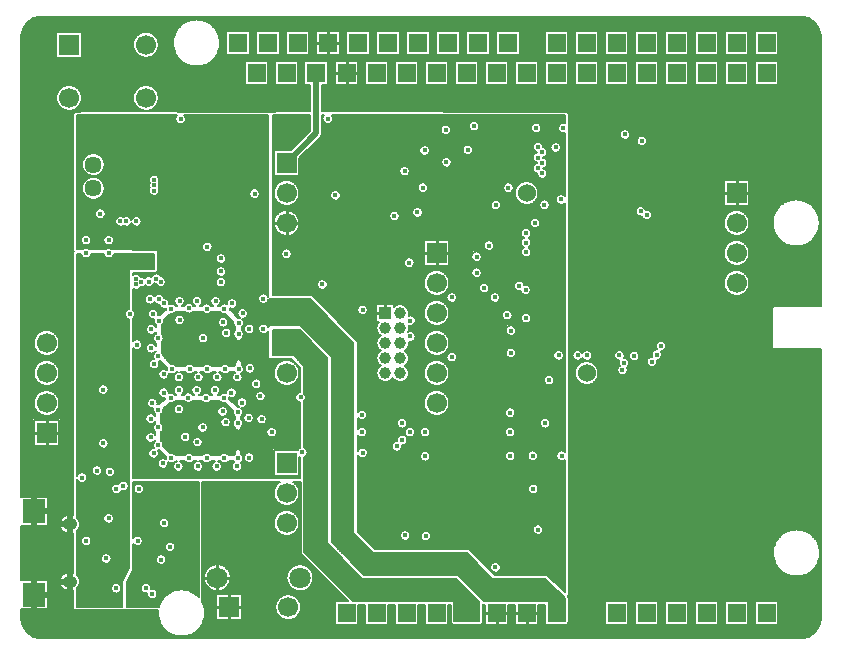
<source format=gbr>
G04 DipTrace 3.3.1.0*
G04 Power.gbr*
%MOMM*%
G04 #@! TF.FileFunction,Copper,L3,Inr*
G04 #@! TF.Part,Single*
G04 #@! TA.AperFunction,CopperBalancing*
%ADD10C,0.25*%
%ADD14C,0.16*%
%ADD15C,0.5*%
G04 #@! TA.AperFunction,Conductor*
%ADD16C,0.3*%
G04 #@! TA.AperFunction,ComponentPad*
%ADD29R,1.7X1.7*%
%ADD30C,1.7*%
%ADD31R,1.0X1.0*%
%ADD32C,1.0*%
%ADD34O,1.25X1.05*%
%ADD36R,1.9X2.0*%
%ADD45C,1.4478*%
%ADD63C,1.524*%
%ADD64R,1.5X1.5*%
%ADD65C,1.8*%
G04 #@! TA.AperFunction,ViaPad*
%ADD66C,0.4032*%
%FSLAX35Y35*%
G04*
G71*
G90*
G75*
G01*
G04 Inner2*
%LPD*%
X2286000Y4064000D2*
D15*
X2537460Y4315460D1*
Y4826000D1*
X970000Y450000D2*
D14*
X959857Y439857D1*
X1020000Y2600000D2*
D15*
X1055000D1*
X1020000Y2450000D2*
X1060000D1*
X1020000Y2300000D2*
Y2265000D1*
X540000Y4445000D2*
D16*
Y4370000D1*
D66*
X1095000Y465000D3*
X1035000Y1305000D3*
X4315000Y3310000D3*
X4310000Y2990000D3*
X3395000Y3645000D3*
X4255000Y3025000D3*
X4057500Y3707500D3*
X1120000Y3060000D3*
X845000Y1305000D3*
X970000Y450000D3*
X1223800Y706380D3*
X790000Y1450000D3*
X5420000Y2440000D3*
X1150000Y415000D3*
X3220000Y1665000D3*
X5380000Y2380000D3*
X3265000Y1719997D3*
X842750Y462750D3*
X5230000Y2430000D3*
X4415000Y4200000D3*
X5105000Y2435000D3*
X4450000Y4065000D3*
X5145000Y2370000D3*
X4415000Y4110000D3*
X5130000Y2310000D3*
X4450000Y4155000D3*
X4315000Y3470000D3*
Y3390000D3*
Y2750000D3*
X4590000Y2435000D3*
X3265000Y1860000D3*
X2030607Y2194360D3*
X4750000Y2435000D3*
X4450000Y3975000D3*
X4830000Y2435000D3*
X4415000Y4020000D3*
X5295000Y4250000D3*
X1205000Y2910000D3*
X5335000Y3625000D3*
X5285000Y3655000D3*
X5150000Y4305000D3*
X1130000Y2910000D3*
X1020000Y2600000D3*
Y2450000D3*
Y2300000D3*
X540000Y4445000D3*
X1428477Y1745630D3*
X1531673Y1700333D3*
X1575000Y1825000D3*
X1475000Y1700000D3*
X1430000Y1801457D3*
X1475000Y1920000D3*
X1515000D3*
X1875000Y1860000D3*
X1770000Y1870000D3*
X1755000Y2075000D3*
X1200000Y1975000D3*
X1454717Y2076987D3*
X1605000Y2075000D3*
X1745000Y1960000D3*
X1875000Y1955000D3*
X1200000Y1675000D3*
X1310000Y1565000D3*
X1200000Y1825000D3*
X1305000Y2075000D3*
X1875000Y1565000D3*
X1760000D3*
X1610000D3*
X1460000D3*
X1375000Y1980000D3*
X1580000Y2580000D3*
X1880000Y2615000D3*
X1480000Y2675000D3*
X1520000D3*
X1495000Y2450000D3*
X1430000Y2535000D3*
X1775000Y2625000D3*
X1760000Y2830000D3*
X1205000Y2730000D3*
X1460000Y2832973D3*
X1610000Y2830000D3*
X1750000Y2715000D3*
X1880000Y2710000D3*
X1200843Y2429583D3*
X1315000Y2320000D3*
X1200543Y2580000D3*
X1310000Y2830000D3*
X1880000Y2320000D3*
X1765000D3*
X1615000D3*
X1465000D3*
X1380000Y2735000D3*
X880000Y3570000D3*
X1015000D3*
X930000D3*
X4695000Y3030000D3*
X4950000D3*
Y3280000D3*
X4695000D3*
X5205000D3*
Y3030000D3*
Y2780000D3*
X4950000D3*
X4695000D3*
X5455000Y2515000D3*
X1970000Y2660000D3*
X1530000Y2895000D3*
X1380000D3*
X1250000Y2875000D3*
X1155000Y2785000D3*
X1870000Y2250000D3*
X1700000D3*
X1540000D3*
X1685000Y2895000D3*
X380000Y2460000D3*
X1375000Y2250000D3*
X1245000Y2275000D3*
X1825000Y2875000D3*
X1915000Y2790000D3*
X1140000Y2655000D3*
Y2495000D3*
X1165000Y2360000D3*
X1975000Y2325000D3*
X1965000Y1905000D3*
X1525000Y2140000D3*
X1375000D3*
X1245000Y2120000D3*
X1150000Y2030000D3*
X1865000Y1495000D3*
X1695000D3*
X1535000D3*
X1680000Y2140000D3*
X1370000Y1495000D3*
X1240000Y1520000D3*
X1820000Y2120000D3*
X1910000Y2035000D3*
X1135000Y1900000D3*
Y1740000D3*
X1160000Y1605000D3*
X1970000Y1570000D3*
X2930000Y1375000D3*
Y1135000D3*
Y1255000D3*
Y1315000D3*
Y1195000D3*
X1360000Y3145000D3*
X1405000Y3170000D3*
Y3120000D3*
X1020000Y2525000D3*
X1010000Y3080000D3*
Y3035000D3*
X1055000Y3055000D3*
X1220000Y3060000D3*
X1185000Y3085000D3*
X380000Y2265000D3*
X735000Y2145000D3*
Y1690000D3*
X410000Y3450000D3*
X710000Y3635000D3*
X1730000Y3055000D3*
Y3145000D3*
Y3255000D3*
X1165000Y3920000D3*
Y3830000D3*
Y3875000D3*
X780000Y3300000D3*
X960000Y2785000D3*
X380000D3*
X590000Y3410000D3*
X780000D3*
X1615000Y3355000D3*
X1600000Y1025000D3*
Y760000D3*
X590000Y3300000D3*
X1990000Y1145000D3*
X2075000Y1895000D3*
X2065000Y2090000D3*
X2590000Y3035000D3*
X3200000Y3615000D3*
X3330000Y1785000D3*
X2925000D3*
X2160000D3*
X3460000D3*
X2090000Y2660000D3*
Y2915000D3*
X4180000Y1785000D3*
X450000Y1300000D3*
X3440000Y3855000D3*
X4165000D3*
X4470000Y3710000D3*
X1885000Y1300000D3*
X4870000Y3890000D3*
X4985000Y4505000D3*
X4555000Y4705000D3*
X4630000Y4360000D3*
X4285000Y4705000D3*
X4830000Y3635000D3*
X4870000Y4195000D3*
X5335000Y3710000D3*
X4850000Y4360000D3*
X5220000Y4195000D3*
X4565000D3*
X4795000Y4705000D3*
X4060000D3*
X3875000Y4375000D3*
Y4705000D3*
X4400000Y4360000D3*
X4610000Y3755000D3*
X5985000Y4705000D3*
X2160000D3*
X2410000D3*
X2665000D3*
X2920000D3*
X5220000Y4320000D3*
X5445000Y3800000D3*
X5240000Y4705000D3*
X1900000D3*
X5485000D3*
X5755000D3*
X6495000D3*
X6220000D3*
X3180000D3*
X3430000D3*
X3685000D3*
X5005000D3*
X4155000Y2775000D3*
X3960000Y3005000D3*
X3895000Y3135000D3*
Y3270000D3*
X1390000Y4435000D3*
X3635000Y4345000D3*
X3640000Y4070000D3*
X3820000Y4175000D3*
X4000000Y3365000D3*
X3285000Y3995000D3*
X2700000Y3790000D3*
X4050000Y2925000D3*
X3685000D3*
X2015000Y3805000D3*
X2285000Y3295000D3*
X2635000Y4440000D3*
X3455000Y4170000D3*
X2930000Y1610000D3*
X5600000Y2585000D3*
Y2755000D3*
X5680000Y2585000D3*
X5700000Y2755000D3*
X4180000Y1950000D3*
X3685000Y2420000D3*
X4475000Y1860000D3*
X4510000Y2225000D3*
X5090000Y2230000D3*
X2930000Y2820000D3*
X4185000Y2455000D3*
Y2645000D3*
X2925000Y1930000D3*
X3325000Y3220000D3*
X3335000Y2595000D3*
X3290000Y910000D3*
X2420000Y1615000D3*
X760000Y715000D3*
X1300000Y815000D3*
X590000Y865000D3*
X1025000D3*
X5225000Y2025000D3*
X4710000Y1840000D3*
X4860000Y1610000D3*
X2050000Y625000D3*
X555000Y1400000D3*
X905000Y1330000D3*
X2545000Y500000D3*
X2405000Y2080000D3*
X1250000Y1015000D3*
X780000Y1055000D3*
X680000Y1460000D3*
X3335000Y2730000D3*
X3460000Y1580000D3*
X5225000Y1400000D3*
X4055000Y640000D3*
X3465000Y905000D3*
X5960000Y525000D3*
X4415000Y960000D3*
X4940000Y435000D3*
Y760000D3*
X6190000Y400000D3*
X4375000Y1305000D3*
X4370000Y1585000D3*
X5410000Y1685000D3*
X5885000Y935000D3*
X4615000Y1585000D3*
X5235000Y970000D3*
X5445000Y495000D3*
X4180000Y1585000D3*
X5480000Y2285000D3*
X5895000Y3385000D3*
X5985000Y4330000D3*
X5805000Y3575000D3*
X5585000Y4335000D3*
X5805000Y4440000D3*
X5980000Y2585000D3*
X6300000D3*
X5655000Y3145000D3*
X6070000Y2585000D3*
X6160000D3*
X5970000Y3145000D3*
X5830000Y2985000D3*
X4390000Y3555000D3*
X5760000Y2585000D3*
X5885000Y2470000D3*
X5805000Y4185000D3*
X2270000Y5270000D3*
X2070000D3*
X2470000D3*
X1870000D3*
X1670000D3*
X3470000D3*
X270000D3*
X470000D3*
X670000D3*
X870000D3*
X2870000D3*
X120000Y5220000D3*
X3070000Y5270000D3*
X3270000D3*
X3870000D3*
X3670000D3*
X1070000D3*
X1270000D3*
X1370000D3*
X2670000D3*
X4670000D3*
X4470000D3*
X4870000D3*
X4270000D3*
X4070000D3*
X5870000D3*
X5270000D3*
X5470000D3*
X5670000D3*
X6270000D3*
X6070000D3*
X5070000D3*
X5885000Y2585000D3*
X6300000Y2465000D3*
X5800000Y2755000D3*
X6670000Y5270000D3*
X6470000D3*
X6300000Y2755000D3*
X6000000D3*
X6100000D3*
X6200000D3*
X5760000Y2470000D3*
X6370000Y2775000D3*
X5900000Y2755000D3*
X2270000Y70000D3*
X2070000D3*
X2470000D3*
X1870000D3*
X1670000D3*
X3470000D3*
X270000D3*
X470000D3*
X670000D3*
X870000D3*
X2870000D3*
X120000Y120000D3*
X3070000Y70000D3*
X3270000D3*
X3870000D3*
X3670000D3*
X1070000D3*
X1270000D3*
X1540000D3*
X2670000D3*
X4670000D3*
X4470000D3*
X4870000D3*
X4270000D3*
X4070000D3*
X5870000D3*
X5270000D3*
X5470000D3*
X5670000D3*
X6270000D3*
X6070000D3*
X5070000D3*
X6670000D3*
X6470000D3*
X6780000Y2270000D3*
Y2070000D3*
Y2465000D3*
Y1870000D3*
Y1670000D3*
Y3435000D3*
Y270000D3*
Y470000D3*
Y620000D3*
Y910000D3*
Y2875000D3*
X6755000Y155000D3*
X6780000Y3070000D3*
Y3270000D3*
Y3870000D3*
Y3680000D3*
Y1070000D3*
Y1270000D3*
Y1470000D3*
Y2370000D3*
Y4670000D3*
Y4470000D3*
Y4870000D3*
Y4270000D3*
Y4070000D3*
X6435000Y2875000D3*
X6750000Y5195000D3*
X6780000Y2975000D3*
X6435000D3*
Y2465000D3*
Y2370000D3*
X6780000Y5070000D3*
X6370000Y2565000D3*
X6600000Y2270000D3*
X70000D3*
Y2070000D3*
Y2470000D3*
Y1870000D3*
Y1670000D3*
Y3470000D3*
X6055000Y2005000D3*
X70000Y230000D3*
X325000Y335000D3*
X6415000Y3230000D3*
X70000Y2870000D3*
X6160000Y2470000D3*
X70000Y3070000D3*
Y3270000D3*
Y3870000D3*
Y3670000D3*
X6420000Y4050000D3*
X70000Y1270000D3*
Y1470000D3*
Y2670000D3*
Y4670000D3*
Y4470000D3*
Y4870000D3*
Y4270000D3*
Y4070000D3*
X405000Y4360000D3*
X6290000Y1370000D3*
X405000Y3960000D3*
X865000Y4760000D3*
X405000D3*
X1340000D3*
X70000Y5070000D3*
X320000Y1185000D3*
X6600000Y3070000D3*
X4295000Y3155000D3*
X4250000Y3130000D3*
X1195000Y1325000D3*
X790000Y980000D3*
X1080000Y3235000D3*
X1125000Y3205000D3*
Y3260000D3*
X910000Y980000D3*
X850000D3*
X2169617Y2631333D2*
D14*
X2410760D1*
X2169617Y2615667D2*
X2426417D1*
X2169617Y2600000D2*
X2442073D1*
X2169617Y2584333D2*
X2457760D1*
X2169617Y2568667D2*
X2473417D1*
X2169617Y2553000D2*
X2489073D1*
X2169617Y2537333D2*
X2504760D1*
X2169617Y2521667D2*
X2520417D1*
X2169617Y2506000D2*
X2536073D1*
X2169617Y2490333D2*
X2551760D1*
X2169617Y2474667D2*
X2567417D1*
X2169617Y2459000D2*
X2583073D1*
X2169617Y2443333D2*
X2598760D1*
X2355240Y2427667D2*
X2614417D1*
X2370927Y2412000D2*
X2630073D1*
X2386583Y2396333D2*
X2630383D1*
X2402240Y2380667D2*
X2630383D1*
X2417927Y2365000D2*
X2630383D1*
X2433583Y2349333D2*
X2630383D1*
X2439617Y2333667D2*
X2630383D1*
X2439617Y2318000D2*
X2630383D1*
X2439617Y2302333D2*
X2630383D1*
X2439617Y2286667D2*
X2630383D1*
X2439617Y2271000D2*
X2630383D1*
X2439617Y2255333D2*
X2630383D1*
X2439617Y2239667D2*
X2630383D1*
X2439617Y2224000D2*
X2630383D1*
X2439617Y2208333D2*
X2630383D1*
X2439617Y2192667D2*
X2630383D1*
X2439617Y2177000D2*
X2630383D1*
X2439617Y2161333D2*
X2630383D1*
X2439617Y2145667D2*
X2630383D1*
X2439617Y2130000D2*
X2630383D1*
X2439617Y2114333D2*
X2630383D1*
X2447333Y2098667D2*
X2630383D1*
X2451303Y2083000D2*
X2630383D1*
X2449583Y2067333D2*
X2630383D1*
X2441303Y2051667D2*
X2630383D1*
X2439617Y2036000D2*
X2630383D1*
X2439617Y2020333D2*
X2630383D1*
X2439617Y2004667D2*
X2630383D1*
X2439617Y1989000D2*
X2630383D1*
X2439617Y1973333D2*
X2630383D1*
X2439617Y1957667D2*
X2630383D1*
X2439617Y1942000D2*
X2630383D1*
X2439617Y1926333D2*
X2630383D1*
X2439617Y1910667D2*
X2630383D1*
X2439617Y1895000D2*
X2630383D1*
X2439617Y1879333D2*
X2630383D1*
X2439617Y1863667D2*
X2630383D1*
X2439617Y1848000D2*
X2630383D1*
X2439617Y1832333D2*
X2630383D1*
X2439617Y1816667D2*
X2630383D1*
X2439617Y1801000D2*
X2630383D1*
X2439617Y1785333D2*
X2630383D1*
X2439617Y1769667D2*
X2630383D1*
X2439617Y1754000D2*
X2630383D1*
X2439617Y1738333D2*
X2630383D1*
X2439617Y1722667D2*
X2630383D1*
X2439617Y1707000D2*
X2630383D1*
X2439617Y1691333D2*
X2630383D1*
X2439617Y1675667D2*
X2630383D1*
X2439617Y1660000D2*
X2630383D1*
X2455460Y1644333D2*
X2630383D1*
X2464273Y1628667D2*
X2630383D1*
X2466367Y1613000D2*
X2630383D1*
X2462773Y1597333D2*
X2630383D1*
X2451523Y1581667D2*
X2630383D1*
X2439617Y1566000D2*
X2630383D1*
X2439617Y1550333D2*
X2630383D1*
X2439617Y1534667D2*
X2630383D1*
X2439617Y1519000D2*
X2630383D1*
X2439617Y1503333D2*
X2630383D1*
X2439617Y1487667D2*
X2630383D1*
X2439617Y1472000D2*
X2630383D1*
X2439617Y1456333D2*
X2630383D1*
X2439617Y1440667D2*
X2630383D1*
X2439617Y1425000D2*
X2630383D1*
X2439617Y1409333D2*
X2630383D1*
X2439617Y1393667D2*
X2630383D1*
X2439617Y1378000D2*
X2630383D1*
X2439617Y1362333D2*
X2630383D1*
X2439617Y1346667D2*
X2630383D1*
X2439617Y1331000D2*
X2630383D1*
X2439617Y1315333D2*
X2630383D1*
X2439617Y1299667D2*
X2630383D1*
X2439617Y1284000D2*
X2630383D1*
X2439617Y1268333D2*
X2630383D1*
X2439617Y1252667D2*
X2630383D1*
X2439617Y1237000D2*
X2630383D1*
X2439617Y1221333D2*
X2630383D1*
X2439617Y1205667D2*
X2630383D1*
X2439617Y1190000D2*
X2630383D1*
X2439617Y1174333D2*
X2630383D1*
X2439617Y1158667D2*
X2630383D1*
X2439617Y1143000D2*
X2630383D1*
X2439617Y1127333D2*
X2630383D1*
X2439617Y1111667D2*
X2630383D1*
X2439617Y1096000D2*
X2630383D1*
X2439617Y1080333D2*
X2630383D1*
X2439617Y1064667D2*
X2630383D1*
X2439617Y1049000D2*
X2630383D1*
X2439617Y1033333D2*
X2630383D1*
X2439617Y1017667D2*
X2630383D1*
X2439617Y1002000D2*
X2630383D1*
X2439617Y986333D2*
X2630383D1*
X2439617Y970667D2*
X2630383D1*
X2439617Y955000D2*
X2630383D1*
X2439617Y939333D2*
X2630383D1*
X2439617Y923667D2*
X2630383D1*
X2439617Y908000D2*
X2630383D1*
X2439617Y892333D2*
X2630383D1*
X2439617Y876667D2*
X2630383D1*
X2439617Y861000D2*
X2630383D1*
X2439617Y845333D2*
X2630383D1*
X2439617Y829667D2*
X2637417D1*
X2439617Y814000D2*
X2653073D1*
X2439617Y798333D2*
X2668760D1*
X2439617Y782667D2*
X2684417D1*
X2440927Y767000D2*
X2700073D1*
X2456583Y751333D2*
X2715760D1*
X2472240Y735667D2*
X2731417D1*
X2487927Y720000D2*
X2747073D1*
X2503583Y704333D2*
X2762760D1*
X2519240Y688667D2*
X2778417D1*
X2534927Y673000D2*
X2794073D1*
X2550583Y657333D2*
X2809760D1*
X2566240Y641667D2*
X2825417D1*
X2581927Y626000D2*
X2841073D1*
X2597583Y610333D2*
X2856760D1*
X2613240Y594667D2*
X2872417D1*
X2628927Y579000D2*
X2888073D1*
X2644583Y563333D2*
X2903760D1*
X2660240Y547667D2*
X2919417D1*
X2675927Y532000D2*
X3730073D1*
X2691583Y516333D2*
X3745760D1*
X2707240Y500667D2*
X3761417D1*
X2722927Y485000D2*
X3777073D1*
X2738583Y469333D2*
X3792760D1*
X2754240Y453667D2*
X3808417D1*
X2769927Y438000D2*
X3824073D1*
X2785583Y422333D2*
X3839760D1*
X2801240Y406667D2*
X3855417D1*
X2816927Y391000D2*
X3871073D1*
X2832583Y375333D2*
X3886760D1*
X2848240Y359667D2*
X3902417D1*
X3709617Y344000D2*
X3915383D1*
X3709617Y328333D2*
X3915383D1*
X3709617Y312667D2*
X3915383D1*
X3709617Y297000D2*
X3915383D1*
X3709617Y281333D2*
X3915383D1*
X3709617Y265667D2*
X3915383D1*
X3709617Y250000D2*
X3915383D1*
X3709617Y234333D2*
X3915383D1*
X3709617Y218667D2*
X3915383D1*
X3709617Y203000D2*
X3915383D1*
X2464663Y1611487D2*
X2463563Y1604540D1*
X2461390Y1597857D1*
X2458197Y1591593D1*
X2454067Y1585903D1*
X2449097Y1580933D1*
X2443407Y1576803D1*
X2438007Y1574007D1*
X2438000Y768310D1*
X2848320Y357993D1*
X3701250Y357903D1*
X3703633Y357127D1*
X3705657Y355657D1*
X3707127Y353633D1*
X3707903Y351250D1*
X3708000Y326000D1*
Y188030D1*
X3916970Y188000D1*
X3917000Y346657D1*
X3721683Y542000D1*
X2928750Y542097D1*
X2926367Y542873D1*
X2924340Y544343D1*
X2633527Y835297D1*
X2632390Y837527D1*
X2632000Y840003D1*
Y2411690D1*
X2396690Y2646997D1*
X2168030Y2647000D1*
X2168000Y2438030D1*
X2341250Y2437903D1*
X2343633Y2437130D1*
X2345660Y2435657D1*
X2436473Y2344703D1*
X2437610Y2342473D1*
X2438000Y2339997D1*
Y2110280D1*
X2441243Y2106333D1*
X2444917Y2100340D1*
X2447607Y2093843D1*
X2449250Y2087007D1*
X2449800Y2080000D1*
X2449250Y2072993D1*
X2447607Y2066157D1*
X2444917Y2059660D1*
X2441243Y2053667D1*
X2437993Y2049743D1*
X2438000Y1656030D1*
X2443407Y1653197D1*
X2449097Y1649067D1*
X2454067Y1644097D1*
X2458197Y1638407D1*
X2461390Y1632143D1*
X2463563Y1625460D1*
X2464663Y1618513D1*
Y1611487D1*
X2169617Y2896333D2*
X2495760D1*
X2169617Y2880667D2*
X2511417D1*
X2169617Y2865000D2*
X2527073D1*
X2169617Y2849333D2*
X2542760D1*
X2169617Y2833667D2*
X2558417D1*
X2169617Y2818000D2*
X2574073D1*
X2169617Y2802333D2*
X2589760D1*
X2169617Y2786667D2*
X2605417D1*
X2169617Y2771000D2*
X2621073D1*
X2169617Y2755333D2*
X2636760D1*
X2169617Y2739667D2*
X2652417D1*
X2169617Y2724000D2*
X2668073D1*
X2169617Y2708333D2*
X2683760D1*
X2169617Y2692667D2*
X2699417D1*
X2420927Y2677000D2*
X2715073D1*
X2436583Y2661333D2*
X2730760D1*
X2452240Y2645667D2*
X2746417D1*
X2467927Y2630000D2*
X2762073D1*
X2483583Y2614333D2*
X2777760D1*
X2499240Y2598667D2*
X2793417D1*
X2514927Y2583000D2*
X2809073D1*
X2530583Y2567333D2*
X2824760D1*
X2546240Y2551667D2*
X2840417D1*
X2561927Y2536000D2*
X2850383D1*
X2577583Y2520333D2*
X2850383D1*
X2593240Y2504667D2*
X2850383D1*
X2608927Y2489000D2*
X2850383D1*
X2624583Y2473333D2*
X2850383D1*
X2640240Y2457667D2*
X2850383D1*
X2655927Y2442000D2*
X2850383D1*
X2669583Y2426333D2*
X2850383D1*
X2669617Y2410667D2*
X2850383D1*
X2669617Y2395000D2*
X2850383D1*
X2669617Y2379333D2*
X2850383D1*
X2669617Y2363667D2*
X2850383D1*
X2669617Y2348000D2*
X2850383D1*
X2669617Y2332333D2*
X2850383D1*
X2669617Y2316667D2*
X2850383D1*
X2669617Y2301000D2*
X2850383D1*
X2669617Y2285333D2*
X2850383D1*
X2669617Y2269667D2*
X2850383D1*
X2669617Y2254000D2*
X2850383D1*
X2669617Y2238333D2*
X2850383D1*
X2669617Y2222667D2*
X2850383D1*
X2669617Y2207000D2*
X2850383D1*
X2669617Y2191333D2*
X2850383D1*
X2669617Y2175667D2*
X2850383D1*
X2669617Y2160000D2*
X2850383D1*
X2669617Y2144333D2*
X2850383D1*
X2669617Y2128667D2*
X2850383D1*
X2669617Y2113000D2*
X2850383D1*
X2669617Y2097333D2*
X2850383D1*
X2669617Y2081667D2*
X2850383D1*
X2669617Y2066000D2*
X2850383D1*
X2669617Y2050333D2*
X2850383D1*
X2669617Y2034667D2*
X2850383D1*
X2669617Y2019000D2*
X2850383D1*
X2669617Y2003333D2*
X2850383D1*
X2669617Y1987667D2*
X2850383D1*
X2669617Y1972000D2*
X2850383D1*
X2669617Y1956333D2*
X2850383D1*
X2669617Y1940667D2*
X2850383D1*
X2669617Y1925000D2*
X2850383D1*
X2669617Y1909333D2*
X2850383D1*
X2669617Y1893667D2*
X2850383D1*
X2669617Y1878000D2*
X2850383D1*
X2669617Y1862333D2*
X2850383D1*
X2669617Y1846667D2*
X2850383D1*
X2669617Y1831000D2*
X2850383D1*
X2669617Y1815333D2*
X2850383D1*
X2669617Y1799667D2*
X2850383D1*
X2669617Y1784000D2*
X2850383D1*
X2669617Y1768333D2*
X2850383D1*
X2669617Y1752667D2*
X2850383D1*
X2669617Y1737000D2*
X2850383D1*
X2669617Y1721333D2*
X2850383D1*
X2669617Y1705667D2*
X2850383D1*
X2669617Y1690000D2*
X2850383D1*
X2669617Y1674333D2*
X2850383D1*
X2669617Y1658667D2*
X2850383D1*
X2669617Y1643000D2*
X2850383D1*
X2669617Y1627333D2*
X2850383D1*
X2669617Y1611667D2*
X2850383D1*
X2669617Y1596000D2*
X2850383D1*
X2669617Y1580333D2*
X2850383D1*
X2669617Y1564667D2*
X2850383D1*
X2669617Y1549000D2*
X2850383D1*
X2669617Y1533333D2*
X2850383D1*
X2669617Y1517667D2*
X2850383D1*
X2669617Y1502000D2*
X2850383D1*
X2669617Y1486333D2*
X2850383D1*
X2669617Y1470667D2*
X2850383D1*
X2669617Y1455000D2*
X2850383D1*
X2669617Y1439333D2*
X2850383D1*
X2669617Y1423667D2*
X2850383D1*
X2669617Y1408000D2*
X2850383D1*
X2669617Y1392333D2*
X2850383D1*
X2669617Y1376667D2*
X2850383D1*
X2669617Y1361000D2*
X2850383D1*
X2669617Y1345333D2*
X2850383D1*
X2669617Y1329667D2*
X2850383D1*
X2669617Y1314000D2*
X2850383D1*
X2669617Y1298333D2*
X2850383D1*
X2669617Y1282667D2*
X2850383D1*
X2669617Y1267000D2*
X2850383D1*
X2669617Y1251333D2*
X2850383D1*
X2669617Y1235667D2*
X2850383D1*
X2669617Y1220000D2*
X2850383D1*
X2669617Y1204333D2*
X2850383D1*
X2669617Y1188667D2*
X2850383D1*
X2669617Y1173000D2*
X2850383D1*
X2669617Y1157333D2*
X2850383D1*
X2669617Y1141667D2*
X2850383D1*
X2669617Y1126000D2*
X2850383D1*
X2669617Y1110333D2*
X2850383D1*
X2669617Y1094667D2*
X2850383D1*
X2669617Y1079000D2*
X2850383D1*
X2669617Y1063333D2*
X2850383D1*
X2669617Y1047667D2*
X2850383D1*
X2669617Y1032000D2*
X2850383D1*
X2669617Y1016333D2*
X2850383D1*
X2669617Y1000667D2*
X2850383D1*
X2669617Y985000D2*
X2850383D1*
X2669617Y969333D2*
X2850383D1*
X2669617Y953667D2*
X2850383D1*
X2669617Y938000D2*
X2850383D1*
X2669617Y922333D2*
X2854760D1*
X2669617Y906667D2*
X2870417D1*
X2669617Y891000D2*
X2886073D1*
X2669617Y875333D2*
X2901760D1*
X2669617Y859667D2*
X2917417D1*
X2678927Y844000D2*
X2933073D1*
X2694583Y828333D2*
X2948760D1*
X2710240Y812667D2*
X2964417D1*
X2725927Y797000D2*
X2980073D1*
X2741583Y781333D2*
X2995760D1*
X2757240Y765667D2*
X3011417D1*
X2772927Y750000D2*
X3822073D1*
X2788583Y734333D2*
X3837760D1*
X2804240Y718667D2*
X3853417D1*
X2819927Y703000D2*
X3869073D1*
X2835583Y687333D2*
X3884760D1*
X2851240Y671667D2*
X3900417D1*
X2866927Y656000D2*
X3916073D1*
X2882583Y640333D2*
X3931760D1*
X2898240Y624667D2*
X3947417D1*
X2913927Y609000D2*
X3963073D1*
X2929583Y593333D2*
X3978760D1*
X3740240Y577667D2*
X3994417D1*
X3755927Y562000D2*
X4010073D1*
X3771583Y546333D2*
X4025760D1*
X3787240Y530667D2*
X4486417D1*
X3802927Y515000D2*
X4502073D1*
X3818583Y499333D2*
X4517760D1*
X3834240Y483667D2*
X4533417D1*
X3849927Y468000D2*
X4549073D1*
X3865583Y452333D2*
X4564760D1*
X3881240Y436667D2*
X4580417D1*
X3896927Y421000D2*
X4596073D1*
X3912583Y405333D2*
X4611760D1*
X3928240Y389667D2*
X4627417D1*
X3943927Y374000D2*
X4640383D1*
X3959583Y358333D2*
X4640383D1*
X4509617Y342667D2*
X4640383D1*
X4509617Y327000D2*
X4640383D1*
X4509617Y311333D2*
X4640383D1*
X4509617Y295667D2*
X4640383D1*
X4509617Y280000D2*
X4640383D1*
X4509617Y264333D2*
X4640383D1*
X4509617Y248667D2*
X4640383D1*
X4509617Y233000D2*
X4640383D1*
X4509617Y217333D2*
X4640383D1*
X4509617Y201667D2*
X4640383D1*
X2168030Y2688000D2*
X2406250Y2687903D1*
X2408633Y2687127D1*
X2410657Y2685657D1*
X2666473Y2429703D1*
X2667610Y2427473D1*
X2668000Y2425000D1*
Y853310D1*
X2943317Y578000D1*
X3736250Y577903D1*
X3738633Y577127D1*
X3740657Y575657D1*
X3958313Y358000D1*
X4501250Y357903D1*
X4503633Y357130D1*
X4505657Y355657D1*
X4507130Y353633D1*
X4507903Y351250D1*
X4508000Y326000D1*
Y188030D1*
X4641970Y188000D1*
X4642000Y376657D1*
X4476693Y541993D1*
X4033750Y542100D1*
X4031367Y542873D1*
X4029343Y544343D1*
X3811687Y762000D1*
X3018750Y762100D1*
X3016367Y762873D1*
X3014343Y764343D1*
X2853527Y925297D1*
X2852390Y927527D1*
X2852000Y930000D1*
Y2541657D1*
X2481677Y2912010D1*
X2168030Y2912000D1*
X2168000Y2688030D1*
X2169617Y4451333D2*
X2486227D1*
X2679927D2*
X4640383D1*
X2169617Y4435667D2*
X2486227D1*
X2681177D2*
X4640383D1*
X2169617Y4420000D2*
X2486227D1*
X2676677D2*
X4640383D1*
X2169617Y4404333D2*
X2486227D1*
X2588710D2*
X2606290D1*
X2663710D2*
X3839540D1*
X3910460D2*
X4391947D1*
X4408047D2*
X4621947D1*
X2169617Y4388667D2*
X2486227D1*
X2588710D2*
X3623383D1*
X3646617D2*
X3830727D1*
X3919273D2*
X4363977D1*
X4436023D2*
X4593977D1*
X2169617Y4373000D2*
X2486227D1*
X2588710D2*
X3598417D1*
X3671583D2*
X3828633D1*
X3921367D2*
X4355540D1*
X4444460D2*
X4585540D1*
X2169617Y4357333D2*
X2486227D1*
X2588710D2*
X3590323D1*
X3679677D2*
X3832227D1*
X3917773D2*
X4353667D1*
X4446333D2*
X4583667D1*
X2169617Y4341667D2*
X2486227D1*
X2588710D2*
X3588727D1*
X3681273D2*
X3843477D1*
X3906523D2*
X4357510D1*
X4442490D2*
X4587510D1*
X2169617Y4326000D2*
X2476197D1*
X2588710D2*
X3592823D1*
X3677177D2*
X4369227D1*
X4430773D2*
X4599227D1*
X2169617Y4310333D2*
X2460540D1*
X2588427D2*
X3605010D1*
X3664990D2*
X4640383D1*
X2169617Y4294667D2*
X2444853D1*
X2584147D2*
X4640383D1*
X2169617Y4279000D2*
X2429197D1*
X2572803D2*
X4640383D1*
X2169617Y4263333D2*
X2413540D1*
X2557147D2*
X4640383D1*
X2169617Y4247667D2*
X2397853D1*
X2541460D2*
X4640383D1*
X2169617Y4232000D2*
X2382197D1*
X2525803D2*
X4382040D1*
X4447960D2*
X4538133D1*
X4591867D2*
X4640383D1*
X2169617Y4216333D2*
X2366540D1*
X2510147D2*
X3801133D1*
X3838867D2*
X4371697D1*
X4458303D2*
X4524010D1*
X4605990D2*
X4640383D1*
X2169617Y4200667D2*
X2350853D1*
X2494460D2*
X3420727D1*
X3489273D2*
X3781697D1*
X3858303D2*
X4368603D1*
X4461397D2*
X4518947D1*
X4611053D2*
X4640383D1*
X2169617Y4185000D2*
X2335197D1*
X2478803D2*
X3411197D1*
X3498803D2*
X3774727D1*
X3865273D2*
X4371197D1*
X4484867D2*
X4519727D1*
X4610273D2*
X4640383D1*
X2463147Y4169333D2*
X3408603D1*
X3501397D2*
X3773947D1*
X3866053D2*
X4380727D1*
X4494053D2*
X4526697D1*
X4603303D2*
X4640383D1*
X2447460Y4153667D2*
X3411697D1*
X3498303D2*
X3779010D1*
X3860990D2*
X4403383D1*
X4496367D2*
X4546133D1*
X4583867D2*
X4640383D1*
X2431803Y4138000D2*
X3422040D1*
X3487960D2*
X3793133D1*
X3846867D2*
X4378417D1*
X4493053D2*
X4640383D1*
X2416147Y4122333D2*
X4370323D1*
X4482273D2*
X4640383D1*
X2400460Y4106667D2*
X3612667D1*
X3667333D2*
X4368727D1*
X4468053D2*
X4640383D1*
X2397240Y4091000D2*
X3598823D1*
X3681177D2*
X4372823D1*
X4488083D2*
X4640383D1*
X2397240Y4075333D2*
X3593917D1*
X3686083D2*
X4385010D1*
X4495177D2*
X4640383D1*
X2397240Y4059667D2*
X3594823D1*
X3685177D2*
X4392573D1*
X4496083D2*
X4640383D1*
X2397240Y4044000D2*
X3601917D1*
X3678083D2*
X4375573D1*
X4491177D2*
X4640383D1*
X2397240Y4028333D2*
X3253477D1*
X3316523D2*
X3621947D1*
X3658053D2*
X4369383D1*
X4477333D2*
X4640383D1*
X2397240Y4012667D2*
X3242227D1*
X3327773D2*
X4369197D1*
X4475867D2*
X4640383D1*
X2397240Y3997000D2*
X3238633D1*
X3331367D2*
X4374947D1*
X4490617D2*
X4640383D1*
X2397240Y3981333D2*
X3240727D1*
X3329273D2*
X4390760D1*
X4495960D2*
X4640383D1*
X2397240Y3965667D2*
X3249540D1*
X3320460D2*
X4404573D1*
X4495427D2*
X4640383D1*
X2169617Y3950000D2*
X4411227D1*
X4488773D2*
X4640383D1*
X2169617Y3934333D2*
X4429603D1*
X4470397D2*
X4640383D1*
X2169617Y3918667D2*
X2269823D1*
X2302177D2*
X4640383D1*
X2169617Y3903000D2*
X2226323D1*
X2345677D2*
X4277417D1*
X4358583D2*
X4640383D1*
X2169617Y3887333D2*
X2206667D1*
X2365333D2*
X3407383D1*
X3472617D2*
X4132383D1*
X4197617D2*
X4251697D1*
X4384303D2*
X4640383D1*
X2169617Y3871667D2*
X2193760D1*
X2378240D2*
X3396823D1*
X3483177D2*
X4121823D1*
X4208177D2*
X4236603D1*
X4399397D2*
X4640383D1*
X2169617Y3856000D2*
X2184883D1*
X2387117D2*
X3393603D1*
X3486397D2*
X4118603D1*
X4211397D2*
X4226667D1*
X4409333D2*
X4640383D1*
X2169617Y3840333D2*
X2179060D1*
X2392960D2*
X3396073D1*
X3483927D2*
X4121073D1*
X4208927D2*
X4220227D1*
X4415773D2*
X4640383D1*
X2396240Y3824667D2*
X2670010D1*
X2729990D2*
X3405447D1*
X3474553D2*
X4130447D1*
X4199553D2*
X4216633D1*
X4419367D2*
X4640383D1*
X2397240Y3809000D2*
X2657823D1*
X2742177D2*
X4215573D1*
X4420427D2*
X4640383D1*
X2395960Y3793333D2*
X2653727D1*
X2746273D2*
X4216947D1*
X4419053D2*
X4585227D1*
X2169617Y3777667D2*
X2179620D1*
X2392367D2*
X2655323D1*
X2744677D2*
X4220883D1*
X4415117D2*
X4569760D1*
X2169617Y3762000D2*
X2185823D1*
X2386177D2*
X2663417D1*
X2736583D2*
X4227727D1*
X4408273D2*
X4564167D1*
X2169617Y3746333D2*
X2195133D1*
X2376867D2*
X2688383D1*
X2711617D2*
X4033573D1*
X4081427D2*
X4238197D1*
X4397803D2*
X4442197D1*
X4497803D2*
X4564447D1*
X2169617Y3730667D2*
X2208727D1*
X2363273D2*
X4017540D1*
X4097460D2*
X4254167D1*
X4381833D2*
X4428667D1*
X4511333D2*
X4570790D1*
X2169617Y3715000D2*
X2229667D1*
X2342333D2*
X4011727D1*
X4103273D2*
X4282573D1*
X4353427D2*
X4423883D1*
X4516117D2*
X4588227D1*
X4631773D2*
X4640383D1*
X2169617Y3699333D2*
X4011853D1*
X4103147D2*
X4424883D1*
X4515117D2*
X4640383D1*
X2169617Y3683667D2*
X3370760D1*
X3419240D2*
X4017977D1*
X4097023D2*
X4432167D1*
X4507833D2*
X4640383D1*
X2169617Y3668000D2*
X3354947D1*
X3435053D2*
X4034760D1*
X4080240D2*
X4452823D1*
X4487177D2*
X4640383D1*
X2169617Y3652333D2*
X2232040D1*
X2339960D2*
X3173633D1*
X3226367D2*
X3349197D1*
X3440803D2*
X4640383D1*
X2169617Y3636667D2*
X2210133D1*
X2361867D2*
X3159197D1*
X3240803D2*
X3349383D1*
X3440617D2*
X4640383D1*
X2169617Y3621000D2*
X2196103D1*
X2375897D2*
X3154010D1*
X3245990D2*
X3355573D1*
X3434427D2*
X4640383D1*
X2169617Y3605333D2*
X2186477D1*
X2385523D2*
X3154667D1*
X3245333D2*
X3372573D1*
X3417427D2*
X4640383D1*
X2169617Y3589667D2*
X2180060D1*
X2391927D2*
X3161447D1*
X3238553D2*
X4360010D1*
X4419990D2*
X4640383D1*
X2395740Y3574000D2*
X3180353D1*
X3219647D2*
X4347823D1*
X4432177D2*
X4640383D1*
X2397210Y3558333D2*
X4343727D1*
X4436273D2*
X4640383D1*
X2396427Y3542667D2*
X4345323D1*
X4434677D2*
X4640383D1*
X2169617Y3527000D2*
X2178683D1*
X2393333D2*
X4353417D1*
X4426583D2*
X4640383D1*
X2169617Y3511333D2*
X2184260D1*
X2387740D2*
X4296133D1*
X4333867D2*
X4378383D1*
X4401617D2*
X4640383D1*
X2169617Y3495667D2*
X2192853D1*
X2379147D2*
X4276697D1*
X4353303D2*
X4640383D1*
X2169617Y3480000D2*
X2205383D1*
X2366617D2*
X4269727D1*
X4360273D2*
X4640383D1*
X2169617Y3464333D2*
X2224260D1*
X2347740D2*
X4268947D1*
X4361053D2*
X4640383D1*
X2169617Y3448667D2*
X2262040D1*
X2309960D2*
X4274010D1*
X4355990D2*
X4640383D1*
X2169617Y3433000D2*
X4288133D1*
X4341867D2*
X4640383D1*
X2169617Y3417333D2*
X4277917D1*
X4352083D2*
X4640383D1*
X2169617Y3401667D2*
X3444760D1*
X3667240D2*
X3972667D1*
X4027333D2*
X4270133D1*
X4359867D2*
X4640383D1*
X2169617Y3386000D2*
X3444760D1*
X3667240D2*
X3958823D1*
X4041177D2*
X4268790D1*
X4361210D2*
X4640383D1*
X2169617Y3370333D2*
X3444760D1*
X3667240D2*
X3953917D1*
X4046083D2*
X4273133D1*
X4356867D2*
X4640383D1*
X2169617Y3354667D2*
X3444760D1*
X3667240D2*
X3954823D1*
X4045177D2*
X4285853D1*
X4344147D2*
X4640383D1*
X2169617Y3339000D2*
X2274977D1*
X2295023D2*
X3444760D1*
X3667240D2*
X3961917D1*
X4038083D2*
X4279260D1*
X4350740D2*
X4640383D1*
X2169617Y3323333D2*
X2248697D1*
X2321303D2*
X3444760D1*
X3667240D2*
X3981947D1*
X4018053D2*
X4270633D1*
X4359367D2*
X4640383D1*
X2169617Y3307667D2*
X2240417D1*
X2329583D2*
X3444760D1*
X3667240D2*
X3869133D1*
X3920867D2*
X4268667D1*
X4361333D2*
X4640383D1*
X2169617Y3292000D2*
X2238697D1*
X2331303D2*
X3444760D1*
X3667240D2*
X3854383D1*
X3935617D2*
X4272383D1*
X4357617D2*
X4640383D1*
X2169617Y3276333D2*
X2242667D1*
X2327333D2*
X3444760D1*
X3667240D2*
X3849040D1*
X3940960D2*
X4283853D1*
X4346147D2*
X4640383D1*
X2169617Y3260667D2*
X2254633D1*
X2315367D2*
X3304603D1*
X3345397D2*
X3444760D1*
X3667240D2*
X3849573D1*
X3940427D2*
X4640383D1*
X2169617Y3245000D2*
X3286227D1*
X3363773D2*
X3444760D1*
X3667240D2*
X3856227D1*
X3933773D2*
X4640383D1*
X2169617Y3229333D2*
X3279573D1*
X3370427D2*
X3444760D1*
X3667240D2*
X3874603D1*
X3915397D2*
X4640383D1*
X2169617Y3213667D2*
X3279040D1*
X3370960D2*
X3444760D1*
X3667240D2*
X4640383D1*
X2169617Y3198000D2*
X3284383D1*
X3365617D2*
X3444760D1*
X3667240D2*
X4640383D1*
X2169617Y3182333D2*
X3299133D1*
X3350867D2*
X4640383D1*
X2169617Y3166667D2*
X3861697D1*
X3928303D2*
X4640383D1*
X2169617Y3151000D2*
X3516823D1*
X3595177D2*
X3851540D1*
X3938460D2*
X4640383D1*
X2169617Y3135333D2*
X3488103D1*
X3623897D2*
X3848603D1*
X3941397D2*
X4640383D1*
X2169617Y3119667D2*
X3471417D1*
X3640583D2*
X3851290D1*
X3938710D2*
X4640383D1*
X2169617Y3104000D2*
X3460133D1*
X3651867D2*
X3861073D1*
X3928927D2*
X4640383D1*
X2169617Y3088333D2*
X3452447D1*
X3659553D2*
X4640383D1*
X2169617Y3072667D2*
X2564133D1*
X2615867D2*
X3447573D1*
X3664427D2*
X4640383D1*
X2169617Y3057000D2*
X2549383D1*
X2630617D2*
X3445133D1*
X3666867D2*
X4222040D1*
X4287960D2*
X4640383D1*
X2169617Y3041333D2*
X2544040D1*
X2635960D2*
X3444977D1*
X3667023D2*
X3932197D1*
X3987803D2*
X4211697D1*
X4298303D2*
X4640383D1*
X2169617Y3025667D2*
X2544573D1*
X2635427D2*
X3447073D1*
X3664927D2*
X3918667D1*
X4001333D2*
X4208603D1*
X4338710D2*
X4640383D1*
X2169617Y3010000D2*
X2551227D1*
X2628773D2*
X3451540D1*
X3660460D2*
X3913883D1*
X4006117D2*
X4211197D1*
X4351677D2*
X4640383D1*
X2169617Y2994333D2*
X2569603D1*
X2610397D2*
X3458790D1*
X3653210D2*
X3914883D1*
X4005117D2*
X4220727D1*
X4356177D2*
X4640383D1*
X2169617Y2978667D2*
X3469477D1*
X3642523D2*
X3922167D1*
X3997833D2*
X4265073D1*
X4354927D2*
X4640383D1*
X2169617Y2963000D2*
X3485133D1*
X3626867D2*
X3659667D1*
X3710333D2*
X3942823D1*
X3977177D2*
X4024667D1*
X4075333D2*
X4272667D1*
X4347333D2*
X4640383D1*
X2500583Y2947333D2*
X3510947D1*
X3601053D2*
X3644573D1*
X3725427D2*
X4009573D1*
X4090427D2*
X4294727D1*
X4325273D2*
X4640383D1*
X2516240Y2931667D2*
X3639103D1*
X3730897D2*
X4004103D1*
X4095897D2*
X4640383D1*
X2531927Y2916000D2*
X3639510D1*
X3730490D2*
X4004510D1*
X4095490D2*
X4640383D1*
X2547583Y2900333D2*
X3527667D1*
X3584333D2*
X3646010D1*
X3723990D2*
X4011010D1*
X4088990D2*
X4640383D1*
X2563240Y2884667D2*
X3492760D1*
X3619240D2*
X3663883D1*
X3706117D2*
X4028883D1*
X4071117D2*
X4640383D1*
X2578927Y2869000D2*
X3474417D1*
X3637583D2*
X4640383D1*
X2594583Y2853333D2*
X2898477D1*
X2961523D2*
X3045260D1*
X3295397D2*
X3462197D1*
X3649803D2*
X4640383D1*
X2610240Y2837667D2*
X2887227D1*
X2972773D2*
X3045260D1*
X3310647D2*
X3453823D1*
X3658177D2*
X4640383D1*
X2625927Y2822000D2*
X2883633D1*
X2976367D2*
X3045260D1*
X3319303D2*
X3448383D1*
X3663617D2*
X4640383D1*
X2641583Y2806333D2*
X2885727D1*
X2974273D2*
X3045260D1*
X3323710D2*
X3445447D1*
X3666553D2*
X4121383D1*
X4188617D2*
X4640383D1*
X2657240Y2790667D2*
X2894540D1*
X2965460D2*
X3045260D1*
X3324677D2*
X3444823D1*
X3667177D2*
X4111417D1*
X4198583D2*
X4294603D1*
X4335397D2*
X4640383D1*
X2672927Y2775000D2*
X3045260D1*
X3322273D2*
X3446417D1*
X3665583D2*
X4108603D1*
X4201397D2*
X4276227D1*
X4353773D2*
X4640383D1*
X2688583Y2759333D2*
X3045260D1*
X3370460D2*
X3450383D1*
X3661617D2*
X4111417D1*
X4198583D2*
X4269573D1*
X4360427D2*
X4640383D1*
X2704240Y2743667D2*
X3045260D1*
X3379273D2*
X3457010D1*
X3654990D2*
X4121383D1*
X4188617D2*
X4269040D1*
X4360960D2*
X4640383D1*
X2719927Y2728000D2*
X3045260D1*
X3381367D2*
X3466853D1*
X3645147D2*
X4274383D1*
X4355617D2*
X4640383D1*
X2735583Y2712333D2*
X3060603D1*
X3377773D2*
X3481260D1*
X3630740D2*
X4289133D1*
X4340867D2*
X4640383D1*
X2751240Y2696667D2*
X3051417D1*
X3366523D2*
X3503917D1*
X3608083D2*
X4640383D1*
X2766927Y2681000D2*
X3046573D1*
X3323427D2*
X4156727D1*
X4213273D2*
X4640383D1*
X2782583Y2665333D2*
X3045290D1*
X3324710D2*
X4143477D1*
X4226523D2*
X4640383D1*
X2798240Y2649667D2*
X3047290D1*
X3322710D2*
X4138853D1*
X4231147D2*
X4640383D1*
X2813927Y2634000D2*
X3052947D1*
X3358647D2*
X3497977D1*
X3614023D2*
X4139977D1*
X4230023D2*
X4640383D1*
X2829583Y2618333D2*
X3063323D1*
X3374833D2*
X3477697D1*
X3634303D2*
X4147417D1*
X4222583D2*
X4640383D1*
X2845240Y2602667D2*
X3079353D1*
X3380740D2*
X3464447D1*
X3647553D2*
X4168727D1*
X4201273D2*
X4640383D1*
X2860927Y2587000D2*
X3061917D1*
X3380677D2*
X3455353D1*
X3656647D2*
X4640383D1*
X2876583Y2571333D2*
X3052167D1*
X3374647D2*
X3449323D1*
X3662677D2*
X4640383D1*
X2889583Y2555667D2*
X3046917D1*
X3358053D2*
X3445883D1*
X3666117D2*
X4640383D1*
X2889617Y2540000D2*
X3045260D1*
X3324740D2*
X3444760D1*
X3667240D2*
X4640383D1*
X2889617Y2524333D2*
X3046917D1*
X3323083D2*
X3445883D1*
X3666117D2*
X4640383D1*
X2889617Y2508667D2*
X3052167D1*
X3317833D2*
X3449323D1*
X3662677D2*
X4640383D1*
X2889617Y2493000D2*
X3061917D1*
X3308083D2*
X3455353D1*
X3656647D2*
X4159667D1*
X4210333D2*
X4640383D1*
X2889617Y2477333D2*
X3079353D1*
X3290647D2*
X3464447D1*
X3647553D2*
X4144573D1*
X4225427D2*
X4573727D1*
X4606273D2*
X4640383D1*
X2889617Y2461667D2*
X3063323D1*
X3306677D2*
X3477697D1*
X3634303D2*
X3666947D1*
X3703053D2*
X4139103D1*
X4230897D2*
X4552417D1*
X4627583D2*
X4640383D1*
X2889617Y2446000D2*
X3052947D1*
X3317053D2*
X3497977D1*
X3614023D2*
X3646917D1*
X3723083D2*
X4139510D1*
X4230490D2*
X4544977D1*
X2889617Y2430333D2*
X3047290D1*
X3322710D2*
X3639823D1*
X3730177D2*
X4146010D1*
X4223990D2*
X4543853D1*
X2889617Y2414667D2*
X3045290D1*
X3324710D2*
X3638917D1*
X3731083D2*
X4163883D1*
X4206117D2*
X4548477D1*
X4631523D2*
X4640383D1*
X2889617Y2399000D2*
X3046573D1*
X3323427D2*
X3643823D1*
X3726177D2*
X4561727D1*
X4618273D2*
X4640383D1*
X2889617Y2383333D2*
X3051417D1*
X3318583D2*
X3503917D1*
X3608083D2*
X3657667D1*
X3712333D2*
X4640383D1*
X2889617Y2367667D2*
X3060603D1*
X3309397D2*
X3481260D1*
X3630740D2*
X4640383D1*
X2889617Y2352000D2*
X3076883D1*
X3293117D2*
X3466853D1*
X3645147D2*
X4640383D1*
X2889617Y2336333D2*
X3064790D1*
X3305210D2*
X3457010D1*
X3654990D2*
X4640383D1*
X2889617Y2320667D2*
X3053790D1*
X3316210D2*
X3450383D1*
X3661617D2*
X4640383D1*
X2889617Y2305000D2*
X3047727D1*
X3322273D2*
X3446417D1*
X3665583D2*
X4640383D1*
X2889617Y2289333D2*
X3045323D1*
X3324677D2*
X3444823D1*
X3667177D2*
X4640383D1*
X2889617Y2273667D2*
X3046290D1*
X3323710D2*
X3445447D1*
X3666553D2*
X4640383D1*
X2889617Y2258000D2*
X3050697D1*
X3319303D2*
X3448383D1*
X3663617D2*
X4478103D1*
X4541897D2*
X4640383D1*
X2889617Y2242333D2*
X3059353D1*
X3310647D2*
X3453823D1*
X3658177D2*
X4467103D1*
X4552897D2*
X4640383D1*
X2889617Y2226667D2*
X3074603D1*
X3168397D2*
X3201603D1*
X3295397D2*
X3462197D1*
X3649803D2*
X4463633D1*
X4556367D2*
X4640383D1*
X2889617Y2211000D2*
X3474417D1*
X3637583D2*
X4465853D1*
X4554147D2*
X4640383D1*
X2889617Y2195333D2*
X3492760D1*
X3619240D2*
X4474823D1*
X4545177D2*
X4640383D1*
X2889617Y2179667D2*
X3527667D1*
X3584333D2*
X4640383D1*
X2889617Y2164000D2*
X4640383D1*
X2889617Y2148333D2*
X4640383D1*
X2889617Y2132667D2*
X3510947D1*
X3601053D2*
X4640383D1*
X2889617Y2117000D2*
X3485133D1*
X3626867D2*
X4640383D1*
X2889617Y2101333D2*
X3469477D1*
X3642523D2*
X4640383D1*
X2889617Y2085667D2*
X3458790D1*
X3653210D2*
X4640383D1*
X2889617Y2070000D2*
X3451540D1*
X3660460D2*
X4640383D1*
X2889617Y2054333D2*
X3447073D1*
X3664927D2*
X4640383D1*
X2889617Y2038667D2*
X3444977D1*
X3667023D2*
X4640383D1*
X2889617Y2023000D2*
X3445133D1*
X3666867D2*
X4640383D1*
X2889617Y2007333D2*
X3447573D1*
X3664427D2*
X4640383D1*
X2889617Y1991667D2*
X3452447D1*
X3659553D2*
X4161947D1*
X4198053D2*
X4640383D1*
X2889617Y1976000D2*
X3460133D1*
X3651867D2*
X4141917D1*
X4218083D2*
X4640383D1*
X2959553Y1960333D2*
X3471417D1*
X3640583D2*
X4134823D1*
X4225177D2*
X4640383D1*
X2968927Y1944667D2*
X3488103D1*
X3623897D2*
X4133917D1*
X4226083D2*
X4640383D1*
X2971397Y1929000D2*
X3516823D1*
X3595177D2*
X4138823D1*
X4221177D2*
X4640383D1*
X2968177Y1913333D2*
X4152667D1*
X4207333D2*
X4640383D1*
X2957617Y1897667D2*
X3239133D1*
X3290867D2*
X4449133D1*
X4500867D2*
X4640383D1*
X2889617Y1882000D2*
X3224383D1*
X3305617D2*
X4434383D1*
X4515617D2*
X4640383D1*
X2889617Y1866333D2*
X3219040D1*
X3310960D2*
X4429040D1*
X4520960D2*
X4640383D1*
X2889617Y1850667D2*
X3219573D1*
X3310427D2*
X4429573D1*
X4520427D2*
X4640383D1*
X2889617Y1835000D2*
X3226227D1*
X3303773D2*
X4436227D1*
X4513773D2*
X4640383D1*
X2955367Y1819333D2*
X3244603D1*
X3285397D2*
X3299633D1*
X3360367D2*
X3429633D1*
X3490367D2*
X4149633D1*
X4210367D2*
X4454603D1*
X4495397D2*
X4640383D1*
X2967333Y1803667D2*
X3287667D1*
X3372333D2*
X3417667D1*
X3502333D2*
X4137667D1*
X4222333D2*
X4640383D1*
X2971303Y1788000D2*
X3283697D1*
X3376303D2*
X3413697D1*
X3506303D2*
X4133697D1*
X4226303D2*
X4640383D1*
X2969583Y1772333D2*
X3285417D1*
X3374583D2*
X3415417D1*
X3504583D2*
X4135417D1*
X4224583D2*
X4640383D1*
X2961303Y1756667D2*
X3237667D1*
X3366303D2*
X3423697D1*
X3496303D2*
X4143697D1*
X4216303D2*
X4640383D1*
X2889617Y1741000D2*
X2914977D1*
X2935023D2*
X3223823D1*
X3306177D2*
X3319977D1*
X3340023D2*
X3449977D1*
X3470023D2*
X4169977D1*
X4190023D2*
X4640383D1*
X2889617Y1725333D2*
X3218917D1*
X3311083D2*
X4640383D1*
X2889617Y1709667D2*
X3214947D1*
X3310177D2*
X4640383D1*
X2889617Y1694000D2*
X3184260D1*
X3303083D2*
X4640383D1*
X2889617Y1678333D2*
X3175633D1*
X3283053D2*
X4640383D1*
X2889617Y1662667D2*
X3173667D1*
X3266333D2*
X4640383D1*
X2889617Y1647000D2*
X2903133D1*
X2956867D2*
X3177383D1*
X3262617D2*
X4640383D1*
X2970990Y1631333D2*
X3188853D1*
X3251147D2*
X4640383D1*
X2976053Y1615667D2*
X3431290D1*
X3488710D2*
X4145727D1*
X4214273D2*
X4335727D1*
X4404273D2*
X4580727D1*
X2975273Y1600000D2*
X3418323D1*
X3501677D2*
X4136197D1*
X4223803D2*
X4326197D1*
X4413803D2*
X4571197D1*
X2968303Y1584333D2*
X3413823D1*
X3506177D2*
X4133603D1*
X4226397D2*
X4323603D1*
X4416397D2*
X4568603D1*
X2889617Y1568667D2*
X2911133D1*
X2948867D2*
X3415073D1*
X3504927D2*
X4136697D1*
X4223303D2*
X4326697D1*
X4413303D2*
X4571697D1*
X2889617Y1553000D2*
X3422667D1*
X3497333D2*
X4147040D1*
X4212960D2*
X4337040D1*
X4402960D2*
X4582040D1*
X2889617Y1537333D2*
X3444727D1*
X3475273D2*
X4640383D1*
X2889617Y1521667D2*
X4640383D1*
X2889617Y1506000D2*
X4640383D1*
X2889617Y1490333D2*
X4640383D1*
X2889617Y1474667D2*
X4640383D1*
X2889617Y1459000D2*
X4640383D1*
X2889617Y1443333D2*
X4640383D1*
X2889617Y1427667D2*
X4640383D1*
X2889617Y1412000D2*
X4640383D1*
X2889617Y1396333D2*
X4640383D1*
X2889617Y1380667D2*
X4640383D1*
X2889617Y1365000D2*
X4640383D1*
X2889617Y1349333D2*
X4366947D1*
X4383033D2*
X4640383D1*
X2889617Y1333667D2*
X4338977D1*
X4411023D2*
X4640383D1*
X2889617Y1318000D2*
X4330540D1*
X4419460D2*
X4640383D1*
X2889617Y1302333D2*
X4328667D1*
X4421333D2*
X4640383D1*
X2889617Y1286667D2*
X4332510D1*
X4417490D2*
X4640383D1*
X2889617Y1271000D2*
X4344227D1*
X4405773D2*
X4640383D1*
X2889617Y1255333D2*
X4640383D1*
X2889617Y1239667D2*
X4640383D1*
X2889617Y1224000D2*
X4640383D1*
X2889617Y1208333D2*
X4640383D1*
X2889617Y1192667D2*
X4640383D1*
X2889617Y1177000D2*
X4640383D1*
X2889617Y1161333D2*
X4640383D1*
X2889617Y1145667D2*
X4640383D1*
X2889617Y1130000D2*
X4640383D1*
X2889617Y1114333D2*
X4640383D1*
X2889617Y1098667D2*
X4640383D1*
X2889617Y1083000D2*
X4640383D1*
X2889617Y1067333D2*
X4640383D1*
X2889617Y1051667D2*
X4640383D1*
X2889617Y1036000D2*
X4640383D1*
X2889617Y1020333D2*
X4640383D1*
X2889617Y1004667D2*
X4409947D1*
X4420030D2*
X4640383D1*
X2889617Y989000D2*
X4379260D1*
X4450740D2*
X4640383D1*
X2889617Y973333D2*
X4370633D1*
X4459367D2*
X4640383D1*
X2889617Y957667D2*
X4368667D1*
X4461333D2*
X4640383D1*
X2890927Y942000D2*
X3257040D1*
X3322960D2*
X3438133D1*
X3491867D2*
X4372383D1*
X4457617D2*
X4640383D1*
X2906583Y926333D2*
X3246697D1*
X3333303D2*
X3424010D1*
X3505990D2*
X4383853D1*
X4446147D2*
X4640383D1*
X2922240Y910667D2*
X3243603D1*
X3336397D2*
X3418947D1*
X3511053D2*
X4640383D1*
X2937927Y895000D2*
X3246197D1*
X3333803D2*
X3419727D1*
X3510273D2*
X4640383D1*
X2953583Y879333D2*
X3255727D1*
X3324273D2*
X3426697D1*
X3503303D2*
X4640383D1*
X2969240Y863667D2*
X3446133D1*
X3483867D2*
X4640383D1*
X2984927Y848000D2*
X4640383D1*
X3000583Y832333D2*
X4640383D1*
X3016240Y816667D2*
X4640383D1*
X3031927Y801000D2*
X4640383D1*
X3842583Y785333D2*
X4640383D1*
X3858240Y769667D2*
X4640383D1*
X3873927Y754000D2*
X4640383D1*
X3889583Y738333D2*
X4640383D1*
X3905240Y722667D2*
X4640383D1*
X3920927Y707000D2*
X4640383D1*
X3936583Y691333D2*
X4640383D1*
X3952240Y675667D2*
X4026290D1*
X4083710D2*
X4640383D1*
X3967927Y660000D2*
X4013323D1*
X4096677D2*
X4640383D1*
X3983583Y644333D2*
X4008823D1*
X4101177D2*
X4640383D1*
X3999240Y628667D2*
X4010073D1*
X4099927D2*
X4640383D1*
X4092333Y613000D2*
X4640383D1*
X4030583Y597333D2*
X4039727D1*
X4070273D2*
X4640383D1*
X4046240Y581667D2*
X4640383D1*
X4506927Y566000D2*
X4640383D1*
X4522583Y550333D2*
X4640383D1*
X4538240Y534667D2*
X4640383D1*
X4553927Y519000D2*
X4640383D1*
X4569583Y503333D2*
X4640383D1*
X4585240Y487667D2*
X4640383D1*
X4600927Y472000D2*
X4640383D1*
X4616583Y456333D2*
X4640383D1*
X4632240Y440667D2*
X4640383D1*
X3447960Y3411640D2*
X3665640D1*
Y3192360D1*
X3446360D1*
Y3411640D1*
X3447960D1*
X3665347Y3040007D2*
X3664473Y3032057D1*
X3663023Y3024190D1*
X3661003Y3016453D1*
X3658423Y3008880D1*
X3655300Y3001520D1*
X3651647Y2994403D1*
X3647487Y2987573D1*
X3642837Y2981063D1*
X3637727Y2974913D1*
X3632180Y2969150D1*
X3626230Y2963803D1*
X3619903Y2958910D1*
X3613240Y2954487D1*
X3606270Y2950563D1*
X3599033Y2947157D1*
X3591567Y2944290D1*
X3583910Y2941973D1*
X3576107Y2940220D1*
X3568197Y2939040D1*
X3560220Y2938440D1*
X3552223Y2938427D1*
X3544243Y2938993D1*
X3536330Y2940140D1*
X3528517Y2941860D1*
X3520853Y2944147D1*
X3513377Y2946983D1*
X3506127Y2950360D1*
X3499140Y2954257D1*
X3492457Y2958650D1*
X3486113Y2963520D1*
X3480140Y2968840D1*
X3474570Y2974580D1*
X3469437Y2980713D1*
X3464760Y2987203D1*
X3460570Y2994017D1*
X3456890Y3001117D1*
X3453737Y3008467D1*
X3451127Y3016027D1*
X3449073Y3023757D1*
X3447590Y3031617D1*
X3446687Y3039563D1*
X3446360Y3047557D1*
X3446620Y3055550D1*
X3447463Y3063503D1*
X3448880Y3071373D1*
X3450870Y3079123D1*
X3453420Y3086703D1*
X3456513Y3094080D1*
X3460137Y3101210D1*
X3464270Y3108057D1*
X3468893Y3114583D1*
X3473980Y3120757D1*
X3479500Y3126543D1*
X3485430Y3131910D1*
X3491737Y3136830D1*
X3498383Y3141280D1*
X3505337Y3145233D1*
X3512560Y3148667D1*
X3520013Y3151567D1*
X3527660Y3153913D1*
X3535457Y3155697D1*
X3543363Y3156910D1*
X3551337Y3157540D1*
X3559333Y3157590D1*
X3567313Y3157053D1*
X3575233Y3155940D1*
X3583050Y3154250D1*
X3590727Y3151997D1*
X3598213Y3149187D1*
X3605480Y3145840D1*
X3612480Y3141973D1*
X3619180Y3137607D1*
X3625543Y3132760D1*
X3631540Y3127467D1*
X3637130Y3121747D1*
X3642290Y3115637D1*
X3646993Y3109167D1*
X3651210Y3102370D1*
X3654920Y3095283D1*
X3658103Y3087947D1*
X3660743Y3080397D1*
X3662827Y3072677D1*
X3664343Y3064823D1*
X3665280Y3056880D1*
X3665640Y3048000D1*
X3665347Y3040007D1*
Y2786007D2*
X3664473Y2778057D1*
X3663023Y2770190D1*
X3661003Y2762453D1*
X3658423Y2754880D1*
X3655300Y2747520D1*
X3651647Y2740403D1*
X3647487Y2733573D1*
X3642837Y2727063D1*
X3637727Y2720913D1*
X3632180Y2715150D1*
X3626230Y2709803D1*
X3619903Y2704910D1*
X3613240Y2700487D1*
X3606270Y2696563D1*
X3599033Y2693157D1*
X3591567Y2690290D1*
X3583910Y2687973D1*
X3576107Y2686220D1*
X3568197Y2685040D1*
X3560220Y2684440D1*
X3552223Y2684427D1*
X3544243Y2684993D1*
X3536330Y2686140D1*
X3528517Y2687860D1*
X3520853Y2690147D1*
X3513377Y2692983D1*
X3506127Y2696360D1*
X3499140Y2700257D1*
X3492457Y2704650D1*
X3486113Y2709520D1*
X3480140Y2714840D1*
X3474570Y2720580D1*
X3469437Y2726713D1*
X3464760Y2733203D1*
X3460570Y2740017D1*
X3456890Y2747117D1*
X3453737Y2754467D1*
X3451127Y2762027D1*
X3449073Y2769757D1*
X3447590Y2777617D1*
X3446687Y2785563D1*
X3446360Y2793557D1*
X3446620Y2801550D1*
X3447463Y2809503D1*
X3448880Y2817373D1*
X3450870Y2825123D1*
X3453420Y2832703D1*
X3456513Y2840080D1*
X3460137Y2847210D1*
X3464270Y2854057D1*
X3468893Y2860583D1*
X3473980Y2866757D1*
X3479500Y2872543D1*
X3485430Y2877910D1*
X3491737Y2882830D1*
X3498383Y2887280D1*
X3505337Y2891233D1*
X3512560Y2894667D1*
X3520013Y2897567D1*
X3527660Y2899913D1*
X3535457Y2901697D1*
X3543363Y2902910D1*
X3551337Y2903540D1*
X3559333Y2903590D1*
X3567313Y2903053D1*
X3575233Y2901940D1*
X3583050Y2900250D1*
X3590727Y2897997D1*
X3598213Y2895187D1*
X3605480Y2891840D1*
X3612480Y2887973D1*
X3619180Y2883607D1*
X3625543Y2878760D1*
X3631540Y2873467D1*
X3637130Y2867747D1*
X3642290Y2861637D1*
X3646993Y2855167D1*
X3651210Y2848370D1*
X3654920Y2841283D1*
X3658103Y2833947D1*
X3660743Y2826397D1*
X3662827Y2818677D1*
X3664343Y2810823D1*
X3665280Y2802880D1*
X3665640Y2794000D1*
X3665347Y2786007D1*
Y2532007D2*
X3664473Y2524057D1*
X3663023Y2516190D1*
X3661003Y2508453D1*
X3658423Y2500880D1*
X3655300Y2493520D1*
X3651647Y2486403D1*
X3647487Y2479573D1*
X3642837Y2473063D1*
X3637727Y2466913D1*
X3632180Y2461150D1*
X3626230Y2455803D1*
X3619903Y2450910D1*
X3613240Y2446487D1*
X3606270Y2442563D1*
X3599033Y2439157D1*
X3591567Y2436290D1*
X3583910Y2433973D1*
X3576107Y2432220D1*
X3568197Y2431040D1*
X3560220Y2430440D1*
X3552223Y2430427D1*
X3544243Y2430993D1*
X3536330Y2432140D1*
X3528517Y2433860D1*
X3520853Y2436147D1*
X3513377Y2438983D1*
X3506127Y2442360D1*
X3499140Y2446257D1*
X3492457Y2450650D1*
X3486113Y2455520D1*
X3480140Y2460840D1*
X3474570Y2466580D1*
X3469437Y2472713D1*
X3464760Y2479203D1*
X3460570Y2486017D1*
X3456890Y2493117D1*
X3453737Y2500467D1*
X3451127Y2508027D1*
X3449073Y2515757D1*
X3447590Y2523617D1*
X3446687Y2531563D1*
X3446360Y2539557D1*
X3446620Y2547550D1*
X3447463Y2555503D1*
X3448880Y2563373D1*
X3450870Y2571123D1*
X3453420Y2578703D1*
X3456513Y2586080D1*
X3460137Y2593210D1*
X3464270Y2600057D1*
X3468893Y2606583D1*
X3473980Y2612757D1*
X3479500Y2618543D1*
X3485430Y2623910D1*
X3491737Y2628830D1*
X3498383Y2633280D1*
X3505337Y2637233D1*
X3512560Y2640667D1*
X3520013Y2643567D1*
X3527660Y2645913D1*
X3535457Y2647697D1*
X3543363Y2648910D1*
X3551337Y2649540D1*
X3559333Y2649590D1*
X3567313Y2649053D1*
X3575233Y2647940D1*
X3583050Y2646250D1*
X3590727Y2643997D1*
X3598213Y2641187D1*
X3605480Y2637840D1*
X3612480Y2633973D1*
X3619180Y2629607D1*
X3625543Y2624760D1*
X3631540Y2619467D1*
X3637130Y2613747D1*
X3642290Y2607637D1*
X3646993Y2601167D1*
X3651210Y2594370D1*
X3654920Y2587283D1*
X3658103Y2579947D1*
X3660743Y2572397D1*
X3662827Y2564677D1*
X3664343Y2556823D1*
X3665280Y2548880D1*
X3665640Y2540000D1*
X3665347Y2532007D1*
Y2278007D2*
X3664473Y2270057D1*
X3663023Y2262190D1*
X3661003Y2254453D1*
X3658423Y2246880D1*
X3655300Y2239520D1*
X3651647Y2232403D1*
X3647487Y2225573D1*
X3642837Y2219063D1*
X3637727Y2212913D1*
X3632180Y2207150D1*
X3626230Y2201803D1*
X3619903Y2196910D1*
X3613240Y2192487D1*
X3606270Y2188563D1*
X3599033Y2185157D1*
X3591567Y2182290D1*
X3583910Y2179973D1*
X3576107Y2178220D1*
X3568197Y2177040D1*
X3560220Y2176440D1*
X3552223Y2176427D1*
X3544243Y2176993D1*
X3536330Y2178140D1*
X3528517Y2179860D1*
X3520853Y2182147D1*
X3513377Y2184983D1*
X3506127Y2188360D1*
X3499140Y2192257D1*
X3492457Y2196650D1*
X3486113Y2201520D1*
X3480140Y2206840D1*
X3474570Y2212580D1*
X3469437Y2218713D1*
X3464760Y2225203D1*
X3460570Y2232017D1*
X3456890Y2239117D1*
X3453737Y2246467D1*
X3451127Y2254027D1*
X3449073Y2261757D1*
X3447590Y2269617D1*
X3446687Y2277563D1*
X3446360Y2285557D1*
X3446620Y2293550D1*
X3447463Y2301503D1*
X3448880Y2309373D1*
X3450870Y2317123D1*
X3453420Y2324703D1*
X3456513Y2332080D1*
X3460137Y2339210D1*
X3464270Y2346057D1*
X3468893Y2352583D1*
X3473980Y2358757D1*
X3479500Y2364543D1*
X3485430Y2369910D1*
X3491737Y2374830D1*
X3498383Y2379280D1*
X3505337Y2383233D1*
X3512560Y2386667D1*
X3520013Y2389567D1*
X3527660Y2391913D1*
X3535457Y2393697D1*
X3543363Y2394910D1*
X3551337Y2395540D1*
X3559333Y2395590D1*
X3567313Y2395053D1*
X3575233Y2393940D1*
X3583050Y2392250D1*
X3590727Y2389997D1*
X3598213Y2387187D1*
X3605480Y2383840D1*
X3612480Y2379973D1*
X3619180Y2375607D1*
X3625543Y2370760D1*
X3631540Y2365467D1*
X3637130Y2359747D1*
X3642290Y2353637D1*
X3646993Y2347167D1*
X3651210Y2340370D1*
X3654920Y2333283D1*
X3658103Y2325947D1*
X3660743Y2318397D1*
X3662827Y2310677D1*
X3664343Y2302823D1*
X3665280Y2294880D1*
X3665640Y2286000D1*
X3665347Y2278007D1*
Y2024007D2*
X3664473Y2016057D1*
X3663023Y2008190D1*
X3661003Y2000453D1*
X3658423Y1992880D1*
X3655300Y1985520D1*
X3651647Y1978403D1*
X3647487Y1971573D1*
X3642837Y1965063D1*
X3637727Y1958913D1*
X3632180Y1953150D1*
X3626230Y1947803D1*
X3619903Y1942910D1*
X3613240Y1938487D1*
X3606270Y1934563D1*
X3599033Y1931157D1*
X3591567Y1928290D1*
X3583910Y1925973D1*
X3576107Y1924220D1*
X3568197Y1923040D1*
X3560220Y1922440D1*
X3552223Y1922427D1*
X3544243Y1922993D1*
X3536330Y1924140D1*
X3528517Y1925860D1*
X3520853Y1928147D1*
X3513377Y1930983D1*
X3506127Y1934360D1*
X3499140Y1938257D1*
X3492457Y1942650D1*
X3486113Y1947520D1*
X3480140Y1952840D1*
X3474570Y1958580D1*
X3469437Y1964713D1*
X3464760Y1971203D1*
X3460570Y1978017D1*
X3456890Y1985117D1*
X3453737Y1992467D1*
X3451127Y2000027D1*
X3449073Y2007757D1*
X3447590Y2015617D1*
X3446687Y2023563D1*
X3446360Y2031557D1*
X3446620Y2039550D1*
X3447463Y2047503D1*
X3448880Y2055373D1*
X3450870Y2063123D1*
X3453420Y2070703D1*
X3456513Y2078080D1*
X3460137Y2085210D1*
X3464270Y2092057D1*
X3468893Y2098583D1*
X3473980Y2104757D1*
X3479500Y2110543D1*
X3485430Y2115910D1*
X3491737Y2120830D1*
X3498383Y2125280D1*
X3505337Y2129233D1*
X3512560Y2132667D1*
X3520013Y2135567D1*
X3527660Y2137913D1*
X3535457Y2139697D1*
X3543363Y2140910D1*
X3551337Y2141540D1*
X3559333Y2141590D1*
X3567313Y2141053D1*
X3575233Y2139940D1*
X3583050Y2138250D1*
X3590727Y2135997D1*
X3598213Y2133187D1*
X3605480Y2129840D1*
X3612480Y2125973D1*
X3619180Y2121607D1*
X3625543Y2116760D1*
X3631540Y2111467D1*
X3637130Y2105747D1*
X3642290Y2099637D1*
X3646993Y2093167D1*
X3651210Y2086370D1*
X3654920Y2079283D1*
X3658103Y2071947D1*
X3660743Y2064397D1*
X3662827Y2056677D1*
X3664343Y2048823D1*
X3665280Y2040880D1*
X3665640Y2032000D1*
X3665347Y2024007D1*
X3048460Y2868640D2*
X3196140D1*
Y2847197D1*
X3200027Y2850757D1*
X3204627Y2854387D1*
X3209500Y2857640D1*
X3214613Y2860503D1*
X3219937Y2862960D1*
X3225433Y2864987D1*
X3231077Y2866577D1*
X3236823Y2867720D1*
X3242643Y2868410D1*
X3248500Y2868640D1*
X3254357Y2868410D1*
X3260177Y2867720D1*
X3265923Y2866577D1*
X3271567Y2864987D1*
X3277063Y2862960D1*
X3282387Y2860503D1*
X3287500Y2857640D1*
X3292373Y2854387D1*
X3296973Y2850757D1*
X3301280Y2846780D1*
X3305257Y2842473D1*
X3308887Y2837873D1*
X3312140Y2833000D1*
X3315003Y2827887D1*
X3317460Y2822563D1*
X3319487Y2817067D1*
X3321077Y2811423D1*
X3322220Y2805677D1*
X3322910Y2799857D1*
X3323140Y2794000D1*
X3322910Y2788143D1*
X3322220Y2782323D1*
X3321077Y2776577D1*
X3319830Y2772147D1*
X3324540Y2773563D1*
X3331487Y2774663D1*
X3338513D1*
X3345460Y2773563D1*
X3352143Y2771390D1*
X3358407Y2768197D1*
X3364097Y2764067D1*
X3369067Y2759097D1*
X3373197Y2753407D1*
X3376390Y2747143D1*
X3378563Y2740460D1*
X3379663Y2733513D1*
Y2726487D1*
X3378563Y2719540D1*
X3376390Y2712857D1*
X3373197Y2706593D1*
X3369067Y2700903D1*
X3364097Y2695933D1*
X3358407Y2691803D1*
X3352143Y2688610D1*
X3345460Y2686437D1*
X3338513Y2685337D1*
X3331487D1*
X3324540Y2686437D1*
X3320190Y2687750D1*
X3322220Y2678677D1*
X3322910Y2672857D1*
X3323140Y2667000D1*
X3322910Y2661143D1*
X3322220Y2655323D1*
X3321077Y2649577D1*
X3319487Y2643933D1*
X3316183Y2635670D1*
X3321157Y2637607D1*
X3327993Y2639250D1*
X3335000Y2639800D1*
X3342007Y2639250D1*
X3348843Y2637607D1*
X3355340Y2634917D1*
X3361333Y2631243D1*
X3366680Y2626680D1*
X3371243Y2621333D1*
X3374917Y2615340D1*
X3377607Y2608843D1*
X3379250Y2602007D1*
X3379800Y2595000D1*
X3379250Y2587993D1*
X3377607Y2581157D1*
X3374917Y2574660D1*
X3371243Y2568667D1*
X3366680Y2563320D1*
X3361333Y2558757D1*
X3355340Y2555083D1*
X3348843Y2552393D1*
X3342007Y2550750D1*
X3335000Y2550200D1*
X3327993Y2550750D1*
X3322147Y2552113D1*
X3322910Y2545857D1*
X3323140Y2540000D1*
X3322910Y2534143D1*
X3322220Y2528323D1*
X3321077Y2522577D1*
X3319487Y2516933D1*
X3317460Y2511437D1*
X3315003Y2506113D1*
X3312140Y2501000D1*
X3308887Y2496127D1*
X3305257Y2491527D1*
X3301280Y2487220D1*
X3296973Y2483243D1*
X3292373Y2479613D1*
X3287710Y2476500D1*
X3292373Y2473387D1*
X3296973Y2469757D1*
X3301280Y2465780D1*
X3305257Y2461473D1*
X3308887Y2456873D1*
X3312140Y2452000D1*
X3315003Y2446887D1*
X3317460Y2441563D1*
X3319487Y2436067D1*
X3321077Y2430423D1*
X3322220Y2424677D1*
X3322910Y2418857D1*
X3323140Y2413000D1*
X3322910Y2407143D1*
X3322220Y2401323D1*
X3321077Y2395577D1*
X3319487Y2389933D1*
X3317460Y2384437D1*
X3315003Y2379113D1*
X3312140Y2374000D1*
X3308887Y2369127D1*
X3305257Y2364527D1*
X3301280Y2360220D1*
X3296973Y2356243D1*
X3292373Y2352613D1*
X3287710Y2349500D1*
X3292373Y2346387D1*
X3296973Y2342757D1*
X3301280Y2338780D1*
X3305257Y2334473D1*
X3308887Y2329873D1*
X3312140Y2325000D1*
X3315003Y2319887D1*
X3317460Y2314563D1*
X3319487Y2309067D1*
X3321077Y2303423D1*
X3322220Y2297677D1*
X3322910Y2291857D1*
X3323140Y2286000D1*
X3322910Y2280143D1*
X3322220Y2274323D1*
X3321077Y2268577D1*
X3319487Y2262933D1*
X3317460Y2257437D1*
X3315003Y2252113D1*
X3312140Y2247000D1*
X3308887Y2242127D1*
X3305257Y2237527D1*
X3301280Y2233220D1*
X3296973Y2229243D1*
X3292373Y2225613D1*
X3287500Y2222360D1*
X3282387Y2219497D1*
X3277063Y2217040D1*
X3271567Y2215013D1*
X3265923Y2213423D1*
X3260177Y2212280D1*
X3254357Y2211590D1*
X3248500Y2211360D1*
X3242643Y2211590D1*
X3236823Y2212280D1*
X3231077Y2213423D1*
X3225433Y2215013D1*
X3219937Y2217040D1*
X3214613Y2219497D1*
X3209500Y2222360D1*
X3204627Y2225613D1*
X3200027Y2229243D1*
X3195720Y2233220D1*
X3191743Y2237527D1*
X3188113Y2242127D1*
X3185000Y2246790D1*
X3181887Y2242127D1*
X3178257Y2237527D1*
X3174280Y2233220D1*
X3169973Y2229243D1*
X3165373Y2225613D1*
X3160500Y2222360D1*
X3155387Y2219497D1*
X3150063Y2217040D1*
X3144567Y2215013D1*
X3138923Y2213423D1*
X3133177Y2212280D1*
X3127357Y2211590D1*
X3121500Y2211360D1*
X3115643Y2211590D1*
X3109823Y2212280D1*
X3104077Y2213423D1*
X3098433Y2215013D1*
X3092937Y2217040D1*
X3087613Y2219497D1*
X3082500Y2222360D1*
X3077627Y2225613D1*
X3073027Y2229243D1*
X3068720Y2233220D1*
X3064743Y2237527D1*
X3061113Y2242127D1*
X3057860Y2247000D1*
X3054997Y2252113D1*
X3052540Y2257437D1*
X3050513Y2262933D1*
X3048923Y2268577D1*
X3047780Y2274323D1*
X3047090Y2280143D1*
X3046860Y2286000D1*
X3047090Y2291857D1*
X3047780Y2297677D1*
X3048923Y2303423D1*
X3050513Y2309067D1*
X3052540Y2314563D1*
X3054997Y2319887D1*
X3057860Y2325000D1*
X3061113Y2329873D1*
X3064743Y2334473D1*
X3068720Y2338780D1*
X3073027Y2342757D1*
X3077627Y2346387D1*
X3082290Y2349500D1*
X3077627Y2352613D1*
X3073027Y2356243D1*
X3068720Y2360220D1*
X3064743Y2364527D1*
X3061113Y2369127D1*
X3057860Y2374000D1*
X3054997Y2379113D1*
X3052540Y2384437D1*
X3050513Y2389933D1*
X3048923Y2395577D1*
X3047780Y2401323D1*
X3047090Y2407143D1*
X3046860Y2413000D1*
X3047090Y2418857D1*
X3047780Y2424677D1*
X3048923Y2430423D1*
X3050513Y2436067D1*
X3052540Y2441563D1*
X3054997Y2446887D1*
X3057860Y2452000D1*
X3061113Y2456873D1*
X3064743Y2461473D1*
X3068720Y2465780D1*
X3073027Y2469757D1*
X3077627Y2473387D1*
X3082290Y2476500D1*
X3077627Y2479613D1*
X3073027Y2483243D1*
X3068720Y2487220D1*
X3064743Y2491527D1*
X3061113Y2496127D1*
X3057860Y2501000D1*
X3054997Y2506113D1*
X3052540Y2511437D1*
X3050513Y2516933D1*
X3048923Y2522577D1*
X3047780Y2528323D1*
X3047090Y2534143D1*
X3046860Y2540000D1*
X3047090Y2545857D1*
X3047780Y2551677D1*
X3048923Y2557423D1*
X3050513Y2563067D1*
X3052540Y2568563D1*
X3054997Y2573887D1*
X3057860Y2579000D1*
X3061113Y2583873D1*
X3064743Y2588473D1*
X3068720Y2592780D1*
X3073027Y2596757D1*
X3077627Y2600387D1*
X3082290Y2603500D1*
X3077627Y2606613D1*
X3073027Y2610243D1*
X3068720Y2614220D1*
X3064743Y2618527D1*
X3061113Y2623127D1*
X3057860Y2628000D1*
X3054997Y2633113D1*
X3052540Y2638437D1*
X3050513Y2643933D1*
X3048923Y2649577D1*
X3047780Y2655323D1*
X3047090Y2661143D1*
X3046860Y2667000D1*
X3047090Y2672857D1*
X3047780Y2678677D1*
X3048923Y2684423D1*
X3050513Y2690067D1*
X3052540Y2695563D1*
X3054997Y2700887D1*
X3057860Y2706000D1*
X3061113Y2710873D1*
X3064743Y2715473D1*
X3068140Y2719360D1*
X3046860D1*
Y2868640D1*
X3048460D1*
X2184360Y4173640D2*
X2325453D1*
X2487803Y4336003D1*
X2487820Y4466990D1*
X2168030Y4467000D1*
X2168000Y2953300D1*
X2173320Y2947993D1*
X2496250Y2947903D1*
X2498633Y2947130D1*
X2500660Y2945657D1*
X2886473Y2559703D1*
X2887610Y2557473D1*
X2888000Y2554997D1*
Y1955280D1*
X2890933Y1959097D1*
X2895903Y1964067D1*
X2901593Y1968197D1*
X2907857Y1971390D1*
X2914540Y1973563D1*
X2921487Y1974663D1*
X2928513D1*
X2935460Y1973563D1*
X2942143Y1971390D1*
X2948407Y1968197D1*
X2954097Y1964067D1*
X2959067Y1959097D1*
X2963197Y1953407D1*
X2966390Y1947143D1*
X2968563Y1940460D1*
X2969663Y1933513D1*
Y1926487D1*
X2968563Y1919540D1*
X2966390Y1912857D1*
X2963197Y1906593D1*
X2959067Y1900903D1*
X2954097Y1895933D1*
X2948407Y1891803D1*
X2942143Y1888610D1*
X2935460Y1886437D1*
X2928513Y1885337D1*
X2921487D1*
X2914540Y1886437D1*
X2907857Y1888610D1*
X2901593Y1891803D1*
X2895903Y1895933D1*
X2890933Y1900903D1*
X2888000Y1904797D1*
Y1810280D1*
X2890933Y1814097D1*
X2895903Y1819067D1*
X2901593Y1823197D1*
X2907857Y1826390D1*
X2914540Y1828563D1*
X2921487Y1829663D1*
X2928513D1*
X2935460Y1828563D1*
X2942143Y1826390D1*
X2948407Y1823197D1*
X2954097Y1819067D1*
X2959067Y1814097D1*
X2963197Y1808407D1*
X2966390Y1802143D1*
X2968563Y1795460D1*
X2969663Y1788513D1*
Y1781487D1*
X2968563Y1774540D1*
X2966390Y1767857D1*
X2963197Y1761593D1*
X2959067Y1755903D1*
X2954097Y1750933D1*
X2948407Y1746803D1*
X2942143Y1743610D1*
X2935460Y1741437D1*
X2928513Y1740337D1*
X2921487D1*
X2914540Y1741437D1*
X2907857Y1743610D1*
X2901593Y1746803D1*
X2895903Y1750933D1*
X2890933Y1755903D1*
X2888000Y1759797D1*
Y1625593D1*
X2890083Y1630340D1*
X2893757Y1636333D1*
X2898320Y1641680D1*
X2903667Y1646243D1*
X2909660Y1649917D1*
X2916157Y1652607D1*
X2922993Y1654250D1*
X2930000Y1654800D1*
X2937007Y1654250D1*
X2943843Y1652607D1*
X2950340Y1649917D1*
X2956333Y1646243D1*
X2961680Y1641680D1*
X2966243Y1636333D1*
X2969917Y1630340D1*
X2972607Y1623843D1*
X2974250Y1617007D1*
X2974800Y1610000D1*
X2974250Y1602993D1*
X2972607Y1596157D1*
X2969917Y1589660D1*
X2966243Y1583667D1*
X2961680Y1578320D1*
X2956333Y1573757D1*
X2950340Y1570083D1*
X2943843Y1567393D1*
X2937007Y1565750D1*
X2930000Y1565200D1*
X2922993Y1565750D1*
X2916157Y1567393D1*
X2909660Y1570083D1*
X2903667Y1573757D1*
X2898320Y1578320D1*
X2893757Y1583667D1*
X2890083Y1589660D1*
X2887997Y1594520D1*
X2888000Y943310D1*
X3033317Y797997D1*
X3826250Y797903D1*
X3828633Y797127D1*
X3830660Y795657D1*
X4048313Y578000D1*
X4491250Y577903D1*
X4493633Y577127D1*
X4495660Y575657D1*
X4642007Y429307D1*
X4642000Y1549280D1*
X4638407Y1546803D1*
X4632143Y1543610D1*
X4625460Y1541437D1*
X4618513Y1540337D1*
X4611487D1*
X4604540Y1541437D1*
X4597857Y1543610D1*
X4591593Y1546803D1*
X4585903Y1550933D1*
X4580933Y1555903D1*
X4576803Y1561593D1*
X4573610Y1567857D1*
X4571437Y1574540D1*
X4570337Y1581487D1*
Y1588513D1*
X4571437Y1595460D1*
X4573610Y1602143D1*
X4576803Y1608407D1*
X4580933Y1614097D1*
X4585903Y1619067D1*
X4591593Y1623197D1*
X4597857Y1626390D1*
X4604540Y1628563D1*
X4611487Y1629663D1*
X4618513D1*
X4625460Y1628563D1*
X4632143Y1626390D1*
X4638407Y1623197D1*
X4641990Y1620727D1*
X4642000Y3723657D1*
X4636333Y3718757D1*
X4630340Y3715083D1*
X4623843Y3712393D1*
X4617007Y3710750D1*
X4610000Y3710200D1*
X4602993Y3710750D1*
X4596157Y3712393D1*
X4589660Y3715083D1*
X4583667Y3718757D1*
X4578320Y3723320D1*
X4573757Y3728667D1*
X4570083Y3734660D1*
X4567393Y3741157D1*
X4565750Y3747993D1*
X4565200Y3755000D1*
X4565750Y3762007D1*
X4567393Y3768843D1*
X4570083Y3775340D1*
X4573757Y3781333D1*
X4578320Y3786680D1*
X4583667Y3791243D1*
X4589660Y3794917D1*
X4596157Y3797607D1*
X4602993Y3799250D1*
X4610000Y3799800D1*
X4617007Y3799250D1*
X4623843Y3797607D1*
X4630340Y3794917D1*
X4636333Y3791243D1*
X4642003Y3786327D1*
X4642000Y4316843D1*
X4637007Y4315750D1*
X4630000Y4315200D1*
X4622993Y4315750D1*
X4616157Y4317393D1*
X4609660Y4320083D1*
X4603667Y4323757D1*
X4598320Y4328320D1*
X4593757Y4333667D1*
X4590083Y4339660D1*
X4587393Y4346157D1*
X4585750Y4352993D1*
X4585200Y4360000D1*
X4585750Y4367007D1*
X4587393Y4373843D1*
X4590083Y4380340D1*
X4593757Y4386333D1*
X4598320Y4391680D1*
X4603667Y4396243D1*
X4609660Y4399917D1*
X4616157Y4402607D1*
X4622993Y4404250D1*
X4630000Y4404800D1*
X4637007Y4404250D1*
X4642007Y4403127D1*
X4642000Y4466970D1*
X2670720Y4467000D1*
X2673197Y4463407D1*
X2676390Y4457143D1*
X2678563Y4450460D1*
X2679663Y4443513D1*
Y4436487D1*
X2678563Y4429540D1*
X2676390Y4422857D1*
X2673197Y4416593D1*
X2669067Y4410903D1*
X2664097Y4405933D1*
X2658407Y4401803D1*
X2652143Y4398610D1*
X2645460Y4396437D1*
X2638513Y4395337D1*
X2631487D1*
X2624540Y4396437D1*
X2617857Y4398610D1*
X2611593Y4401803D1*
X2605903Y4405933D1*
X2600933Y4410903D1*
X2596803Y4416593D1*
X2593610Y4422857D1*
X2591437Y4429540D1*
X2590337Y4436487D1*
Y4443513D1*
X2591437Y4450460D1*
X2593610Y4457143D1*
X2596803Y4463407D1*
X2599273Y4466990D1*
X2587093Y4467000D1*
X2586947Y4311567D1*
X2585730Y4303873D1*
X2583320Y4296463D1*
X2579787Y4289523D1*
X2575207Y4283220D1*
X2561247Y4269047D1*
X2395630Y4103427D1*
X2395640Y3954360D1*
X2176360D1*
Y4173640D1*
X2184360D1*
X2395347Y3802007D2*
X2394473Y3794057D1*
X2393023Y3786190D1*
X2391003Y3778453D1*
X2388423Y3770880D1*
X2385300Y3763520D1*
X2381647Y3756403D1*
X2377487Y3749573D1*
X2372837Y3743063D1*
X2367727Y3736913D1*
X2362180Y3731150D1*
X2356230Y3725803D1*
X2349903Y3720910D1*
X2343240Y3716487D1*
X2336270Y3712563D1*
X2329033Y3709157D1*
X2321567Y3706290D1*
X2313910Y3703973D1*
X2306107Y3702220D1*
X2298197Y3701040D1*
X2290220Y3700440D1*
X2282223Y3700427D1*
X2274243Y3700993D1*
X2266330Y3702140D1*
X2258517Y3703860D1*
X2250853Y3706147D1*
X2243377Y3708983D1*
X2236127Y3712360D1*
X2229140Y3716257D1*
X2222457Y3720650D1*
X2216113Y3725520D1*
X2210140Y3730840D1*
X2204570Y3736580D1*
X2199437Y3742713D1*
X2194760Y3749203D1*
X2190570Y3756017D1*
X2186890Y3763117D1*
X2183737Y3770467D1*
X2181127Y3778027D1*
X2179073Y3785757D1*
X2177590Y3793617D1*
X2176687Y3801563D1*
X2176360Y3809557D1*
X2176620Y3817550D1*
X2177463Y3825503D1*
X2178880Y3833373D1*
X2180870Y3841123D1*
X2183420Y3848703D1*
X2186513Y3856080D1*
X2190137Y3863210D1*
X2194270Y3870057D1*
X2198893Y3876583D1*
X2203980Y3882757D1*
X2209500Y3888543D1*
X2215430Y3893910D1*
X2221737Y3898830D1*
X2228383Y3903280D1*
X2235337Y3907233D1*
X2242560Y3910667D1*
X2250013Y3913567D1*
X2257660Y3915913D1*
X2265457Y3917697D1*
X2273363Y3918910D1*
X2281337Y3919540D1*
X2289333Y3919590D1*
X2297313Y3919053D1*
X2305233Y3917940D1*
X2313050Y3916250D1*
X2320727Y3913997D1*
X2328213Y3911187D1*
X2335480Y3907840D1*
X2342480Y3903973D1*
X2349180Y3899607D1*
X2355543Y3894760D1*
X2361540Y3889467D1*
X2367130Y3883747D1*
X2372290Y3877637D1*
X2376993Y3871167D1*
X2381210Y3864370D1*
X2384920Y3857283D1*
X2388103Y3849947D1*
X2390743Y3842397D1*
X2392827Y3834677D1*
X2394343Y3826823D1*
X2395280Y3818880D1*
X2395640Y3810000D1*
X2395347Y3802007D1*
X2395627Y3554400D2*
X2395070Y3544820D1*
X2393673Y3535323D1*
X2391453Y3525987D1*
X2388423Y3516880D1*
X2384610Y3508073D1*
X2380043Y3499633D1*
X2374753Y3491627D1*
X2368783Y3484113D1*
X2362180Y3477150D1*
X2354993Y3470790D1*
X2347277Y3465083D1*
X2339093Y3460073D1*
X2330500Y3455797D1*
X2321567Y3452290D1*
X2312360Y3449577D1*
X2302953Y3447680D1*
X2293417Y3446610D1*
X2283823Y3446380D1*
X2274243Y3446993D1*
X2264757Y3448437D1*
X2255433Y3450707D1*
X2246343Y3453783D1*
X2237557Y3457643D1*
X2229140Y3462257D1*
X2221160Y3467587D1*
X2213677Y3473597D1*
X2206747Y3480237D1*
X2200427Y3487457D1*
X2194760Y3495203D1*
X2189793Y3503413D1*
X2185563Y3512030D1*
X2182103Y3520980D1*
X2179440Y3530200D1*
X2177590Y3539617D1*
X2176573Y3549160D1*
X2176393Y3558757D1*
X2177057Y3568330D1*
X2178550Y3577810D1*
X2180870Y3587123D1*
X2183993Y3596197D1*
X2187900Y3604963D1*
X2192557Y3613353D1*
X2197930Y3621303D1*
X2203980Y3628757D1*
X2210657Y3635650D1*
X2217910Y3641933D1*
X2225683Y3647560D1*
X2233923Y3652483D1*
X2242560Y3656667D1*
X2251530Y3660080D1*
X2260763Y3662697D1*
X2270190Y3664493D1*
X2279737Y3665460D1*
X2289333Y3665590D1*
X2298903Y3664877D1*
X2308377Y3663333D1*
X2317677Y3660963D1*
X2326733Y3657793D1*
X2335480Y3653840D1*
X2343843Y3649140D1*
X2351767Y3643723D1*
X2359187Y3637637D1*
X2366047Y3630923D1*
X2372290Y3623637D1*
X2377877Y3615833D1*
X2382757Y3607570D1*
X2386893Y3598910D1*
X2390260Y3589923D1*
X2392827Y3580677D1*
X2394577Y3571240D1*
X2395493Y3561687D1*
X2395627Y3554400D1*
X4418530Y3802087D2*
X4417600Y3794227D1*
X4416053Y3786460D1*
X4413903Y3778840D1*
X4411163Y3771410D1*
X4407850Y3764220D1*
X4403980Y3757310D1*
X4399580Y3750727D1*
X4394680Y3744510D1*
X4389303Y3738697D1*
X4383490Y3733320D1*
X4377273Y3728420D1*
X4370690Y3724020D1*
X4363780Y3720150D1*
X4356590Y3716837D1*
X4349160Y3714097D1*
X4341540Y3711947D1*
X4333773Y3710400D1*
X4325913Y3709470D1*
X4318000Y3709160D1*
X4310087Y3709470D1*
X4302227Y3710400D1*
X4294460Y3711947D1*
X4286840Y3714097D1*
X4279410Y3716837D1*
X4272220Y3720150D1*
X4265310Y3724020D1*
X4258727Y3728420D1*
X4252510Y3733320D1*
X4246697Y3738697D1*
X4241320Y3744510D1*
X4236420Y3750727D1*
X4232020Y3757310D1*
X4228150Y3764220D1*
X4224837Y3771410D1*
X4222097Y3778840D1*
X4219947Y3786460D1*
X4218400Y3794227D1*
X4217470Y3802087D1*
X4217160Y3810000D1*
X4217470Y3817913D1*
X4218400Y3825773D1*
X4219947Y3833540D1*
X4222097Y3841160D1*
X4224837Y3848590D1*
X4228150Y3855780D1*
X4232020Y3862690D1*
X4236420Y3869273D1*
X4241320Y3875490D1*
X4246697Y3881303D1*
X4252510Y3886680D1*
X4258727Y3891580D1*
X4265310Y3895980D1*
X4272220Y3899850D1*
X4279410Y3903163D1*
X4286840Y3905903D1*
X4294460Y3908053D1*
X4302227Y3909600D1*
X4310087Y3910530D1*
X4318000Y3910840D1*
X4325913Y3910530D1*
X4333773Y3909600D1*
X4341540Y3908053D1*
X4349160Y3905903D1*
X4356590Y3903163D1*
X4363780Y3899850D1*
X4370690Y3895980D1*
X4377273Y3891580D1*
X4383490Y3886680D1*
X4389303Y3881303D1*
X4394680Y3875490D1*
X4399580Y3869273D1*
X4403980Y3862690D1*
X4407850Y3855780D1*
X4411163Y3848590D1*
X4413903Y3841160D1*
X4416053Y3833540D1*
X4417600Y3825773D1*
X4418530Y3817913D1*
X4418840Y3810000D1*
X4418530Y3802087D1*
X2634663Y3031487D2*
X2633563Y3024540D1*
X2631390Y3017857D1*
X2628197Y3011593D1*
X2624067Y3005903D1*
X2619097Y3000933D1*
X2613407Y2996803D1*
X2607143Y2993610D1*
X2600460Y2991437D1*
X2593513Y2990337D1*
X2586487D1*
X2579540Y2991437D1*
X2572857Y2993610D1*
X2566593Y2996803D1*
X2560903Y3000933D1*
X2555933Y3005903D1*
X2551803Y3011593D1*
X2548610Y3017857D1*
X2546437Y3024540D1*
X2545337Y3031487D1*
Y3038513D1*
X2546437Y3045460D1*
X2548610Y3052143D1*
X2551803Y3058407D1*
X2555933Y3064097D1*
X2560903Y3069067D1*
X2566593Y3073197D1*
X2572857Y3076390D1*
X2579540Y3078563D1*
X2586487Y3079663D1*
X2593513D1*
X2600460Y3078563D1*
X2607143Y3076390D1*
X2613407Y3073197D1*
X2619097Y3069067D1*
X2624067Y3064097D1*
X2628197Y3058407D1*
X2631390Y3052143D1*
X2633563Y3045460D1*
X2634663Y3038513D1*
Y3031487D1*
X3244663Y3611487D2*
X3243563Y3604540D1*
X3241390Y3597857D1*
X3238197Y3591593D1*
X3234067Y3585903D1*
X3229097Y3580933D1*
X3223407Y3576803D1*
X3217143Y3573610D1*
X3210460Y3571437D1*
X3203513Y3570337D1*
X3196487D1*
X3189540Y3571437D1*
X3182857Y3573610D1*
X3176593Y3576803D1*
X3170903Y3580933D1*
X3165933Y3585903D1*
X3161803Y3591593D1*
X3158610Y3597857D1*
X3156437Y3604540D1*
X3155337Y3611487D1*
Y3618513D1*
X3156437Y3625460D1*
X3158610Y3632143D1*
X3161803Y3638407D1*
X3165933Y3644097D1*
X3170903Y3649067D1*
X3176593Y3653197D1*
X3182857Y3656390D1*
X3189540Y3658563D1*
X3196487Y3659663D1*
X3203513D1*
X3210460Y3658563D1*
X3217143Y3656390D1*
X3223407Y3653197D1*
X3229097Y3649067D1*
X3234067Y3644097D1*
X3238197Y3638407D1*
X3241390Y3632143D1*
X3243563Y3625460D1*
X3244663Y3618513D1*
Y3611487D1*
X3374663Y1781487D2*
X3373563Y1774540D1*
X3371390Y1767857D1*
X3368197Y1761593D1*
X3364067Y1755903D1*
X3359097Y1750933D1*
X3353407Y1746803D1*
X3347143Y1743610D1*
X3340460Y1741437D1*
X3333513Y1740337D1*
X3326487D1*
X3319540Y1741437D1*
X3312857Y1743610D1*
X3306593Y1746803D1*
X3300903Y1750933D1*
X3295933Y1755903D1*
X3291803Y1761593D1*
X3288610Y1767857D1*
X3286437Y1774540D1*
X3285337Y1781487D1*
Y1788513D1*
X3286437Y1795460D1*
X3288610Y1802143D1*
X3291803Y1808407D1*
X3295933Y1814097D1*
X3300903Y1819067D1*
X3306593Y1823197D1*
X3312857Y1826390D1*
X3319540Y1828563D1*
X3326487Y1829663D1*
X3333513D1*
X3340460Y1828563D1*
X3347143Y1826390D1*
X3353407Y1823197D1*
X3359097Y1819067D1*
X3364067Y1814097D1*
X3368197Y1808407D1*
X3371390Y1802143D1*
X3373563Y1795460D1*
X3374663Y1788513D1*
Y1781487D1*
X3504663D2*
X3503563Y1774540D1*
X3501390Y1767857D1*
X3498197Y1761593D1*
X3494067Y1755903D1*
X3489097Y1750933D1*
X3483407Y1746803D1*
X3477143Y1743610D1*
X3470460Y1741437D1*
X3463513Y1740337D1*
X3456487D1*
X3449540Y1741437D1*
X3442857Y1743610D1*
X3436593Y1746803D1*
X3430903Y1750933D1*
X3425933Y1755903D1*
X3421803Y1761593D1*
X3418610Y1767857D1*
X3416437Y1774540D1*
X3415337Y1781487D1*
Y1788513D1*
X3416437Y1795460D1*
X3418610Y1802143D1*
X3421803Y1808407D1*
X3425933Y1814097D1*
X3430903Y1819067D1*
X3436593Y1823197D1*
X3442857Y1826390D1*
X3449540Y1828563D1*
X3456487Y1829663D1*
X3463513D1*
X3470460Y1828563D1*
X3477143Y1826390D1*
X3483407Y1823197D1*
X3489097Y1819067D1*
X3494067Y1814097D1*
X3498197Y1808407D1*
X3501390Y1802143D1*
X3503563Y1795460D1*
X3504663Y1788513D1*
Y1781487D1*
X4224663D2*
X4223563Y1774540D1*
X4221390Y1767857D1*
X4218197Y1761593D1*
X4214067Y1755903D1*
X4209097Y1750933D1*
X4203407Y1746803D1*
X4197143Y1743610D1*
X4190460Y1741437D1*
X4183513Y1740337D1*
X4176487D1*
X4169540Y1741437D1*
X4162857Y1743610D1*
X4156593Y1746803D1*
X4150903Y1750933D1*
X4145933Y1755903D1*
X4141803Y1761593D1*
X4138610Y1767857D1*
X4136437Y1774540D1*
X4135337Y1781487D1*
Y1788513D1*
X4136437Y1795460D1*
X4138610Y1802143D1*
X4141803Y1808407D1*
X4145933Y1814097D1*
X4150903Y1819067D1*
X4156593Y1823197D1*
X4162857Y1826390D1*
X4169540Y1828563D1*
X4176487Y1829663D1*
X4183513D1*
X4190460Y1828563D1*
X4197143Y1826390D1*
X4203407Y1823197D1*
X4209097Y1819067D1*
X4214067Y1814097D1*
X4218197Y1808407D1*
X4221390Y1802143D1*
X4223563Y1795460D1*
X4224663Y1788513D1*
Y1781487D1*
X3484663Y3851487D2*
X3483563Y3844540D1*
X3481390Y3837857D1*
X3478197Y3831593D1*
X3474067Y3825903D1*
X3469097Y3820933D1*
X3463407Y3816803D1*
X3457143Y3813610D1*
X3450460Y3811437D1*
X3443513Y3810337D1*
X3436487D1*
X3429540Y3811437D1*
X3422857Y3813610D1*
X3416593Y3816803D1*
X3410903Y3820933D1*
X3405933Y3825903D1*
X3401803Y3831593D1*
X3398610Y3837857D1*
X3396437Y3844540D1*
X3395337Y3851487D1*
Y3858513D1*
X3396437Y3865460D1*
X3398610Y3872143D1*
X3401803Y3878407D1*
X3405933Y3884097D1*
X3410903Y3889067D1*
X3416593Y3893197D1*
X3422857Y3896390D1*
X3429540Y3898563D1*
X3436487Y3899663D1*
X3443513D1*
X3450460Y3898563D1*
X3457143Y3896390D1*
X3463407Y3893197D1*
X3469097Y3889067D1*
X3474067Y3884097D1*
X3478197Y3878407D1*
X3481390Y3872143D1*
X3483563Y3865460D1*
X3484663Y3858513D1*
Y3851487D1*
X4209663D2*
X4208563Y3844540D1*
X4206390Y3837857D1*
X4203197Y3831593D1*
X4199067Y3825903D1*
X4194097Y3820933D1*
X4188407Y3816803D1*
X4182143Y3813610D1*
X4175460Y3811437D1*
X4168513Y3810337D1*
X4161487D1*
X4154540Y3811437D1*
X4147857Y3813610D1*
X4141593Y3816803D1*
X4135903Y3820933D1*
X4130933Y3825903D1*
X4126803Y3831593D1*
X4123610Y3837857D1*
X4121437Y3844540D1*
X4120337Y3851487D1*
Y3858513D1*
X4121437Y3865460D1*
X4123610Y3872143D1*
X4126803Y3878407D1*
X4130933Y3884097D1*
X4135903Y3889067D1*
X4141593Y3893197D1*
X4147857Y3896390D1*
X4154540Y3898563D1*
X4161487Y3899663D1*
X4168513D1*
X4175460Y3898563D1*
X4182143Y3896390D1*
X4188407Y3893197D1*
X4194097Y3889067D1*
X4199067Y3884097D1*
X4203197Y3878407D1*
X4206390Y3872143D1*
X4208563Y3865460D1*
X4209663Y3858513D1*
Y3851487D1*
X4514663Y3706487D2*
X4513563Y3699540D1*
X4511390Y3692857D1*
X4508197Y3686593D1*
X4504067Y3680903D1*
X4499097Y3675933D1*
X4493407Y3671803D1*
X4487143Y3668610D1*
X4480460Y3666437D1*
X4473513Y3665337D1*
X4466487D1*
X4459540Y3666437D1*
X4452857Y3668610D1*
X4446593Y3671803D1*
X4440903Y3675933D1*
X4435933Y3680903D1*
X4431803Y3686593D1*
X4428610Y3692857D1*
X4426437Y3699540D1*
X4425337Y3706487D1*
Y3713513D1*
X4426437Y3720460D1*
X4428610Y3727143D1*
X4431803Y3733407D1*
X4435933Y3739097D1*
X4440903Y3744067D1*
X4446593Y3748197D1*
X4452857Y3751390D1*
X4459540Y3753563D1*
X4466487Y3754663D1*
X4473513D1*
X4480460Y3753563D1*
X4487143Y3751390D1*
X4493407Y3748197D1*
X4499097Y3744067D1*
X4504067Y3739097D1*
X4508197Y3733407D1*
X4511390Y3727143D1*
X4513563Y3720460D1*
X4514663Y3713513D1*
Y3706487D1*
X4609663Y4191487D2*
X4608563Y4184540D1*
X4606390Y4177857D1*
X4603197Y4171593D1*
X4599067Y4165903D1*
X4594097Y4160933D1*
X4588407Y4156803D1*
X4582143Y4153610D1*
X4575460Y4151437D1*
X4568513Y4150337D1*
X4561487D1*
X4554540Y4151437D1*
X4547857Y4153610D1*
X4541593Y4156803D1*
X4535903Y4160933D1*
X4530933Y4165903D1*
X4526803Y4171593D1*
X4523610Y4177857D1*
X4521437Y4184540D1*
X4520337Y4191487D1*
Y4198513D1*
X4521437Y4205460D1*
X4523610Y4212143D1*
X4526803Y4218407D1*
X4530933Y4224097D1*
X4535903Y4229067D1*
X4541593Y4233197D1*
X4547857Y4236390D1*
X4554540Y4238563D1*
X4561487Y4239663D1*
X4568513D1*
X4575460Y4238563D1*
X4582143Y4236390D1*
X4588407Y4233197D1*
X4594097Y4229067D1*
X4599067Y4224097D1*
X4603197Y4218407D1*
X4606390Y4212143D1*
X4608563Y4205460D1*
X4609663Y4198513D1*
Y4191487D1*
X3919663Y4371487D2*
X3918563Y4364540D1*
X3916390Y4357857D1*
X3913197Y4351593D1*
X3909067Y4345903D1*
X3904097Y4340933D1*
X3898407Y4336803D1*
X3892143Y4333610D1*
X3885460Y4331437D1*
X3878513Y4330337D1*
X3871487D1*
X3864540Y4331437D1*
X3857857Y4333610D1*
X3851593Y4336803D1*
X3845903Y4340933D1*
X3840933Y4345903D1*
X3836803Y4351593D1*
X3833610Y4357857D1*
X3831437Y4364540D1*
X3830337Y4371487D1*
Y4378513D1*
X3831437Y4385460D1*
X3833610Y4392143D1*
X3836803Y4398407D1*
X3840933Y4404097D1*
X3845903Y4409067D1*
X3851593Y4413197D1*
X3857857Y4416390D1*
X3864540Y4418563D1*
X3871487Y4419663D1*
X3878513D1*
X3885460Y4418563D1*
X3892143Y4416390D1*
X3898407Y4413197D1*
X3904097Y4409067D1*
X3909067Y4404097D1*
X3913197Y4398407D1*
X3916390Y4392143D1*
X3918563Y4385460D1*
X3919663Y4378513D1*
Y4371487D1*
X4444663Y4356487D2*
X4443563Y4349540D1*
X4441390Y4342857D1*
X4438197Y4336593D1*
X4434067Y4330903D1*
X4429097Y4325933D1*
X4423407Y4321803D1*
X4417143Y4318610D1*
X4410460Y4316437D1*
X4403513Y4315337D1*
X4396487D1*
X4389540Y4316437D1*
X4382857Y4318610D1*
X4376593Y4321803D1*
X4370903Y4325933D1*
X4365933Y4330903D1*
X4361803Y4336593D1*
X4358610Y4342857D1*
X4356437Y4349540D1*
X4355337Y4356487D1*
Y4363513D1*
X4356437Y4370460D1*
X4358610Y4377143D1*
X4361803Y4383407D1*
X4365933Y4389097D1*
X4370903Y4394067D1*
X4376593Y4398197D1*
X4382857Y4401390D1*
X4389540Y4403563D1*
X4396487Y4404663D1*
X4403513D1*
X4410460Y4403563D1*
X4417143Y4401390D1*
X4423407Y4398197D1*
X4429097Y4394067D1*
X4434067Y4389097D1*
X4438197Y4383407D1*
X4441390Y4377143D1*
X4443563Y4370460D1*
X4444663Y4363513D1*
Y4356487D1*
X4199663Y2771487D2*
X4198563Y2764540D1*
X4196390Y2757857D1*
X4193197Y2751593D1*
X4189067Y2745903D1*
X4184097Y2740933D1*
X4178407Y2736803D1*
X4172143Y2733610D1*
X4165460Y2731437D1*
X4158513Y2730337D1*
X4151487D1*
X4144540Y2731437D1*
X4137857Y2733610D1*
X4131593Y2736803D1*
X4125903Y2740933D1*
X4120933Y2745903D1*
X4116803Y2751593D1*
X4113610Y2757857D1*
X4111437Y2764540D1*
X4110337Y2771487D1*
Y2778513D1*
X4111437Y2785460D1*
X4113610Y2792143D1*
X4116803Y2798407D1*
X4120933Y2804097D1*
X4125903Y2809067D1*
X4131593Y2813197D1*
X4137857Y2816390D1*
X4144540Y2818563D1*
X4151487Y2819663D1*
X4158513D1*
X4165460Y2818563D1*
X4172143Y2816390D1*
X4178407Y2813197D1*
X4184097Y2809067D1*
X4189067Y2804097D1*
X4193197Y2798407D1*
X4196390Y2792143D1*
X4198563Y2785460D1*
X4199663Y2778513D1*
Y2771487D1*
X4004663Y3001487D2*
X4003563Y2994540D1*
X4001390Y2987857D1*
X3998197Y2981593D1*
X3994067Y2975903D1*
X3989097Y2970933D1*
X3983407Y2966803D1*
X3977143Y2963610D1*
X3970460Y2961437D1*
X3963513Y2960337D1*
X3956487D1*
X3949540Y2961437D1*
X3942857Y2963610D1*
X3936593Y2966803D1*
X3930903Y2970933D1*
X3925933Y2975903D1*
X3921803Y2981593D1*
X3918610Y2987857D1*
X3916437Y2994540D1*
X3915337Y3001487D1*
Y3008513D1*
X3916437Y3015460D1*
X3918610Y3022143D1*
X3921803Y3028407D1*
X3925933Y3034097D1*
X3930903Y3039067D1*
X3936593Y3043197D1*
X3942857Y3046390D1*
X3949540Y3048563D1*
X3956487Y3049663D1*
X3963513D1*
X3970460Y3048563D1*
X3977143Y3046390D1*
X3983407Y3043197D1*
X3989097Y3039067D1*
X3994067Y3034097D1*
X3998197Y3028407D1*
X4001390Y3022143D1*
X4003563Y3015460D1*
X4004663Y3008513D1*
Y3001487D1*
X3939663Y3131487D2*
X3938563Y3124540D1*
X3936390Y3117857D1*
X3933197Y3111593D1*
X3929067Y3105903D1*
X3924097Y3100933D1*
X3918407Y3096803D1*
X3912143Y3093610D1*
X3905460Y3091437D1*
X3898513Y3090337D1*
X3891487D1*
X3884540Y3091437D1*
X3877857Y3093610D1*
X3871593Y3096803D1*
X3865903Y3100933D1*
X3860933Y3105903D1*
X3856803Y3111593D1*
X3853610Y3117857D1*
X3851437Y3124540D1*
X3850337Y3131487D1*
Y3138513D1*
X3851437Y3145460D1*
X3853610Y3152143D1*
X3856803Y3158407D1*
X3860933Y3164097D1*
X3865903Y3169067D1*
X3871593Y3173197D1*
X3877857Y3176390D1*
X3884540Y3178563D1*
X3891487Y3179663D1*
X3898513D1*
X3905460Y3178563D1*
X3912143Y3176390D1*
X3918407Y3173197D1*
X3924097Y3169067D1*
X3929067Y3164097D1*
X3933197Y3158407D1*
X3936390Y3152143D1*
X3938563Y3145460D1*
X3939663Y3138513D1*
Y3131487D1*
Y3266487D2*
X3938563Y3259540D1*
X3936390Y3252857D1*
X3933197Y3246593D1*
X3929067Y3240903D1*
X3924097Y3235933D1*
X3918407Y3231803D1*
X3912143Y3228610D1*
X3905460Y3226437D1*
X3898513Y3225337D1*
X3891487D1*
X3884540Y3226437D1*
X3877857Y3228610D1*
X3871593Y3231803D1*
X3865903Y3235933D1*
X3860933Y3240903D1*
X3856803Y3246593D1*
X3853610Y3252857D1*
X3851437Y3259540D1*
X3850337Y3266487D1*
Y3273513D1*
X3851437Y3280460D1*
X3853610Y3287143D1*
X3856803Y3293407D1*
X3860933Y3299097D1*
X3865903Y3304067D1*
X3871593Y3308197D1*
X3877857Y3311390D1*
X3884540Y3313563D1*
X3891487Y3314663D1*
X3898513D1*
X3905460Y3313563D1*
X3912143Y3311390D1*
X3918407Y3308197D1*
X3924097Y3304067D1*
X3929067Y3299097D1*
X3933197Y3293407D1*
X3936390Y3287143D1*
X3938563Y3280460D1*
X3939663Y3273513D1*
Y3266487D1*
X3679663Y4341487D2*
X3678563Y4334540D1*
X3676390Y4327857D1*
X3673197Y4321593D1*
X3669067Y4315903D1*
X3664097Y4310933D1*
X3658407Y4306803D1*
X3652143Y4303610D1*
X3645460Y4301437D1*
X3638513Y4300337D1*
X3631487D1*
X3624540Y4301437D1*
X3617857Y4303610D1*
X3611593Y4306803D1*
X3605903Y4310933D1*
X3600933Y4315903D1*
X3596803Y4321593D1*
X3593610Y4327857D1*
X3591437Y4334540D1*
X3590337Y4341487D1*
Y4348513D1*
X3591437Y4355460D1*
X3593610Y4362143D1*
X3596803Y4368407D1*
X3600933Y4374097D1*
X3605903Y4379067D1*
X3611593Y4383197D1*
X3617857Y4386390D1*
X3624540Y4388563D1*
X3631487Y4389663D1*
X3638513D1*
X3645460Y4388563D1*
X3652143Y4386390D1*
X3658407Y4383197D1*
X3664097Y4379067D1*
X3669067Y4374097D1*
X3673197Y4368407D1*
X3676390Y4362143D1*
X3678563Y4355460D1*
X3679663Y4348513D1*
Y4341487D1*
X3684663Y4066487D2*
X3683563Y4059540D1*
X3681390Y4052857D1*
X3678197Y4046593D1*
X3674067Y4040903D1*
X3669097Y4035933D1*
X3663407Y4031803D1*
X3657143Y4028610D1*
X3650460Y4026437D1*
X3643513Y4025337D1*
X3636487D1*
X3629540Y4026437D1*
X3622857Y4028610D1*
X3616593Y4031803D1*
X3610903Y4035933D1*
X3605933Y4040903D1*
X3601803Y4046593D1*
X3598610Y4052857D1*
X3596437Y4059540D1*
X3595337Y4066487D1*
Y4073513D1*
X3596437Y4080460D1*
X3598610Y4087143D1*
X3601803Y4093407D1*
X3605933Y4099097D1*
X3610903Y4104067D1*
X3616593Y4108197D1*
X3622857Y4111390D1*
X3629540Y4113563D1*
X3636487Y4114663D1*
X3643513D1*
X3650460Y4113563D1*
X3657143Y4111390D1*
X3663407Y4108197D1*
X3669097Y4104067D1*
X3674067Y4099097D1*
X3678197Y4093407D1*
X3681390Y4087143D1*
X3683563Y4080460D1*
X3684663Y4073513D1*
Y4066487D1*
X3864663Y4171487D2*
X3863563Y4164540D1*
X3861390Y4157857D1*
X3858197Y4151593D1*
X3854067Y4145903D1*
X3849097Y4140933D1*
X3843407Y4136803D1*
X3837143Y4133610D1*
X3830460Y4131437D1*
X3823513Y4130337D1*
X3816487D1*
X3809540Y4131437D1*
X3802857Y4133610D1*
X3796593Y4136803D1*
X3790903Y4140933D1*
X3785933Y4145903D1*
X3781803Y4151593D1*
X3778610Y4157857D1*
X3776437Y4164540D1*
X3775337Y4171487D1*
Y4178513D1*
X3776437Y4185460D1*
X3778610Y4192143D1*
X3781803Y4198407D1*
X3785933Y4204097D1*
X3790903Y4209067D1*
X3796593Y4213197D1*
X3802857Y4216390D1*
X3809540Y4218563D1*
X3816487Y4219663D1*
X3823513D1*
X3830460Y4218563D1*
X3837143Y4216390D1*
X3843407Y4213197D1*
X3849097Y4209067D1*
X3854067Y4204097D1*
X3858197Y4198407D1*
X3861390Y4192143D1*
X3863563Y4185460D1*
X3864663Y4178513D1*
Y4171487D1*
X4044663Y3361487D2*
X4043563Y3354540D1*
X4041390Y3347857D1*
X4038197Y3341593D1*
X4034067Y3335903D1*
X4029097Y3330933D1*
X4023407Y3326803D1*
X4017143Y3323610D1*
X4010460Y3321437D1*
X4003513Y3320337D1*
X3996487D1*
X3989540Y3321437D1*
X3982857Y3323610D1*
X3976593Y3326803D1*
X3970903Y3330933D1*
X3965933Y3335903D1*
X3961803Y3341593D1*
X3958610Y3347857D1*
X3956437Y3354540D1*
X3955337Y3361487D1*
Y3368513D1*
X3956437Y3375460D1*
X3958610Y3382143D1*
X3961803Y3388407D1*
X3965933Y3394097D1*
X3970903Y3399067D1*
X3976593Y3403197D1*
X3982857Y3406390D1*
X3989540Y3408563D1*
X3996487Y3409663D1*
X4003513D1*
X4010460Y3408563D1*
X4017143Y3406390D1*
X4023407Y3403197D1*
X4029097Y3399067D1*
X4034067Y3394097D1*
X4038197Y3388407D1*
X4041390Y3382143D1*
X4043563Y3375460D1*
X4044663Y3368513D1*
Y3361487D1*
X3329663Y3991487D2*
X3328563Y3984540D1*
X3326390Y3977857D1*
X3323197Y3971593D1*
X3319067Y3965903D1*
X3314097Y3960933D1*
X3308407Y3956803D1*
X3302143Y3953610D1*
X3295460Y3951437D1*
X3288513Y3950337D1*
X3281487D1*
X3274540Y3951437D1*
X3267857Y3953610D1*
X3261593Y3956803D1*
X3255903Y3960933D1*
X3250933Y3965903D1*
X3246803Y3971593D1*
X3243610Y3977857D1*
X3241437Y3984540D1*
X3240337Y3991487D1*
Y3998513D1*
X3241437Y4005460D1*
X3243610Y4012143D1*
X3246803Y4018407D1*
X3250933Y4024097D1*
X3255903Y4029067D1*
X3261593Y4033197D1*
X3267857Y4036390D1*
X3274540Y4038563D1*
X3281487Y4039663D1*
X3288513D1*
X3295460Y4038563D1*
X3302143Y4036390D1*
X3308407Y4033197D1*
X3314097Y4029067D1*
X3319067Y4024097D1*
X3323197Y4018407D1*
X3326390Y4012143D1*
X3328563Y4005460D1*
X3329663Y3998513D1*
Y3991487D1*
X2744663Y3786487D2*
X2743563Y3779540D1*
X2741390Y3772857D1*
X2738197Y3766593D1*
X2734067Y3760903D1*
X2729097Y3755933D1*
X2723407Y3751803D1*
X2717143Y3748610D1*
X2710460Y3746437D1*
X2703513Y3745337D1*
X2696487D1*
X2689540Y3746437D1*
X2682857Y3748610D1*
X2676593Y3751803D1*
X2670903Y3755933D1*
X2665933Y3760903D1*
X2661803Y3766593D1*
X2658610Y3772857D1*
X2656437Y3779540D1*
X2655337Y3786487D1*
Y3793513D1*
X2656437Y3800460D1*
X2658610Y3807143D1*
X2661803Y3813407D1*
X2665933Y3819097D1*
X2670903Y3824067D1*
X2676593Y3828197D1*
X2682857Y3831390D1*
X2689540Y3833563D1*
X2696487Y3834663D1*
X2703513D1*
X2710460Y3833563D1*
X2717143Y3831390D1*
X2723407Y3828197D1*
X2729097Y3824067D1*
X2734067Y3819097D1*
X2738197Y3813407D1*
X2741390Y3807143D1*
X2743563Y3800460D1*
X2744663Y3793513D1*
Y3786487D1*
X4094663Y2921487D2*
X4093563Y2914540D1*
X4091390Y2907857D1*
X4088197Y2901593D1*
X4084067Y2895903D1*
X4079097Y2890933D1*
X4073407Y2886803D1*
X4067143Y2883610D1*
X4060460Y2881437D1*
X4053513Y2880337D1*
X4046487D1*
X4039540Y2881437D1*
X4032857Y2883610D1*
X4026593Y2886803D1*
X4020903Y2890933D1*
X4015933Y2895903D1*
X4011803Y2901593D1*
X4008610Y2907857D1*
X4006437Y2914540D1*
X4005337Y2921487D1*
Y2928513D1*
X4006437Y2935460D1*
X4008610Y2942143D1*
X4011803Y2948407D1*
X4015933Y2954097D1*
X4020903Y2959067D1*
X4026593Y2963197D1*
X4032857Y2966390D1*
X4039540Y2968563D1*
X4046487Y2969663D1*
X4053513D1*
X4060460Y2968563D1*
X4067143Y2966390D1*
X4073407Y2963197D1*
X4079097Y2959067D1*
X4084067Y2954097D1*
X4088197Y2948407D1*
X4091390Y2942143D1*
X4093563Y2935460D1*
X4094663Y2928513D1*
Y2921487D1*
X3729663D2*
X3728563Y2914540D1*
X3726390Y2907857D1*
X3723197Y2901593D1*
X3719067Y2895903D1*
X3714097Y2890933D1*
X3708407Y2886803D1*
X3702143Y2883610D1*
X3695460Y2881437D1*
X3688513Y2880337D1*
X3681487D1*
X3674540Y2881437D1*
X3667857Y2883610D1*
X3661593Y2886803D1*
X3655903Y2890933D1*
X3650933Y2895903D1*
X3646803Y2901593D1*
X3643610Y2907857D1*
X3641437Y2914540D1*
X3640337Y2921487D1*
Y2928513D1*
X3641437Y2935460D1*
X3643610Y2942143D1*
X3646803Y2948407D1*
X3650933Y2954097D1*
X3655903Y2959067D1*
X3661593Y2963197D1*
X3667857Y2966390D1*
X3674540Y2968563D1*
X3681487Y2969663D1*
X3688513D1*
X3695460Y2968563D1*
X3702143Y2966390D1*
X3708407Y2963197D1*
X3714097Y2959067D1*
X3719067Y2954097D1*
X3723197Y2948407D1*
X3726390Y2942143D1*
X3728563Y2935460D1*
X3729663Y2928513D1*
Y2921487D1*
X2329663Y3291487D2*
X2328563Y3284540D1*
X2326390Y3277857D1*
X2323197Y3271593D1*
X2319067Y3265903D1*
X2314097Y3260933D1*
X2308407Y3256803D1*
X2302143Y3253610D1*
X2295460Y3251437D1*
X2288513Y3250337D1*
X2281487D1*
X2274540Y3251437D1*
X2267857Y3253610D1*
X2261593Y3256803D1*
X2255903Y3260933D1*
X2250933Y3265903D1*
X2246803Y3271593D1*
X2243610Y3277857D1*
X2241437Y3284540D1*
X2240337Y3291487D1*
Y3298513D1*
X2241437Y3305460D1*
X2243610Y3312143D1*
X2246803Y3318407D1*
X2250933Y3324097D1*
X2255903Y3329067D1*
X2261593Y3333197D1*
X2267857Y3336390D1*
X2274540Y3338563D1*
X2281487Y3339663D1*
X2288513D1*
X2295460Y3338563D1*
X2302143Y3336390D1*
X2308407Y3333197D1*
X2314097Y3329067D1*
X2319067Y3324097D1*
X2323197Y3318407D1*
X2326390Y3312143D1*
X2328563Y3305460D1*
X2329663Y3298513D1*
Y3291487D1*
X3499663Y4166487D2*
X3498563Y4159540D1*
X3496390Y4152857D1*
X3493197Y4146593D1*
X3489067Y4140903D1*
X3484097Y4135933D1*
X3478407Y4131803D1*
X3472143Y4128610D1*
X3465460Y4126437D1*
X3458513Y4125337D1*
X3451487D1*
X3444540Y4126437D1*
X3437857Y4128610D1*
X3431593Y4131803D1*
X3425903Y4135933D1*
X3420933Y4140903D1*
X3416803Y4146593D1*
X3413610Y4152857D1*
X3411437Y4159540D1*
X3410337Y4166487D1*
Y4173513D1*
X3411437Y4180460D1*
X3413610Y4187143D1*
X3416803Y4193407D1*
X3420933Y4199097D1*
X3425903Y4204067D1*
X3431593Y4208197D1*
X3437857Y4211390D1*
X3444540Y4213563D1*
X3451487Y4214663D1*
X3458513D1*
X3465460Y4213563D1*
X3472143Y4211390D1*
X3478407Y4208197D1*
X3484097Y4204067D1*
X3489067Y4199097D1*
X3493197Y4193407D1*
X3496390Y4187143D1*
X3498563Y4180460D1*
X3499663Y4173513D1*
Y4166487D1*
X4224663Y1946487D2*
X4223563Y1939540D1*
X4221390Y1932857D1*
X4218197Y1926593D1*
X4214067Y1920903D1*
X4209097Y1915933D1*
X4203407Y1911803D1*
X4197143Y1908610D1*
X4190460Y1906437D1*
X4183513Y1905337D1*
X4176487D1*
X4169540Y1906437D1*
X4162857Y1908610D1*
X4156593Y1911803D1*
X4150903Y1915933D1*
X4145933Y1920903D1*
X4141803Y1926593D1*
X4138610Y1932857D1*
X4136437Y1939540D1*
X4135337Y1946487D1*
Y1953513D1*
X4136437Y1960460D1*
X4138610Y1967143D1*
X4141803Y1973407D1*
X4145933Y1979097D1*
X4150903Y1984067D1*
X4156593Y1988197D1*
X4162857Y1991390D1*
X4169540Y1993563D1*
X4176487Y1994663D1*
X4183513D1*
X4190460Y1993563D1*
X4197143Y1991390D1*
X4203407Y1988197D1*
X4209097Y1984067D1*
X4214067Y1979097D1*
X4218197Y1973407D1*
X4221390Y1967143D1*
X4223563Y1960460D1*
X4224663Y1953513D1*
Y1946487D1*
X3729663Y2416487D2*
X3728563Y2409540D1*
X3726390Y2402857D1*
X3723197Y2396593D1*
X3719067Y2390903D1*
X3714097Y2385933D1*
X3708407Y2381803D1*
X3702143Y2378610D1*
X3695460Y2376437D1*
X3688513Y2375337D1*
X3681487D1*
X3674540Y2376437D1*
X3667857Y2378610D1*
X3661593Y2381803D1*
X3655903Y2385933D1*
X3650933Y2390903D1*
X3646803Y2396593D1*
X3643610Y2402857D1*
X3641437Y2409540D1*
X3640337Y2416487D1*
Y2423513D1*
X3641437Y2430460D1*
X3643610Y2437143D1*
X3646803Y2443407D1*
X3650933Y2449097D1*
X3655903Y2454067D1*
X3661593Y2458197D1*
X3667857Y2461390D1*
X3674540Y2463563D1*
X3681487Y2464663D1*
X3688513D1*
X3695460Y2463563D1*
X3702143Y2461390D1*
X3708407Y2458197D1*
X3714097Y2454067D1*
X3719067Y2449097D1*
X3723197Y2443407D1*
X3726390Y2437143D1*
X3728563Y2430460D1*
X3729663Y2423513D1*
Y2416487D1*
X4519663Y1856487D2*
X4518563Y1849540D1*
X4516390Y1842857D1*
X4513197Y1836593D1*
X4509067Y1830903D1*
X4504097Y1825933D1*
X4498407Y1821803D1*
X4492143Y1818610D1*
X4485460Y1816437D1*
X4478513Y1815337D1*
X4471487D1*
X4464540Y1816437D1*
X4457857Y1818610D1*
X4451593Y1821803D1*
X4445903Y1825933D1*
X4440933Y1830903D1*
X4436803Y1836593D1*
X4433610Y1842857D1*
X4431437Y1849540D1*
X4430337Y1856487D1*
Y1863513D1*
X4431437Y1870460D1*
X4433610Y1877143D1*
X4436803Y1883407D1*
X4440933Y1889097D1*
X4445903Y1894067D1*
X4451593Y1898197D1*
X4457857Y1901390D1*
X4464540Y1903563D1*
X4471487Y1904663D1*
X4478513D1*
X4485460Y1903563D1*
X4492143Y1901390D1*
X4498407Y1898197D1*
X4504097Y1894067D1*
X4509067Y1889097D1*
X4513197Y1883407D1*
X4516390Y1877143D1*
X4518563Y1870460D1*
X4519663Y1863513D1*
Y1856487D1*
X4554663Y2221487D2*
X4553563Y2214540D1*
X4551390Y2207857D1*
X4548197Y2201593D1*
X4544067Y2195903D1*
X4539097Y2190933D1*
X4533407Y2186803D1*
X4527143Y2183610D1*
X4520460Y2181437D1*
X4513513Y2180337D1*
X4506487D1*
X4499540Y2181437D1*
X4492857Y2183610D1*
X4486593Y2186803D1*
X4480903Y2190933D1*
X4475933Y2195903D1*
X4471803Y2201593D1*
X4468610Y2207857D1*
X4466437Y2214540D1*
X4465337Y2221487D1*
Y2228513D1*
X4466437Y2235460D1*
X4468610Y2242143D1*
X4471803Y2248407D1*
X4475933Y2254097D1*
X4480903Y2259067D1*
X4486593Y2263197D1*
X4492857Y2266390D1*
X4499540Y2268563D1*
X4506487Y2269663D1*
X4513513D1*
X4520460Y2268563D1*
X4527143Y2266390D1*
X4533407Y2263197D1*
X4539097Y2259067D1*
X4544067Y2254097D1*
X4548197Y2248407D1*
X4551390Y2242143D1*
X4553563Y2235460D1*
X4554663Y2228513D1*
Y2221487D1*
X2974663Y2816487D2*
X2973563Y2809540D1*
X2971390Y2802857D1*
X2968197Y2796593D1*
X2964067Y2790903D1*
X2959097Y2785933D1*
X2953407Y2781803D1*
X2947143Y2778610D1*
X2940460Y2776437D1*
X2933513Y2775337D1*
X2926487D1*
X2919540Y2776437D1*
X2912857Y2778610D1*
X2906593Y2781803D1*
X2900903Y2785933D1*
X2895933Y2790903D1*
X2891803Y2796593D1*
X2888610Y2802857D1*
X2886437Y2809540D1*
X2885337Y2816487D1*
Y2823513D1*
X2886437Y2830460D1*
X2888610Y2837143D1*
X2891803Y2843407D1*
X2895933Y2849097D1*
X2900903Y2854067D1*
X2906593Y2858197D1*
X2912857Y2861390D1*
X2919540Y2863563D1*
X2926487Y2864663D1*
X2933513D1*
X2940460Y2863563D1*
X2947143Y2861390D1*
X2953407Y2858197D1*
X2959097Y2854067D1*
X2964067Y2849097D1*
X2968197Y2843407D1*
X2971390Y2837143D1*
X2973563Y2830460D1*
X2974663Y2823513D1*
Y2816487D1*
X4229663Y2451487D2*
X4228563Y2444540D1*
X4226390Y2437857D1*
X4223197Y2431593D1*
X4219067Y2425903D1*
X4214097Y2420933D1*
X4208407Y2416803D1*
X4202143Y2413610D1*
X4195460Y2411437D1*
X4188513Y2410337D1*
X4181487D1*
X4174540Y2411437D1*
X4167857Y2413610D1*
X4161593Y2416803D1*
X4155903Y2420933D1*
X4150933Y2425903D1*
X4146803Y2431593D1*
X4143610Y2437857D1*
X4141437Y2444540D1*
X4140337Y2451487D1*
Y2458513D1*
X4141437Y2465460D1*
X4143610Y2472143D1*
X4146803Y2478407D1*
X4150933Y2484097D1*
X4155903Y2489067D1*
X4161593Y2493197D1*
X4167857Y2496390D1*
X4174540Y2498563D1*
X4181487Y2499663D1*
X4188513D1*
X4195460Y2498563D1*
X4202143Y2496390D1*
X4208407Y2493197D1*
X4214097Y2489067D1*
X4219067Y2484097D1*
X4223197Y2478407D1*
X4226390Y2472143D1*
X4228563Y2465460D1*
X4229663Y2458513D1*
Y2451487D1*
Y2641487D2*
X4228563Y2634540D1*
X4226390Y2627857D1*
X4223197Y2621593D1*
X4219067Y2615903D1*
X4214097Y2610933D1*
X4208407Y2606803D1*
X4202143Y2603610D1*
X4195460Y2601437D1*
X4188513Y2600337D1*
X4181487D1*
X4174540Y2601437D1*
X4167857Y2603610D1*
X4161593Y2606803D1*
X4155903Y2610933D1*
X4150933Y2615903D1*
X4146803Y2621593D1*
X4143610Y2627857D1*
X4141437Y2634540D1*
X4140337Y2641487D1*
Y2648513D1*
X4141437Y2655460D1*
X4143610Y2662143D1*
X4146803Y2668407D1*
X4150933Y2674097D1*
X4155903Y2679067D1*
X4161593Y2683197D1*
X4167857Y2686390D1*
X4174540Y2688563D1*
X4181487Y2689663D1*
X4188513D1*
X4195460Y2688563D1*
X4202143Y2686390D1*
X4208407Y2683197D1*
X4214097Y2679067D1*
X4219067Y2674097D1*
X4223197Y2668407D1*
X4226390Y2662143D1*
X4228563Y2655460D1*
X4229663Y2648513D1*
Y2641487D1*
X3369663Y3216487D2*
X3368563Y3209540D1*
X3366390Y3202857D1*
X3363197Y3196593D1*
X3359067Y3190903D1*
X3354097Y3185933D1*
X3348407Y3181803D1*
X3342143Y3178610D1*
X3335460Y3176437D1*
X3328513Y3175337D1*
X3321487D1*
X3314540Y3176437D1*
X3307857Y3178610D1*
X3301593Y3181803D1*
X3295903Y3185933D1*
X3290933Y3190903D1*
X3286803Y3196593D1*
X3283610Y3202857D1*
X3281437Y3209540D1*
X3280337Y3216487D1*
Y3223513D1*
X3281437Y3230460D1*
X3283610Y3237143D1*
X3286803Y3243407D1*
X3290933Y3249097D1*
X3295903Y3254067D1*
X3301593Y3258197D1*
X3307857Y3261390D1*
X3314540Y3263563D1*
X3321487Y3264663D1*
X3328513D1*
X3335460Y3263563D1*
X3342143Y3261390D1*
X3348407Y3258197D1*
X3354097Y3254067D1*
X3359067Y3249097D1*
X3363197Y3243407D1*
X3366390Y3237143D1*
X3368563Y3230460D1*
X3369663Y3223513D1*
Y3216487D1*
X3334663Y906487D2*
X3333563Y899540D1*
X3331390Y892857D1*
X3328197Y886593D1*
X3324067Y880903D1*
X3319097Y875933D1*
X3313407Y871803D1*
X3307143Y868610D1*
X3300460Y866437D1*
X3293513Y865337D1*
X3286487D1*
X3279540Y866437D1*
X3272857Y868610D1*
X3266593Y871803D1*
X3260903Y875933D1*
X3255933Y880903D1*
X3251803Y886593D1*
X3248610Y892857D1*
X3246437Y899540D1*
X3245337Y906487D1*
Y913513D1*
X3246437Y920460D1*
X3248610Y927143D1*
X3251803Y933407D1*
X3255933Y939097D1*
X3260903Y944067D1*
X3266593Y948197D1*
X3272857Y951390D1*
X3279540Y953563D1*
X3286487Y954663D1*
X3293513D1*
X3300460Y953563D1*
X3307143Y951390D1*
X3313407Y948197D1*
X3319097Y944067D1*
X3324067Y939097D1*
X3328197Y933407D1*
X3331390Y927143D1*
X3333563Y920460D1*
X3334663Y913513D1*
Y906487D1*
X3504663Y1576487D2*
X3503563Y1569540D1*
X3501390Y1562857D1*
X3498197Y1556593D1*
X3494067Y1550903D1*
X3489097Y1545933D1*
X3483407Y1541803D1*
X3477143Y1538610D1*
X3470460Y1536437D1*
X3463513Y1535337D1*
X3456487D1*
X3449540Y1536437D1*
X3442857Y1538610D1*
X3436593Y1541803D1*
X3430903Y1545933D1*
X3425933Y1550903D1*
X3421803Y1556593D1*
X3418610Y1562857D1*
X3416437Y1569540D1*
X3415337Y1576487D1*
Y1583513D1*
X3416437Y1590460D1*
X3418610Y1597143D1*
X3421803Y1603407D1*
X3425933Y1609097D1*
X3430903Y1614067D1*
X3436593Y1618197D1*
X3442857Y1621390D1*
X3449540Y1623563D1*
X3456487Y1624663D1*
X3463513D1*
X3470460Y1623563D1*
X3477143Y1621390D1*
X3483407Y1618197D1*
X3489097Y1614067D1*
X3494067Y1609097D1*
X3498197Y1603407D1*
X3501390Y1597143D1*
X3503563Y1590460D1*
X3504663Y1583513D1*
Y1576487D1*
X4099663Y636487D2*
X4098563Y629540D1*
X4096390Y622857D1*
X4093197Y616593D1*
X4089067Y610903D1*
X4084097Y605933D1*
X4078407Y601803D1*
X4072143Y598610D1*
X4065460Y596437D1*
X4058513Y595337D1*
X4051487D1*
X4044540Y596437D1*
X4037857Y598610D1*
X4031593Y601803D1*
X4025903Y605933D1*
X4020933Y610903D1*
X4016803Y616593D1*
X4013610Y622857D1*
X4011437Y629540D1*
X4010337Y636487D1*
Y643513D1*
X4011437Y650460D1*
X4013610Y657143D1*
X4016803Y663407D1*
X4020933Y669097D1*
X4025903Y674067D1*
X4031593Y678197D1*
X4037857Y681390D1*
X4044540Y683563D1*
X4051487Y684663D1*
X4058513D1*
X4065460Y683563D1*
X4072143Y681390D1*
X4078407Y678197D1*
X4084097Y674067D1*
X4089067Y669097D1*
X4093197Y663407D1*
X4096390Y657143D1*
X4098563Y650460D1*
X4099663Y643513D1*
Y636487D1*
X3509663Y901487D2*
X3508563Y894540D1*
X3506390Y887857D1*
X3503197Y881593D1*
X3499067Y875903D1*
X3494097Y870933D1*
X3488407Y866803D1*
X3482143Y863610D1*
X3475460Y861437D1*
X3468513Y860337D1*
X3461487D1*
X3454540Y861437D1*
X3447857Y863610D1*
X3441593Y866803D1*
X3435903Y870933D1*
X3430933Y875903D1*
X3426803Y881593D1*
X3423610Y887857D1*
X3421437Y894540D1*
X3420337Y901487D1*
Y908513D1*
X3421437Y915460D1*
X3423610Y922143D1*
X3426803Y928407D1*
X3430933Y934097D1*
X3435903Y939067D1*
X3441593Y943197D1*
X3447857Y946390D1*
X3454540Y948563D1*
X3461487Y949663D1*
X3468513D1*
X3475460Y948563D1*
X3482143Y946390D1*
X3488407Y943197D1*
X3494097Y939067D1*
X3499067Y934097D1*
X3503197Y928407D1*
X3506390Y922143D1*
X3508563Y915460D1*
X3509663Y908513D1*
Y901487D1*
X4459663Y956487D2*
X4458563Y949540D1*
X4456390Y942857D1*
X4453197Y936593D1*
X4449067Y930903D1*
X4444097Y925933D1*
X4438407Y921803D1*
X4432143Y918610D1*
X4425460Y916437D1*
X4418513Y915337D1*
X4411487D1*
X4404540Y916437D1*
X4397857Y918610D1*
X4391593Y921803D1*
X4385903Y925933D1*
X4380933Y930903D1*
X4376803Y936593D1*
X4373610Y942857D1*
X4371437Y949540D1*
X4370337Y956487D1*
Y963513D1*
X4371437Y970460D1*
X4373610Y977143D1*
X4376803Y983407D1*
X4380933Y989097D1*
X4385903Y994067D1*
X4391593Y998197D1*
X4397857Y1001390D1*
X4404540Y1003563D1*
X4411487Y1004663D1*
X4418513D1*
X4425460Y1003563D1*
X4432143Y1001390D1*
X4438407Y998197D1*
X4444097Y994067D1*
X4449067Y989097D1*
X4453197Y983407D1*
X4456390Y977143D1*
X4458563Y970460D1*
X4459663Y963513D1*
Y956487D1*
X4419663Y1301487D2*
X4418563Y1294540D1*
X4416390Y1287857D1*
X4413197Y1281593D1*
X4409067Y1275903D1*
X4404097Y1270933D1*
X4398407Y1266803D1*
X4392143Y1263610D1*
X4385460Y1261437D1*
X4378513Y1260337D1*
X4371487D1*
X4364540Y1261437D1*
X4357857Y1263610D1*
X4351593Y1266803D1*
X4345903Y1270933D1*
X4340933Y1275903D1*
X4336803Y1281593D1*
X4333610Y1287857D1*
X4331437Y1294540D1*
X4330337Y1301487D1*
Y1308513D1*
X4331437Y1315460D1*
X4333610Y1322143D1*
X4336803Y1328407D1*
X4340933Y1334097D1*
X4345903Y1339067D1*
X4351593Y1343197D1*
X4357857Y1346390D1*
X4364540Y1348563D1*
X4371487Y1349663D1*
X4378513D1*
X4385460Y1348563D1*
X4392143Y1346390D1*
X4398407Y1343197D1*
X4404097Y1339067D1*
X4409067Y1334097D1*
X4413197Y1328407D1*
X4416390Y1322143D1*
X4418563Y1315460D1*
X4419663Y1308513D1*
Y1301487D1*
X4414663Y1581487D2*
X4413563Y1574540D1*
X4411390Y1567857D1*
X4408197Y1561593D1*
X4404067Y1555903D1*
X4399097Y1550933D1*
X4393407Y1546803D1*
X4387143Y1543610D1*
X4380460Y1541437D1*
X4373513Y1540337D1*
X4366487D1*
X4359540Y1541437D1*
X4352857Y1543610D1*
X4346593Y1546803D1*
X4340903Y1550933D1*
X4335933Y1555903D1*
X4331803Y1561593D1*
X4328610Y1567857D1*
X4326437Y1574540D1*
X4325337Y1581487D1*
Y1588513D1*
X4326437Y1595460D1*
X4328610Y1602143D1*
X4331803Y1608407D1*
X4335933Y1614097D1*
X4340903Y1619067D1*
X4346593Y1623197D1*
X4352857Y1626390D1*
X4359540Y1628563D1*
X4366487Y1629663D1*
X4373513D1*
X4380460Y1628563D1*
X4387143Y1626390D1*
X4393407Y1623197D1*
X4399097Y1619067D1*
X4404067Y1614097D1*
X4408197Y1608407D1*
X4411390Y1602143D1*
X4413563Y1595460D1*
X4414663Y1588513D1*
Y1581487D1*
X4224663D2*
X4223563Y1574540D1*
X4221390Y1567857D1*
X4218197Y1561593D1*
X4214067Y1555903D1*
X4209097Y1550933D1*
X4203407Y1546803D1*
X4197143Y1543610D1*
X4190460Y1541437D1*
X4183513Y1540337D1*
X4176487D1*
X4169540Y1541437D1*
X4162857Y1543610D1*
X4156593Y1546803D1*
X4150903Y1550933D1*
X4145933Y1555903D1*
X4141803Y1561593D1*
X4138610Y1567857D1*
X4136437Y1574540D1*
X4135337Y1581487D1*
Y1588513D1*
X4136437Y1595460D1*
X4138610Y1602143D1*
X4141803Y1608407D1*
X4145933Y1614097D1*
X4150903Y1619067D1*
X4156593Y1623197D1*
X4162857Y1626390D1*
X4169540Y1628563D1*
X4176487Y1629663D1*
X4183513D1*
X4190460Y1628563D1*
X4197143Y1626390D1*
X4203407Y1623197D1*
X4209097Y1619067D1*
X4214067Y1614097D1*
X4218197Y1608407D1*
X4221390Y1602143D1*
X4223563Y1595460D1*
X4224663Y1588513D1*
Y1581487D1*
X4434663Y3551487D2*
X4433563Y3544540D1*
X4431390Y3537857D1*
X4428197Y3531593D1*
X4424067Y3525903D1*
X4419097Y3520933D1*
X4413407Y3516803D1*
X4407143Y3513610D1*
X4400460Y3511437D1*
X4393513Y3510337D1*
X4386487D1*
X4379540Y3511437D1*
X4372857Y3513610D1*
X4366593Y3516803D1*
X4360903Y3520933D1*
X4355933Y3525903D1*
X4351803Y3531593D1*
X4348610Y3537857D1*
X4346437Y3544540D1*
X4345337Y3551487D1*
Y3558513D1*
X4346437Y3565460D1*
X4348610Y3572143D1*
X4351803Y3578407D1*
X4355933Y3584097D1*
X4360903Y3589067D1*
X4366593Y3593197D1*
X4372857Y3596390D1*
X4379540Y3598563D1*
X4386487Y3599663D1*
X4393513D1*
X4400460Y3598563D1*
X4407143Y3596390D1*
X4413407Y3593197D1*
X4419097Y3589067D1*
X4424067Y3584097D1*
X4428197Y3578407D1*
X4431390Y3572143D1*
X4433563Y3565460D1*
X4434663Y3558513D1*
Y3551487D1*
X4359663Y3306487D2*
X4358563Y3299540D1*
X4356390Y3292857D1*
X4353197Y3286593D1*
X4349067Y3280903D1*
X4344097Y3275933D1*
X4338407Y3271803D1*
X4332143Y3268610D1*
X4325460Y3266437D1*
X4318513Y3265337D1*
X4311487D1*
X4304540Y3266437D1*
X4297857Y3268610D1*
X4291593Y3271803D1*
X4285903Y3275933D1*
X4280933Y3280903D1*
X4276803Y3286593D1*
X4273610Y3292857D1*
X4271437Y3299540D1*
X4270337Y3306487D1*
Y3313513D1*
X4271437Y3320460D1*
X4273610Y3327143D1*
X4276803Y3333407D1*
X4280933Y3339097D1*
X4285903Y3344067D1*
X4291593Y3348197D1*
X4294660Y3350083D1*
X4288667Y3353757D1*
X4283320Y3358320D1*
X4278757Y3363667D1*
X4275083Y3369660D1*
X4272393Y3376157D1*
X4270750Y3382993D1*
X4270200Y3390000D1*
X4270750Y3397007D1*
X4272393Y3403843D1*
X4275083Y3410340D1*
X4278757Y3416333D1*
X4283320Y3421680D1*
X4288667Y3426243D1*
X4294823Y3429993D1*
X4288667Y3433757D1*
X4283320Y3438320D1*
X4278757Y3443667D1*
X4275083Y3449660D1*
X4272393Y3456157D1*
X4270750Y3462993D1*
X4270200Y3470000D1*
X4270750Y3477007D1*
X4272393Y3483843D1*
X4275083Y3490340D1*
X4278757Y3496333D1*
X4283320Y3501680D1*
X4288667Y3506243D1*
X4294660Y3509917D1*
X4301157Y3512607D1*
X4307993Y3514250D1*
X4315000Y3514800D1*
X4322007Y3514250D1*
X4328843Y3512607D1*
X4335340Y3509917D1*
X4341333Y3506243D1*
X4346680Y3501680D1*
X4351243Y3496333D1*
X4354917Y3490340D1*
X4357607Y3483843D1*
X4359250Y3477007D1*
X4359800Y3470000D1*
X4359250Y3462993D1*
X4357607Y3456157D1*
X4354917Y3449660D1*
X4351243Y3443667D1*
X4346680Y3438320D1*
X4341333Y3433757D1*
X4335177Y3430007D1*
X4341333Y3426243D1*
X4346680Y3421680D1*
X4351243Y3416333D1*
X4354917Y3410340D1*
X4357607Y3403843D1*
X4359250Y3397007D1*
X4359800Y3390000D1*
X4359250Y3382993D1*
X4357607Y3376157D1*
X4354917Y3369660D1*
X4351243Y3363667D1*
X4346680Y3358320D1*
X4341333Y3353757D1*
X4335177Y3350007D1*
X4341333Y3346243D1*
X4346680Y3341680D1*
X4351243Y3336333D1*
X4354917Y3330340D1*
X4357607Y3323843D1*
X4359250Y3317007D1*
X4359800Y3310000D1*
X4359663Y3306487D1*
X4354663Y2986487D2*
X4353563Y2979540D1*
X4351390Y2972857D1*
X4348197Y2966593D1*
X4344067Y2960903D1*
X4339097Y2955933D1*
X4333407Y2951803D1*
X4327143Y2948610D1*
X4320460Y2946437D1*
X4313513Y2945337D1*
X4306487D1*
X4299540Y2946437D1*
X4292857Y2948610D1*
X4286593Y2951803D1*
X4280903Y2955933D1*
X4275933Y2960903D1*
X4271803Y2966593D1*
X4268610Y2972857D1*
X4266437Y2979540D1*
X4266033Y2981577D1*
X4258513Y2980337D1*
X4251487D1*
X4244540Y2981437D1*
X4237857Y2983610D1*
X4231593Y2986803D1*
X4225903Y2990933D1*
X4220933Y2995903D1*
X4216803Y3001593D1*
X4213610Y3007857D1*
X4211437Y3014540D1*
X4210337Y3021487D1*
Y3028513D1*
X4211437Y3035460D1*
X4213610Y3042143D1*
X4216803Y3048407D1*
X4220933Y3054097D1*
X4225903Y3059067D1*
X4231593Y3063197D1*
X4237857Y3066390D1*
X4244540Y3068563D1*
X4251487Y3069663D1*
X4258513D1*
X4265460Y3068563D1*
X4272143Y3066390D1*
X4278407Y3063197D1*
X4284097Y3059067D1*
X4289067Y3054097D1*
X4293197Y3048407D1*
X4296390Y3042143D1*
X4298563Y3035460D1*
X4298967Y3033423D1*
X4306487Y3034663D1*
X4313513D1*
X4320460Y3033563D1*
X4327143Y3031390D1*
X4333407Y3028197D1*
X4339097Y3024067D1*
X4344067Y3019097D1*
X4348197Y3013407D1*
X4351390Y3007143D1*
X4353563Y3000460D1*
X4354663Y2993513D1*
Y2986487D1*
X3439663Y3641487D2*
X3438563Y3634540D1*
X3436390Y3627857D1*
X3433197Y3621593D1*
X3429067Y3615903D1*
X3424097Y3610933D1*
X3418407Y3606803D1*
X3412143Y3603610D1*
X3405460Y3601437D1*
X3398513Y3600337D1*
X3391487D1*
X3384540Y3601437D1*
X3377857Y3603610D1*
X3371593Y3606803D1*
X3365903Y3610933D1*
X3360933Y3615903D1*
X3356803Y3621593D1*
X3353610Y3627857D1*
X3351437Y3634540D1*
X3350337Y3641487D1*
Y3648513D1*
X3351437Y3655460D1*
X3353610Y3662143D1*
X3356803Y3668407D1*
X3360933Y3674097D1*
X3365903Y3679067D1*
X3371593Y3683197D1*
X3377857Y3686390D1*
X3384540Y3688563D1*
X3391487Y3689663D1*
X3398513D1*
X3405460Y3688563D1*
X3412143Y3686390D1*
X3418407Y3683197D1*
X3424097Y3679067D1*
X3429067Y3674097D1*
X3433197Y3668407D1*
X3436390Y3662143D1*
X3438563Y3655460D1*
X3439663Y3648513D1*
Y3641487D1*
X4102163Y3703987D2*
X4101063Y3697040D1*
X4098890Y3690357D1*
X4095697Y3684093D1*
X4091567Y3678403D1*
X4086597Y3673433D1*
X4080907Y3669303D1*
X4074643Y3666110D1*
X4067960Y3663937D1*
X4061013Y3662837D1*
X4053987D1*
X4047040Y3663937D1*
X4040357Y3666110D1*
X4034093Y3669303D1*
X4028403Y3673433D1*
X4023433Y3678403D1*
X4019303Y3684093D1*
X4016110Y3690357D1*
X4013937Y3697040D1*
X4012837Y3703987D1*
Y3711013D1*
X4013937Y3717960D1*
X4016110Y3724643D1*
X4019303Y3730907D1*
X4023433Y3736597D1*
X4028403Y3741567D1*
X4034093Y3745697D1*
X4040357Y3748890D1*
X4047040Y3751063D1*
X4053987Y3752163D1*
X4061013D1*
X4067960Y3751063D1*
X4074643Y3748890D1*
X4080907Y3745697D1*
X4086597Y3741567D1*
X4091567Y3736597D1*
X4095697Y3730907D1*
X4098890Y3724643D1*
X4101063Y3717960D1*
X4102163Y3711013D1*
Y3703987D1*
X3264663Y1661487D2*
X3263563Y1654540D1*
X3261390Y1647857D1*
X3258197Y1641593D1*
X3254067Y1635903D1*
X3249097Y1630933D1*
X3243407Y1626803D1*
X3237143Y1623610D1*
X3230460Y1621437D1*
X3223513Y1620337D1*
X3216487D1*
X3209540Y1621437D1*
X3202857Y1623610D1*
X3196593Y1626803D1*
X3190903Y1630933D1*
X3185933Y1635903D1*
X3181803Y1641593D1*
X3178610Y1647857D1*
X3176437Y1654540D1*
X3175337Y1661487D1*
Y1668513D1*
X3176437Y1675460D1*
X3178610Y1682143D1*
X3181803Y1688407D1*
X3185933Y1694097D1*
X3190903Y1699067D1*
X3196593Y1703197D1*
X3202857Y1706390D1*
X3209540Y1708563D1*
X3216487Y1709663D1*
X3221387Y1709747D1*
X3220337Y1716483D1*
Y1723510D1*
X3221437Y1730457D1*
X3223610Y1737140D1*
X3226803Y1743403D1*
X3230933Y1749093D1*
X3235903Y1754063D1*
X3241593Y1758193D1*
X3247857Y1761387D1*
X3254540Y1763560D1*
X3261487Y1764660D1*
X3268513D1*
X3275460Y1763560D1*
X3282143Y1761387D1*
X3288407Y1758193D1*
X3294097Y1754063D1*
X3299067Y1749093D1*
X3303197Y1743403D1*
X3306390Y1737140D1*
X3308563Y1730457D1*
X3309663Y1723510D1*
Y1716483D1*
X3308563Y1709537D1*
X3306390Y1702853D1*
X3303197Y1696590D1*
X3299067Y1690900D1*
X3294097Y1685930D1*
X3288407Y1681800D1*
X3282143Y1678607D1*
X3275460Y1676433D1*
X3268513Y1675333D1*
X3263613Y1675250D1*
X3264663Y1668513D1*
Y1661487D1*
X4405230Y4156300D2*
X4401157Y4157393D1*
X4394660Y4160083D1*
X4388667Y4163757D1*
X4383320Y4168320D1*
X4378757Y4173667D1*
X4375083Y4179660D1*
X4372393Y4186157D1*
X4370750Y4192993D1*
X4370200Y4200000D1*
X4370750Y4207007D1*
X4372393Y4213843D1*
X4375083Y4220340D1*
X4378757Y4226333D1*
X4383320Y4231680D1*
X4388667Y4236243D1*
X4394660Y4239917D1*
X4401157Y4242607D1*
X4407993Y4244250D1*
X4415000Y4244800D1*
X4422007Y4244250D1*
X4428843Y4242607D1*
X4435340Y4239917D1*
X4441333Y4236243D1*
X4446680Y4231680D1*
X4451243Y4226333D1*
X4454917Y4220340D1*
X4457607Y4213843D1*
X4459250Y4207007D1*
X4459800Y4200000D1*
X4459750Y4198723D1*
X4467143Y4196390D1*
X4473407Y4193197D1*
X4479097Y4189067D1*
X4484067Y4184097D1*
X4488197Y4178407D1*
X4491390Y4172143D1*
X4493563Y4165460D1*
X4494663Y4158513D1*
Y4151487D1*
X4493563Y4144540D1*
X4491390Y4137857D1*
X4488197Y4131593D1*
X4484067Y4125903D1*
X4479097Y4120933D1*
X4473407Y4116803D1*
X4467143Y4113610D1*
X4460460Y4111437D1*
X4459770Y4111300D1*
X4459750Y4108723D1*
X4467143Y4106390D1*
X4473407Y4103197D1*
X4479097Y4099067D1*
X4484067Y4094097D1*
X4488197Y4088407D1*
X4491390Y4082143D1*
X4493563Y4075460D1*
X4494663Y4068513D1*
Y4061487D1*
X4493563Y4054540D1*
X4491390Y4047857D1*
X4488197Y4041593D1*
X4484067Y4035903D1*
X4479097Y4030933D1*
X4473407Y4026803D1*
X4467143Y4023610D1*
X4460460Y4021437D1*
X4459770Y4021300D1*
X4459750Y4018723D1*
X4467143Y4016390D1*
X4473407Y4013197D1*
X4479097Y4009067D1*
X4484067Y4004097D1*
X4488197Y3998407D1*
X4491390Y3992143D1*
X4493563Y3985460D1*
X4494663Y3978513D1*
Y3971487D1*
X4493563Y3964540D1*
X4491390Y3957857D1*
X4488197Y3951593D1*
X4484067Y3945903D1*
X4479097Y3940933D1*
X4473407Y3936803D1*
X4467143Y3933610D1*
X4460460Y3931437D1*
X4453513Y3930337D1*
X4446487D1*
X4439540Y3931437D1*
X4432857Y3933610D1*
X4426593Y3936803D1*
X4420903Y3940933D1*
X4415933Y3945903D1*
X4411803Y3951593D1*
X4408610Y3957857D1*
X4406437Y3964540D1*
X4405337Y3971487D1*
X4405250Y3976277D1*
X4397857Y3978610D1*
X4391593Y3981803D1*
X4385903Y3985933D1*
X4380933Y3990903D1*
X4376803Y3996593D1*
X4373610Y4002857D1*
X4371437Y4009540D1*
X4370337Y4016487D1*
Y4023513D1*
X4371437Y4030460D1*
X4373610Y4037143D1*
X4376803Y4043407D1*
X4380933Y4049097D1*
X4385903Y4054067D1*
X4391593Y4058197D1*
X4397857Y4061390D1*
X4404540Y4063563D1*
X4405230Y4063700D1*
X4405250Y4066277D1*
X4397857Y4068610D1*
X4391593Y4071803D1*
X4385903Y4075933D1*
X4380933Y4080903D1*
X4376803Y4086593D1*
X4373610Y4092857D1*
X4371437Y4099540D1*
X4370337Y4106487D1*
Y4113513D1*
X4371437Y4120460D1*
X4373610Y4127143D1*
X4376803Y4133407D1*
X4380933Y4139097D1*
X4385903Y4144067D1*
X4391593Y4148197D1*
X4397857Y4151390D1*
X4404540Y4153563D1*
X4405230Y4153700D1*
X4405250Y4156277D1*
X4359663Y2746487D2*
X4358563Y2739540D1*
X4356390Y2732857D1*
X4353197Y2726593D1*
X4349067Y2720903D1*
X4344097Y2715933D1*
X4338407Y2711803D1*
X4332143Y2708610D1*
X4325460Y2706437D1*
X4318513Y2705337D1*
X4311487D1*
X4304540Y2706437D1*
X4297857Y2708610D1*
X4291593Y2711803D1*
X4285903Y2715933D1*
X4280933Y2720903D1*
X4276803Y2726593D1*
X4273610Y2732857D1*
X4271437Y2739540D1*
X4270337Y2746487D1*
Y2753513D1*
X4271437Y2760460D1*
X4273610Y2767143D1*
X4276803Y2773407D1*
X4280933Y2779097D1*
X4285903Y2784067D1*
X4291593Y2788197D1*
X4297857Y2791390D1*
X4304540Y2793563D1*
X4311487Y2794663D1*
X4318513D1*
X4325460Y2793563D1*
X4332143Y2791390D1*
X4338407Y2788197D1*
X4344097Y2784067D1*
X4349067Y2779097D1*
X4353197Y2773407D1*
X4356390Y2767143D1*
X4358563Y2760460D1*
X4359663Y2753513D1*
Y2746487D1*
X4634663Y2431487D2*
X4633563Y2424540D1*
X4631390Y2417857D1*
X4628197Y2411593D1*
X4624067Y2405903D1*
X4619097Y2400933D1*
X4613407Y2396803D1*
X4607143Y2393610D1*
X4600460Y2391437D1*
X4593513Y2390337D1*
X4586487D1*
X4579540Y2391437D1*
X4572857Y2393610D1*
X4566593Y2396803D1*
X4560903Y2400933D1*
X4555933Y2405903D1*
X4551803Y2411593D1*
X4548610Y2417857D1*
X4546437Y2424540D1*
X4545337Y2431487D1*
Y2438513D1*
X4546437Y2445460D1*
X4548610Y2452143D1*
X4551803Y2458407D1*
X4555933Y2464097D1*
X4560903Y2469067D1*
X4566593Y2473197D1*
X4572857Y2476390D1*
X4579540Y2478563D1*
X4586487Y2479663D1*
X4593513D1*
X4600460Y2478563D1*
X4607143Y2476390D1*
X4613407Y2473197D1*
X4619097Y2469067D1*
X4624067Y2464097D1*
X4628197Y2458407D1*
X4631390Y2452143D1*
X4633563Y2445460D1*
X4634663Y2438513D1*
Y2431487D1*
X3309663Y1856487D2*
X3308563Y1849540D1*
X3306390Y1842857D1*
X3303197Y1836593D1*
X3299067Y1830903D1*
X3294097Y1825933D1*
X3288407Y1821803D1*
X3282143Y1818610D1*
X3275460Y1816437D1*
X3268513Y1815337D1*
X3261487D1*
X3254540Y1816437D1*
X3247857Y1818610D1*
X3241593Y1821803D1*
X3235903Y1825933D1*
X3230933Y1830903D1*
X3226803Y1836593D1*
X3223610Y1842857D1*
X3221437Y1849540D1*
X3220337Y1856487D1*
Y1863513D1*
X3221437Y1870460D1*
X3223610Y1877143D1*
X3226803Y1883407D1*
X3230933Y1889097D1*
X3235903Y1894067D1*
X3241593Y1898197D1*
X3247857Y1901390D1*
X3254540Y1903563D1*
X3261487Y1904663D1*
X3268513D1*
X3275460Y1903563D1*
X3282143Y1901390D1*
X3288407Y1898197D1*
X3294097Y1894067D1*
X3299067Y1889097D1*
X3303197Y1883407D1*
X3306390Y1877143D1*
X3308563Y1870460D1*
X3309663Y1863513D1*
Y1856487D1*
X3556000Y3411610D2*
D10*
Y3192390D1*
X3446390Y3302000D2*
X3665610D1*
X3121500Y2868610D2*
Y2794000D1*
X3046890D2*
X3121500D1*
X2286000Y3665610D2*
Y3446390D1*
X2176390Y3556000D2*
X2395610D1*
X514616Y4451333D2*
D14*
X1346697D1*
X1433303D2*
X2130384D1*
X514616Y4435667D2*
X1343603D1*
X1436397D2*
X2130384D1*
X514616Y4420000D2*
X1346197D1*
X1433803D2*
X2130384D1*
X514616Y4404333D2*
X1355728D1*
X1424272D2*
X2130384D1*
X514616Y4388667D2*
X2130384D1*
X514616Y4373000D2*
X2130384D1*
X514616Y4357333D2*
X2130384D1*
X514616Y4341667D2*
X2130384D1*
X514616Y4326000D2*
X2130384D1*
X514616Y4310333D2*
X2130384D1*
X514616Y4294667D2*
X2130384D1*
X514616Y4279000D2*
X2130384D1*
X514616Y4263333D2*
X2130384D1*
X514616Y4247667D2*
X2130384D1*
X514616Y4232000D2*
X2130384D1*
X514616Y4216333D2*
X2130384D1*
X514616Y4200667D2*
X2130384D1*
X514616Y4185000D2*
X2130384D1*
X514616Y4169333D2*
X2130384D1*
X514616Y4153667D2*
X2130384D1*
X514616Y4138000D2*
X607509D1*
X692491D2*
X2130384D1*
X514616Y4122333D2*
X583728D1*
X716272D2*
X2130384D1*
X514616Y4106667D2*
X569634D1*
X730366D2*
X2130384D1*
X514616Y4091000D2*
X560447D1*
X739553D2*
X2130384D1*
X514616Y4075333D2*
X554728D1*
X745272D2*
X2130384D1*
X514616Y4059667D2*
X551853D1*
X748147D2*
X2130384D1*
X514616Y4044000D2*
X551541D1*
X748459D2*
X2130384D1*
X514616Y4028333D2*
X553822D1*
X746178D2*
X2130384D1*
X514616Y4012667D2*
X558853D1*
X741147D2*
X2130384D1*
X514616Y3997000D2*
X567134D1*
X732866D2*
X2130384D1*
X514616Y3981333D2*
X579853D1*
X720147D2*
X2130384D1*
X514616Y3965667D2*
X600416D1*
X699584D2*
X2130384D1*
X514616Y3950000D2*
X1130134D1*
X1199866D2*
X2130384D1*
X514616Y3934333D2*
X600416D1*
X699584D2*
X1120947D1*
X1209053D2*
X2130384D1*
X514616Y3918667D2*
X579853D1*
X720147D2*
X1118634D1*
X1211366D2*
X2130384D1*
X514616Y3903000D2*
X567134D1*
X732866D2*
X1121947D1*
X1208053D2*
X2130384D1*
X514616Y3887333D2*
X558853D1*
X741147D2*
X1120322D1*
X1209678D2*
X2130384D1*
X514616Y3871667D2*
X553822D1*
X746178D2*
X1118728D1*
X1211272D2*
X2130384D1*
X514616Y3856000D2*
X551541D1*
X748459D2*
X1122822D1*
X1207178D2*
X2130384D1*
X514616Y3840333D2*
X551853D1*
X748147D2*
X1119822D1*
X1210178D2*
X1985853D1*
X2044147D2*
X2130384D1*
X514616Y3824667D2*
X554728D1*
X745272D2*
X1118916D1*
X1211084D2*
X1973134D1*
X2056866D2*
X2130384D1*
X514616Y3809000D2*
X560447D1*
X739553D2*
X1123822D1*
X1206178D2*
X1968791D1*
X2061209D2*
X2130384D1*
X514616Y3793333D2*
X569634D1*
X730366D2*
X1137666D1*
X1192334D2*
X1970134D1*
X2059866D2*
X2130384D1*
X514616Y3777667D2*
X583728D1*
X716272D2*
X1977916D1*
X2052084D2*
X2130384D1*
X514616Y3762000D2*
X607509D1*
X692491D2*
X2000822D1*
X2029178D2*
X2130384D1*
X514616Y3746333D2*
X2130384D1*
X514616Y3730667D2*
X2130384D1*
X514616Y3715000D2*
X2130384D1*
X514616Y3699333D2*
X2130384D1*
X514616Y3683667D2*
X2130384D1*
X514616Y3668000D2*
X678103D1*
X741897D2*
X2130384D1*
X514616Y3652333D2*
X667103D1*
X752897D2*
X2130384D1*
X514616Y3636667D2*
X663634D1*
X756366D2*
X2130384D1*
X514616Y3621000D2*
X665853D1*
X754147D2*
X2130384D1*
X514616Y3605333D2*
X674822D1*
X745178D2*
X850853D1*
X959147D2*
X985853D1*
X1044147D2*
X2130384D1*
X514616Y3589667D2*
X838134D1*
X1056866D2*
X2130384D1*
X514616Y3574000D2*
X833791D1*
X1061209D2*
X2130384D1*
X514616Y3558333D2*
X835134D1*
X1059866D2*
X2130384D1*
X514616Y3542667D2*
X842916D1*
X967084D2*
X977916D1*
X1052084D2*
X2130384D1*
X514616Y3527000D2*
X865822D1*
X894178D2*
X915822D1*
X944178D2*
X1000822D1*
X1029178D2*
X2130384D1*
X514616Y3511333D2*
X2130384D1*
X514616Y3495667D2*
X2130384D1*
X514616Y3480000D2*
X2130384D1*
X514616Y3464333D2*
X2130384D1*
X514616Y3448667D2*
X565759D1*
X614241D2*
X755759D1*
X804241D2*
X2130384D1*
X514616Y3433000D2*
X549947D1*
X630053D2*
X739947D1*
X820053D2*
X2130384D1*
X514616Y3417333D2*
X544197D1*
X635803D2*
X734197D1*
X825803D2*
X2130384D1*
X514616Y3401667D2*
X544384D1*
X635616D2*
X734384D1*
X825616D2*
X2130384D1*
X514616Y3386000D2*
X550572D1*
X629428D2*
X740572D1*
X819428D2*
X1581072D1*
X1648928D2*
X2130384D1*
X514616Y3370333D2*
X567572D1*
X612428D2*
X757572D1*
X802428D2*
X1571291D1*
X1658709D2*
X2130384D1*
X514616Y3354667D2*
X1568603D1*
X1661397D2*
X2130384D1*
X514616Y3339000D2*
X566353D1*
X613647D2*
X756353D1*
X803647D2*
X1571541D1*
X1658459D2*
X2130384D1*
X1193053Y3323333D2*
X1581697D1*
X1648303D2*
X2130384D1*
X1201084Y3307667D2*
X2130384D1*
X1201241Y3292000D2*
X1703134D1*
X1756866D2*
X2130384D1*
X1201241Y3276333D2*
X1689009D1*
X1770991D2*
X2130384D1*
X1201241Y3260667D2*
X1683947D1*
X1776053D2*
X2130384D1*
X1201241Y3245000D2*
X1684728D1*
X1775272D2*
X2130384D1*
X1201241Y3229333D2*
X1691697D1*
X1768303D2*
X2130384D1*
X1201241Y3213667D2*
X1711134D1*
X1748866D2*
X2130384D1*
X1201241Y3198000D2*
X2130384D1*
X1201241Y3182333D2*
X1703634D1*
X1756366D2*
X2130384D1*
X1201241Y3166667D2*
X1689197D1*
X1770803D2*
X2130384D1*
X1199553Y3151000D2*
X1684009D1*
X1775991D2*
X2130384D1*
X989616Y3135333D2*
X1684666D1*
X1775334D2*
X2130384D1*
X1032428Y3119667D2*
X1155009D1*
X1214991D2*
X1691447D1*
X1768553D2*
X2130384D1*
X1049428Y3104000D2*
X1109978D1*
X1130022D2*
X1142822D1*
X1230022D2*
X1710353D1*
X1749647D2*
X2130384D1*
X1256303Y3088333D2*
X1698478D1*
X1761522D2*
X2130384D1*
X1264584Y3072667D2*
X1687228D1*
X1772772D2*
X2130384D1*
X1266303Y3057000D2*
X1683634D1*
X1776366D2*
X2130384D1*
X1162334Y3041333D2*
X1173384D1*
X1262334D2*
X1685728D1*
X1774272D2*
X2130384D1*
X1150366Y3025667D2*
X1189634D1*
X1250366D2*
X1694541D1*
X1765459D2*
X2130384D1*
X1048772Y3010000D2*
X2130384D1*
X1030397Y2994333D2*
X2130384D1*
X989616Y2978667D2*
X2130384D1*
X989616Y2963000D2*
X2130384D1*
X989616Y2947333D2*
X1103634D1*
X1156366D2*
X1178634D1*
X1231366D2*
X2057384D1*
X989616Y2931667D2*
X1089197D1*
X1245803D2*
X1352666D1*
X1407334D2*
X1502666D1*
X1557334D2*
X1657666D1*
X1712334D2*
X2046822D1*
X989616Y2916000D2*
X1084009D1*
X1269647D2*
X1338822D1*
X1421178D2*
X1488822D1*
X1571178D2*
X1643822D1*
X1726178D2*
X1805353D1*
X1844647D2*
X2043603D1*
X989616Y2900333D2*
X1084666D1*
X1288553D2*
X1333916D1*
X1426084D2*
X1483916D1*
X1576084D2*
X1638916D1*
X1731084D2*
X1786447D1*
X1863553D2*
X2046072D1*
X2133928D2*
X2174759D1*
X989616Y2884667D2*
X1091447D1*
X1295334D2*
X1334822D1*
X1425178D2*
X1484822D1*
X1575178D2*
X1639822D1*
X1730178D2*
X1779666D1*
X1870334D2*
X2055447D1*
X2124553D2*
X2174759D1*
X989616Y2869000D2*
X1110353D1*
X1149647D2*
X1185353D1*
X1333647D2*
X1341907D1*
X1418084D2*
X1431759D1*
X1568084D2*
X1586353D1*
X1633647D2*
X1646916D1*
X1723084D2*
X1736353D1*
X1870991D2*
X2174759D1*
X989616Y2853333D2*
X1209197D1*
X1865803D2*
X2174759D1*
X989616Y2837667D2*
X1223634D1*
X1851366D2*
X2174759D1*
X989616Y2822000D2*
X1128134D1*
X1181866D2*
X1261572D1*
X1808241D2*
X1882041D1*
X1947959D2*
X2174759D1*
X1000991Y2806333D2*
X1114009D1*
X1195991D2*
X1245134D1*
X1824584D2*
X1871697D1*
X1958303D2*
X2174759D1*
X1006053Y2790667D2*
X1108947D1*
X1201053D2*
X1228666D1*
X1333053D2*
X1443666D1*
X1476334D2*
X1586947D1*
X1633053D2*
X1736947D1*
X1840928D2*
X1868603D1*
X1961397D2*
X2174759D1*
X1005272Y2775000D2*
X1109728D1*
X1200272D2*
X1212228D1*
X1292272D2*
X1358228D1*
X1401772D2*
X1777478D1*
X1857303D2*
X1871197D1*
X1958803D2*
X2174759D1*
X998303Y2759333D2*
X1116697D1*
X1275834D2*
X1340791D1*
X1419209D2*
X1741947D1*
X1758053D2*
X1793853D1*
X1949272D2*
X2174759D1*
X989616Y2743667D2*
X1136134D1*
X1259366D2*
X1334447D1*
X1425553D2*
X1713978D1*
X1786022D2*
X1810197D1*
X1911147D2*
X2174759D1*
X989616Y2728000D2*
X1158634D1*
X1251366D2*
X1334166D1*
X1425834D2*
X1705541D1*
X1794459D2*
X1826541D1*
X1922616D2*
X2174759D1*
X989616Y2712333D2*
X1162228D1*
X1247772D2*
X1339759D1*
X1420241D2*
X1703666D1*
X1796334D2*
X1833666D1*
X1926334D2*
X2174759D1*
X989616Y2696667D2*
X1121947D1*
X1158053D2*
X1173478D1*
X1236522D2*
X1355228D1*
X1404772D2*
X1707509D1*
X1792491D2*
X1835634D1*
X1924366D2*
X1942666D1*
X1997334D2*
X2062666D1*
X2117334D2*
X2174759D1*
X989616Y2681000D2*
X1101916D1*
X1233116D2*
X1719228D1*
X1780772D2*
X1844259D1*
X1915741D2*
X1928822D1*
X2011178D2*
X2048822D1*
X989616Y2665333D2*
X1094822D1*
X1233116D2*
X1753884D1*
X1796116D2*
X1851884D1*
X1908116D2*
X1923916D1*
X2016084D2*
X2043916D1*
X989616Y2649667D2*
X1093916D1*
X1233116D2*
X1736009D1*
X1813991D2*
X1850009D1*
X1909991D2*
X1924822D1*
X2015178D2*
X2044822D1*
X989616Y2634000D2*
X1098822D1*
X1233116D2*
X1729509D1*
X1820491D2*
X1837822D1*
X1922178D2*
X1931916D1*
X2008084D2*
X2051916D1*
X989616Y2618333D2*
X1112666D1*
X1167334D2*
X1175759D1*
X1233116D2*
X1555228D1*
X1604772D2*
X1729103D1*
X1820897D2*
X1833728D1*
X1926272D2*
X1951947D1*
X1988053D2*
X2071947D1*
X2108053D2*
X2130384D1*
X989616Y2602667D2*
X1160291D1*
X1240772D2*
X1539759D1*
X1620241D2*
X1734572D1*
X1815428D2*
X1835322D1*
X1924678D2*
X2130384D1*
X989616Y2587000D2*
X1154697D1*
X1246397D2*
X1534166D1*
X1625834D2*
X1749666D1*
X1800334D2*
X1843416D1*
X1916584D2*
X2130384D1*
X989616Y2571333D2*
X1154978D1*
X1246084D2*
X1534447D1*
X1625553D2*
X1853353D1*
X1906647D2*
X2130384D1*
X1054272Y2555667D2*
X1161322D1*
X1239772D2*
X1540791D1*
X1619209D2*
X1867916D1*
X1892084D2*
X2130384D1*
X1063803Y2540000D2*
X1176884D1*
X1233116D2*
X1558228D1*
X1601772D2*
X2130384D1*
X1066397Y2524333D2*
X1104541D1*
X1233116D2*
X2130384D1*
X1063303Y2508667D2*
X1095728D1*
X1233116D2*
X2130384D1*
X1052959Y2493000D2*
X1093634D1*
X1233116D2*
X2130384D1*
X989616Y2477333D2*
X1097228D1*
X1233116D2*
X2130384D1*
X989616Y2461667D2*
X1108478D1*
X1233709D2*
X2130384D1*
X989616Y2446000D2*
X1157572D1*
X1244116D2*
X2130384D1*
X989616Y2430333D2*
X1154447D1*
X1247241D2*
X2130384D1*
X989616Y2414667D2*
X1157009D1*
X1259397D2*
X2130384D1*
X989616Y2399000D2*
X1141353D1*
X1275084D2*
X1867166D1*
X1892834D2*
X2328072D1*
X989616Y2383333D2*
X1125166D1*
X1290741D2*
X1853259D1*
X1906741D2*
X2233916D1*
X989616Y2367667D2*
X1119259D1*
X1210741D2*
X1228259D1*
X1306397D2*
X1851884D1*
X1908116D2*
X1959728D1*
X1990272D2*
X2211259D1*
X989616Y2352000D2*
X1119322D1*
X1210678D2*
X1243916D1*
X1347959D2*
X1432041D1*
X1497959D2*
X1582041D1*
X1647959D2*
X1732041D1*
X1797959D2*
X1847041D1*
X1912959D2*
X1937666D1*
X2012334D2*
X2196853D1*
X989616Y2336333D2*
X1125353D1*
X1204647D2*
X1259603D1*
X2019928D2*
X2187009D1*
X989616Y2320667D2*
X1141947D1*
X1188053D2*
X1268603D1*
X2021178D2*
X2180384D1*
X2391616D2*
X2400384D1*
X989616Y2305000D2*
X1210134D1*
X1923803D2*
X1933290D1*
X2016678D2*
X2176416D1*
X989616Y2289333D2*
X1200947D1*
X1398053D2*
X1430728D1*
X1499272D2*
X1516947D1*
X1563053D2*
X1580728D1*
X1649272D2*
X1676947D1*
X1799272D2*
X1845728D1*
X1914272D2*
X1946291D1*
X2003709D2*
X2174822D1*
X989616Y2273667D2*
X1198634D1*
X1291366D2*
X1335353D1*
X1414647D2*
X1500353D1*
X1579647D2*
X1660353D1*
X1739647D2*
X1830353D1*
X1909647D2*
X2175447D1*
X989616Y2258000D2*
X1201947D1*
X1288053D2*
X1329322D1*
X1420678D2*
X1494322D1*
X1585678D2*
X1654322D1*
X1745678D2*
X1824322D1*
X1915678D2*
X2178384D1*
X989616Y2242333D2*
X1212728D1*
X1277272D2*
X1329259D1*
X1420741D2*
X1494259D1*
X1585741D2*
X1654259D1*
X1745741D2*
X1824259D1*
X1915741D2*
X2183822D1*
X2388178D2*
X2400384D1*
X989616Y2226667D2*
X1335166D1*
X1414834D2*
X1500166D1*
X1579834D2*
X1660166D1*
X1739834D2*
X1830166D1*
X1909834D2*
X1997978D1*
X2063241D2*
X2192197D1*
X2379803D2*
X2400384D1*
X989616Y2211000D2*
X1351353D1*
X1398647D2*
X1516353D1*
X1563647D2*
X1676353D1*
X1723647D2*
X1846353D1*
X1893647D2*
X1987416D1*
X2073803D2*
X2204416D1*
X2367584D2*
X2400384D1*
X989616Y2195333D2*
X1984228D1*
X2076991D2*
X2222759D1*
X2349241D2*
X2400384D1*
X989616Y2179667D2*
X1352572D1*
X1397428D2*
X1502572D1*
X1547428D2*
X1657572D1*
X1702428D2*
X1986697D1*
X2074522D2*
X2257666D1*
X2314334D2*
X2400384D1*
X989616Y2164000D2*
X1234978D1*
X1255022D2*
X1335572D1*
X1414428D2*
X1485572D1*
X1564428D2*
X1640572D1*
X1719428D2*
X1809978D1*
X1830022D2*
X1996072D1*
X2065147D2*
X2400384D1*
X989616Y2148333D2*
X1208697D1*
X1281303D2*
X1329384D1*
X1420616D2*
X1479384D1*
X1570616D2*
X1634384D1*
X1725616D2*
X1783697D1*
X1856303D2*
X2400384D1*
X989616Y2132667D2*
X1200416D1*
X1289584D2*
X1329197D1*
X1420803D2*
X1479197D1*
X1570803D2*
X1634197D1*
X1725803D2*
X1775416D1*
X1864584D2*
X2049728D1*
X2080272D2*
X2400384D1*
X989616Y2117000D2*
X1198697D1*
X1322178D2*
X1334947D1*
X1415053D2*
X1432978D1*
X1476459D2*
X1484942D1*
X1565053D2*
X1587822D1*
X1622178D2*
X1639947D1*
X1720053D2*
X1737822D1*
X1866303D2*
X2027666D1*
X2102334D2*
X2378134D1*
X989616Y2101333D2*
X1202666D1*
X1862334D2*
X2020072D1*
X2109928D2*
X2364009D1*
X989616Y2085667D2*
X1214634D1*
X1850366D2*
X2018822D1*
X2111178D2*
X2358947D1*
X989616Y2070000D2*
X1128228D1*
X1171772D2*
X1258884D1*
X1801116D2*
X1880447D1*
X1939553D2*
X2023322D1*
X2106678D2*
X2359728D1*
X989616Y2054333D2*
X1110791D1*
X1189209D2*
X1243259D1*
X1816459D2*
X1867978D1*
X1952022D2*
X2036291D1*
X2093709D2*
X2366697D1*
X989616Y2038667D2*
X1104447D1*
X1195553D2*
X1226822D1*
X1332803D2*
X1429916D1*
X1479522D2*
X1577197D1*
X1632803D2*
X1727197D1*
X1832803D2*
X1863759D1*
X1956241D2*
X2386134D1*
X989616Y2023000D2*
X1104166D1*
X1195834D2*
X1210384D1*
X1290428D2*
X1360822D1*
X1389178D2*
X1769353D1*
X1849147D2*
X1865228D1*
X1954772D2*
X2400384D1*
X989616Y2007333D2*
X1109759D1*
X1273991D2*
X1337916D1*
X1412084D2*
X1785697D1*
X1946834D2*
X2400384D1*
X989616Y1991667D2*
X1125228D1*
X1257522D2*
X1330134D1*
X1419866D2*
X1711697D1*
X1778303D2*
X1802041D1*
X1922959D2*
X2400384D1*
X989616Y1976000D2*
X1153603D1*
X1246397D2*
X1328791D1*
X1421209D2*
X1701541D1*
X1788459D2*
X1818416D1*
X1916178D2*
X2400384D1*
X989616Y1960333D2*
X1156072D1*
X1243928D2*
X1333134D1*
X1416866D2*
X1698603D1*
X1791397D2*
X1828916D1*
X1921084D2*
X2400384D1*
X989616Y1944667D2*
X1129947D1*
X1140057D2*
X1165447D1*
X1234553D2*
X1345853D1*
X1404147D2*
X1701291D1*
X1788709D2*
X1829822D1*
X1920178D2*
X1942572D1*
X1987428D2*
X2400384D1*
X989616Y1929000D2*
X1099259D1*
X1228116D2*
X1711072D1*
X1778928D2*
X1836916D1*
X1913084D2*
X1925572D1*
X2004428D2*
X2044228D1*
X2105772D2*
X2400384D1*
X989616Y1913333D2*
X1090634D1*
X1228116D2*
X1757041D1*
X1782959D2*
X1846884D1*
X1903116D2*
X1919384D1*
X2010616D2*
X2032509D1*
X2117491D2*
X2400384D1*
X989616Y1897667D2*
X1088666D1*
X1228116D2*
X1733166D1*
X1806834D2*
X1846884D1*
X1903116D2*
X1919197D1*
X2010803D2*
X2028666D1*
X2121334D2*
X2400384D1*
X989616Y1882000D2*
X1092384D1*
X1228116D2*
X1725228D1*
X1814772D2*
X1834384D1*
X1915616D2*
X1924971D1*
X2005053D2*
X2030541D1*
X2119459D2*
X2400384D1*
X989616Y1866333D2*
X1103853D1*
X1228116D2*
X1556134D1*
X1593866D2*
X1723759D1*
X1816241D2*
X1829041D1*
X1920959D2*
X1940759D1*
X1989241D2*
X2038978D1*
X2111022D2*
X2400384D1*
X989616Y1850667D2*
X1161697D1*
X1238303D2*
X1536697D1*
X1613303D2*
X1727978D1*
X1812022D2*
X1829572D1*
X1920428D2*
X2066947D1*
X2083053D2*
X2400384D1*
X989616Y1835000D2*
X1154728D1*
X1245272D2*
X1529728D1*
X1620272D2*
X1740447D1*
X1799553D2*
X1836228D1*
X1913772D2*
X2400384D1*
X989616Y1819333D2*
X1153947D1*
X1246053D2*
X1528947D1*
X1621053D2*
X1847509D1*
X1902491D2*
X2129634D1*
X2190366D2*
X2400384D1*
X989616Y1803667D2*
X1159009D1*
X1240991D2*
X1534009D1*
X1615991D2*
X1857666D1*
X1892334D2*
X2117666D1*
X2202334D2*
X2400384D1*
X989616Y1788000D2*
X1171884D1*
X1228116D2*
X1412322D1*
X1444616D2*
X1548134D1*
X1601866D2*
X2113697D1*
X2206303D2*
X2400384D1*
X989616Y1772333D2*
X1102384D1*
X1228116D2*
X1390916D1*
X1466053D2*
X2115416D1*
X2204584D2*
X2400384D1*
X989616Y1756667D2*
X1091822D1*
X1228116D2*
X1383447D1*
X1473491D2*
X2123697D1*
X2196303D2*
X2400384D1*
X989616Y1741000D2*
X1088603D1*
X1228116D2*
X1382322D1*
X1474647D2*
X1511291D1*
X1552053D2*
X2149978D1*
X2170022D2*
X2400384D1*
X989616Y1725333D2*
X1091072D1*
X1228116D2*
X1386947D1*
X1470022D2*
X1492884D1*
X1570459D2*
X2400384D1*
X989616Y1709667D2*
X1100447D1*
X1229991D2*
X1400166D1*
X1456803D2*
X1486259D1*
X1577084D2*
X2400384D1*
X989616Y1694000D2*
X1157822D1*
X1242178D2*
X1485728D1*
X1577616D2*
X2400384D1*
X989616Y1678333D2*
X1153728D1*
X1246272D2*
X1491041D1*
X1572303D2*
X2400384D1*
X989616Y1662667D2*
X1155322D1*
X1251397D2*
X1505822D1*
X1557522D2*
X2400384D1*
X989616Y1647000D2*
X1142822D1*
X1267084D2*
X2387041D1*
X989616Y1631333D2*
X1122166D1*
X1282741D2*
X1849447D1*
X1900553D2*
X2174759D1*
X989616Y1615667D2*
X1114884D1*
X1205116D2*
X1220259D1*
X1298397D2*
X1846884D1*
X1903116D2*
X2174759D1*
X989616Y1600000D2*
X1113884D1*
X1206116D2*
X1235916D1*
X1339553D2*
X1430447D1*
X1489553D2*
X1580447D1*
X1639553D2*
X1730447D1*
X1789553D2*
X1845447D1*
X1904553D2*
X1935134D1*
X2004866D2*
X2174759D1*
X989616Y1584333D2*
X1118666D1*
X1201334D2*
X1251603D1*
X1917022D2*
X1925941D1*
X2014053D2*
X2174759D1*
X989616Y1568667D2*
X1132197D1*
X1187803D2*
X1263759D1*
X2016366D2*
X2174759D1*
X989616Y1553000D2*
X1208103D1*
X2013053D2*
X2174759D1*
X989616Y1537333D2*
X1197103D1*
X1386272D2*
X1423166D1*
X1496834D2*
X1518728D1*
X1551272D2*
X1573166D1*
X1646834D2*
X1678728D1*
X1711272D2*
X1723166D1*
X1796834D2*
X1838166D1*
X1911834D2*
X1937728D1*
X2002272D2*
X2174759D1*
X989616Y1521667D2*
X1193634D1*
X1286366D2*
X1297041D1*
X1322959D2*
X1332376D1*
X1407584D2*
X1447041D1*
X1472959D2*
X1497416D1*
X1572584D2*
X1597041D1*
X1622959D2*
X1657416D1*
X1732584D2*
X1747041D1*
X1772959D2*
X1827416D1*
X1902584D2*
X2174759D1*
X989616Y1506000D2*
X1195853D1*
X1284147D2*
X1324978D1*
X1415022D2*
X1489978D1*
X1580022D2*
X1649978D1*
X1740022D2*
X1819978D1*
X1910022D2*
X2174759D1*
X989616Y1490333D2*
X1204822D1*
X1275178D2*
X1323853D1*
X1416147D2*
X1488853D1*
X1581147D2*
X1648853D1*
X1741147D2*
X1818853D1*
X1911147D2*
X2174759D1*
X989616Y1474667D2*
X1328478D1*
X1411522D2*
X1493478D1*
X1576522D2*
X1653478D1*
X1736522D2*
X1823478D1*
X1906522D2*
X2174759D1*
X989616Y1459000D2*
X1341728D1*
X1398272D2*
X1506728D1*
X1563272D2*
X1666728D1*
X1723272D2*
X1836728D1*
X1893272D2*
X2174759D1*
X989616Y1443333D2*
X2174759D1*
X989616Y1427667D2*
X2174759D1*
X989616Y1412000D2*
X2400384D1*
X746731Y3842387D2*
X745835Y3834821D1*
X744349Y3827349D1*
X742281Y3820016D1*
X739644Y3812868D1*
X736454Y3805949D1*
X732732Y3799302D1*
X728499Y3792967D1*
X723782Y3786984D1*
X718611Y3781389D1*
X713016Y3776218D1*
X707033Y3771501D1*
X700698Y3767268D1*
X694051Y3763546D1*
X687132Y3760356D1*
X679984Y3757719D1*
X672651Y3755651D1*
X665179Y3754165D1*
X657613Y3753269D1*
X650000Y3752970D1*
X642387Y3753269D1*
X634821Y3754165D1*
X627349Y3755651D1*
X620016Y3757719D1*
X612868Y3760356D1*
X605949Y3763546D1*
X599302Y3767268D1*
X592967Y3771501D1*
X586984Y3776218D1*
X581389Y3781389D1*
X576218Y3786984D1*
X571501Y3792967D1*
X567268Y3799302D1*
X563546Y3805949D1*
X560356Y3812868D1*
X557719Y3820016D1*
X555651Y3827349D1*
X554165Y3834821D1*
X553269Y3842387D1*
X552970Y3850000D1*
X553269Y3857613D1*
X554165Y3865179D1*
X555651Y3872651D1*
X557719Y3879984D1*
X560356Y3887132D1*
X563546Y3894051D1*
X567268Y3900698D1*
X571501Y3907033D1*
X576218Y3913016D1*
X581389Y3918611D1*
X586984Y3923782D1*
X592967Y3928499D1*
X599302Y3932732D1*
X605949Y3936454D1*
X612868Y3939644D1*
X620016Y3942281D1*
X627349Y3944349D1*
X634821Y3945835D1*
X642387Y3946731D1*
X650000Y3947030D1*
X657613Y3946731D1*
X665179Y3945835D1*
X672651Y3944349D1*
X679984Y3942281D1*
X687132Y3939644D1*
X694051Y3936454D1*
X700698Y3932732D1*
X707033Y3928499D1*
X713016Y3923782D1*
X718611Y3918611D1*
X723782Y3913016D1*
X728499Y3907033D1*
X732732Y3900698D1*
X736454Y3894051D1*
X739644Y3887132D1*
X742281Y3879984D1*
X744349Y3872651D1*
X745835Y3865179D1*
X746731Y3857613D1*
X747030Y3850000D1*
X746731Y3842387D1*
Y4042387D2*
X745835Y4034821D1*
X744349Y4027349D1*
X742281Y4020016D1*
X739644Y4012868D1*
X736454Y4005949D1*
X732732Y3999302D1*
X728499Y3992967D1*
X723782Y3986984D1*
X718611Y3981389D1*
X713016Y3976218D1*
X707033Y3971501D1*
X700698Y3967268D1*
X694051Y3963546D1*
X687132Y3960356D1*
X679984Y3957719D1*
X672651Y3955651D1*
X665179Y3954165D1*
X657613Y3953269D1*
X650000Y3952970D1*
X642387Y3953269D1*
X634821Y3954165D1*
X627349Y3955651D1*
X620016Y3957719D1*
X612868Y3960356D1*
X605949Y3963546D1*
X599302Y3967268D1*
X592967Y3971501D1*
X586984Y3976218D1*
X581389Y3981389D1*
X576218Y3986984D1*
X571501Y3992967D1*
X567268Y3999302D1*
X563546Y4005949D1*
X560356Y4012868D1*
X557719Y4020016D1*
X555651Y4027349D1*
X554165Y4034821D1*
X553269Y4042387D1*
X552970Y4050000D1*
X553269Y4057613D1*
X554165Y4065179D1*
X555651Y4072651D1*
X557719Y4079984D1*
X560356Y4087132D1*
X563546Y4094051D1*
X567268Y4100698D1*
X571501Y4107033D1*
X576218Y4113016D1*
X581389Y4118611D1*
X586984Y4123782D1*
X592967Y4128499D1*
X599302Y4132732D1*
X605949Y4136454D1*
X612868Y4139644D1*
X620016Y4142281D1*
X627349Y4144349D1*
X634821Y4145835D1*
X642387Y4146731D1*
X650000Y4147030D1*
X657613Y4146731D1*
X665179Y4145835D1*
X672651Y4144349D1*
X679984Y4142281D1*
X687132Y4139644D1*
X694051Y4136454D1*
X700698Y4132732D1*
X707033Y4128499D1*
X713016Y4123782D1*
X718611Y4118611D1*
X723782Y4113016D1*
X728499Y4107033D1*
X732732Y4100698D1*
X736454Y4094051D1*
X739644Y4087132D1*
X742281Y4079984D1*
X744349Y4072651D1*
X745835Y4065179D1*
X746731Y4057613D1*
X747030Y4050000D1*
X746731Y4042387D1*
X2184360Y1633640D2*
X2379266D1*
X2381802Y1638408D1*
X2385934Y1644095D1*
X2390905Y1649066D1*
X2396592Y1653198D1*
X2401995Y1655993D1*
X2402000Y2035281D1*
X2394542Y2036438D1*
X2387856Y2038610D1*
X2381592Y2041802D1*
X2375905Y2045934D1*
X2370934Y2050905D1*
X2366802Y2056592D1*
X2363610Y2062856D1*
X2361438Y2069542D1*
X2360338Y2076485D1*
Y2083515D1*
X2361438Y2090458D1*
X2363610Y2097144D1*
X2366802Y2103408D1*
X2370934Y2109095D1*
X2375905Y2114066D1*
X2381592Y2118198D1*
X2387856Y2121390D1*
X2394542Y2123562D1*
X2401993Y2124682D1*
X2402000Y2326672D1*
X2326672Y2402014D1*
X2138748Y2402098D1*
X2136368Y2402872D1*
X2134343Y2404343D1*
X2132872Y2406368D1*
X2132098Y2408748D1*
X2132000Y2434000D1*
Y2644406D1*
X2129917Y2639661D1*
X2126244Y2633667D1*
X2121678Y2628322D1*
X2116333Y2623756D1*
X2110339Y2620083D1*
X2103844Y2617393D1*
X2097008Y2615752D1*
X2090000Y2615200D1*
X2082992Y2615752D1*
X2076156Y2617393D1*
X2069661Y2620083D1*
X2063667Y2623756D1*
X2058322Y2628322D1*
X2053756Y2633667D1*
X2050083Y2639661D1*
X2047393Y2646156D1*
X2045752Y2652992D1*
X2045200Y2660000D1*
X2045752Y2667008D1*
X2047393Y2673844D1*
X2050083Y2680339D1*
X2053756Y2686333D1*
X2058322Y2691678D1*
X2063667Y2696244D1*
X2069661Y2699917D1*
X2076156Y2702607D1*
X2082992Y2704248D1*
X2090000Y2704800D1*
X2097008Y2704248D1*
X2103844Y2702607D1*
X2110339Y2699917D1*
X2116333Y2696244D1*
X2121678Y2691678D1*
X2126244Y2686333D1*
X2129917Y2680339D1*
X2132003Y2675481D1*
X2132221Y2681868D1*
X2133179Y2684180D1*
X2134804Y2686084D1*
X2136938Y2687391D1*
X2139372Y2687976D1*
X2176344Y2688000D1*
X2176360Y2903640D1*
X2177016D1*
X2177000Y2911969D1*
X2138749Y2912098D1*
X2136368Y2912872D1*
X2134803Y2913918D1*
X2134248Y2907992D1*
X2132607Y2901156D1*
X2129917Y2894661D1*
X2126244Y2888667D1*
X2121678Y2883322D1*
X2116333Y2878756D1*
X2110339Y2875083D1*
X2103844Y2872393D1*
X2097008Y2870752D1*
X2090000Y2870200D1*
X2082992Y2870752D1*
X2076156Y2872393D1*
X2069661Y2875083D1*
X2063667Y2878756D1*
X2058322Y2883322D1*
X2053756Y2888667D1*
X2050083Y2894661D1*
X2047393Y2901156D1*
X2045752Y2907992D1*
X2045200Y2915000D1*
X2045752Y2922008D1*
X2047393Y2928844D1*
X2050083Y2935339D1*
X2053756Y2941333D1*
X2058322Y2946678D1*
X2063667Y2951244D1*
X2069661Y2954917D1*
X2076156Y2957607D1*
X2082992Y2959248D1*
X2090000Y2959800D1*
X2097008Y2959248D1*
X2103844Y2957607D1*
X2110339Y2954917D1*
X2116333Y2951244D1*
X2121678Y2946678D1*
X2126244Y2941333D1*
X2129917Y2935339D1*
X2132003Y2930481D1*
X2132000Y4466969D1*
X1421344Y4467000D1*
X1426244Y4461333D1*
X1429917Y4455339D1*
X1432607Y4448844D1*
X1434248Y4442008D1*
X1434800Y4435000D1*
X1434248Y4427992D1*
X1432607Y4421156D1*
X1429917Y4414661D1*
X1426244Y4408667D1*
X1421678Y4403322D1*
X1416333Y4398756D1*
X1410339Y4395083D1*
X1403844Y4392393D1*
X1397008Y4390752D1*
X1390000Y4390200D1*
X1382992Y4390752D1*
X1376156Y4392393D1*
X1369661Y4395083D1*
X1363667Y4398756D1*
X1358322Y4403322D1*
X1353756Y4408667D1*
X1350083Y4414661D1*
X1347393Y4421156D1*
X1345752Y4427992D1*
X1345200Y4435000D1*
X1345752Y4442008D1*
X1347393Y4448844D1*
X1350083Y4455339D1*
X1353756Y4461333D1*
X1358675Y4467005D1*
X513031Y4467000D1*
X513000Y3338031D1*
X566281Y3338000D1*
X572856Y3341390D1*
X579542Y3343562D1*
X586485Y3344662D1*
X593515D1*
X600458Y3343562D1*
X607144Y3341390D1*
X613694Y3338007D1*
X756281Y3338000D1*
X762856Y3341390D1*
X769542Y3343562D1*
X776485Y3344662D1*
X783515D1*
X790458Y3343562D1*
X797144Y3341390D1*
X803694Y3338007D1*
X981252Y3337902D1*
X983632Y3337128D1*
X985657Y3335657D1*
X987128Y3333632D1*
X987902Y3331252D1*
X988000Y3329656D1*
X1176933Y3329564D1*
X1180752Y3328959D1*
X1184429Y3327764D1*
X1187874Y3326009D1*
X1191002Y3323736D1*
X1193736Y3321002D1*
X1196009Y3317874D1*
X1197764Y3314429D1*
X1198959Y3310752D1*
X1199564Y3306933D1*
X1199640Y3225000D1*
X1199564Y3158067D1*
X1198959Y3154248D1*
X1197764Y3150571D1*
X1196009Y3147126D1*
X1193736Y3143998D1*
X1191002Y3141264D1*
X1187874Y3138991D1*
X1184429Y3137236D1*
X1180752Y3136041D1*
X1176933Y3135436D1*
X1095000Y3135360D1*
X988031D1*
X988000Y3119031D1*
X992856Y3121390D1*
X999542Y3123562D1*
X1006485Y3124662D1*
X1013515D1*
X1020458Y3123562D1*
X1027144Y3121390D1*
X1033408Y3118198D1*
X1039095Y3114066D1*
X1044066Y3109095D1*
X1048198Y3103408D1*
X1050280Y3099553D1*
X1055000Y3099800D1*
X1062008Y3099248D1*
X1068844Y3097607D1*
X1075339Y3094917D1*
X1081333Y3091244D1*
X1085114Y3088124D1*
X1088322Y3091678D1*
X1093667Y3096244D1*
X1099661Y3099917D1*
X1106156Y3102607D1*
X1112992Y3104248D1*
X1120000Y3104800D1*
X1127008Y3104248D1*
X1133844Y3102607D1*
X1140339Y3099917D1*
X1142393Y3098844D1*
X1145083Y3105339D1*
X1148756Y3111333D1*
X1153322Y3116678D1*
X1158667Y3121244D1*
X1164661Y3124917D1*
X1171156Y3127607D1*
X1177992Y3129248D1*
X1185000Y3129800D1*
X1192008Y3129248D1*
X1198844Y3127607D1*
X1205339Y3124917D1*
X1211333Y3121244D1*
X1216678Y3116678D1*
X1221244Y3111333D1*
X1224917Y3105339D1*
X1225314Y3104478D1*
X1230458Y3103562D1*
X1237144Y3101390D1*
X1243408Y3098198D1*
X1249095Y3094066D1*
X1254066Y3089095D1*
X1258198Y3083408D1*
X1261390Y3077144D1*
X1263562Y3070458D1*
X1264662Y3063515D1*
Y3056485D1*
X1263562Y3049542D1*
X1261390Y3042856D1*
X1258198Y3036592D1*
X1254066Y3030905D1*
X1249095Y3025934D1*
X1243408Y3021802D1*
X1237144Y3018610D1*
X1230458Y3016438D1*
X1223515Y3015338D1*
X1216485D1*
X1209542Y3016438D1*
X1202856Y3018610D1*
X1196592Y3021802D1*
X1190905Y3025934D1*
X1185934Y3030905D1*
X1181802Y3036592D1*
X1179686Y3040522D1*
X1174542Y3041438D1*
X1167856Y3043610D1*
X1162607Y3046156D1*
X1159917Y3039661D1*
X1156244Y3033667D1*
X1151678Y3028322D1*
X1146333Y3023756D1*
X1140339Y3020083D1*
X1133844Y3017393D1*
X1127008Y3015752D1*
X1120000Y3015200D1*
X1112992Y3015752D1*
X1106156Y3017393D1*
X1099661Y3020083D1*
X1093667Y3023756D1*
X1089886Y3026876D1*
X1086678Y3023322D1*
X1081333Y3018756D1*
X1075339Y3015083D1*
X1068844Y3012393D1*
X1062008Y3010752D1*
X1055000Y3010200D1*
X1047709Y3010808D1*
X1044066Y3005905D1*
X1039095Y3000934D1*
X1033408Y2996802D1*
X1027144Y2993610D1*
X1020458Y2991438D1*
X1013515Y2990338D1*
X1006485D1*
X999542Y2991438D1*
X992856Y2993610D1*
X987995Y2996016D1*
X988000Y2819969D1*
X991678Y2816678D1*
X996244Y2811333D1*
X999917Y2805339D1*
X1002607Y2798844D1*
X1004248Y2792008D1*
X1004800Y2785000D1*
X1004248Y2777992D1*
X1002607Y2771156D1*
X999917Y2764661D1*
X996244Y2758667D1*
X991678Y2753322D1*
X988005Y2750075D1*
X988000Y2556344D1*
X993667Y2561244D1*
X999661Y2564917D1*
X1006156Y2567607D1*
X1012992Y2569248D1*
X1020000Y2569800D1*
X1027008Y2569248D1*
X1033844Y2567607D1*
X1040339Y2564917D1*
X1046333Y2561244D1*
X1051678Y2556678D1*
X1056244Y2551333D1*
X1059917Y2545339D1*
X1062607Y2538844D1*
X1064248Y2532008D1*
X1064800Y2525000D1*
X1064248Y2517992D1*
X1062607Y2511156D1*
X1059917Y2504661D1*
X1056244Y2498667D1*
X1051678Y2493322D1*
X1046333Y2488756D1*
X1040339Y2485083D1*
X1033844Y2482393D1*
X1027008Y2480752D1*
X1020000Y2480200D1*
X1012992Y2480752D1*
X1006156Y2482393D1*
X999661Y2485083D1*
X993667Y2488756D1*
X987995Y2493675D1*
X988000Y1398031D1*
X2401969Y1398000D1*
X2402000Y1573969D1*
X2396592Y1576802D1*
X2395644Y1577435D1*
X2395640Y1414360D1*
X2176360D1*
Y1633640D1*
X2184360D1*
X2395348Y2278007D2*
X2394475Y2270057D1*
X2393024Y2262191D1*
X2391003Y2254452D1*
X2388424Y2246881D1*
X2385300Y2239519D1*
X2381647Y2232403D1*
X2377485Y2225573D1*
X2372836Y2219065D1*
X2367726Y2212912D1*
X2362180Y2207149D1*
X2356229Y2201805D1*
X2349904Y2196909D1*
X2343239Y2192487D1*
X2336270Y2188563D1*
X2329033Y2185158D1*
X2321567Y2182289D1*
X2313911Y2179972D1*
X2306108Y2178220D1*
X2298197Y2177041D1*
X2290221Y2176441D1*
X2282223Y2176425D1*
X2274245Y2176992D1*
X2266329Y2178139D1*
X2258518Y2179860D1*
X2250854Y2182146D1*
X2243376Y2184984D1*
X2236125Y2188361D1*
X2229140Y2192256D1*
X2222457Y2196651D1*
X2216113Y2201521D1*
X2210140Y2206841D1*
X2204571Y2212582D1*
X2199435Y2218713D1*
X2194760Y2225203D1*
X2190571Y2232016D1*
X2186890Y2239117D1*
X2183735Y2246467D1*
X2181125Y2254027D1*
X2179074Y2261758D1*
X2177591Y2269617D1*
X2176685Y2277564D1*
X2176361Y2285556D1*
X2176620Y2293550D1*
X2177462Y2301504D1*
X2178881Y2309375D1*
X2180870Y2317122D1*
X2183418Y2324703D1*
X2186513Y2332079D1*
X2190137Y2339209D1*
X2194271Y2346056D1*
X2198893Y2352583D1*
X2203979Y2358756D1*
X2209501Y2364542D1*
X2215430Y2369910D1*
X2221735Y2374831D1*
X2228382Y2379280D1*
X2235336Y2383232D1*
X2242559Y2386667D1*
X2250013Y2389566D1*
X2257659Y2391914D1*
X2265456Y2393698D1*
X2273362Y2394909D1*
X2281335Y2395541D1*
X2289333Y2395589D1*
X2297313Y2395055D1*
X2305234Y2393940D1*
X2313051Y2392250D1*
X2320725Y2389996D1*
X2328214Y2387187D1*
X2335479Y2383841D1*
X2342480Y2379973D1*
X2349180Y2375606D1*
X2355544Y2370761D1*
X2361539Y2365466D1*
X2367131Y2359748D1*
X2372291Y2353637D1*
X2376992Y2347166D1*
X2381209Y2340370D1*
X2384920Y2333284D1*
X2388104Y2325947D1*
X2390744Y2318397D1*
X2392827Y2310675D1*
X2394342Y2302822D1*
X2395280Y2294879D1*
X2395640Y2286000D1*
X2395348Y2278007D1*
X1473139Y1742115D2*
X1472039Y1735172D1*
X1469866Y1728486D1*
X1466675Y1722222D1*
X1462543Y1716535D1*
X1457572Y1711564D1*
X1451885Y1707432D1*
X1445621Y1704240D1*
X1438935Y1702068D1*
X1431992Y1700968D1*
X1424962D1*
X1418018Y1702068D1*
X1411332Y1704240D1*
X1405069Y1707432D1*
X1399381Y1711564D1*
X1394410Y1716535D1*
X1390278Y1722222D1*
X1387087Y1728486D1*
X1384914Y1735172D1*
X1383815Y1742115D1*
Y1749145D1*
X1384914Y1756088D1*
X1387087Y1762774D1*
X1390278Y1769038D1*
X1394410Y1774725D1*
X1399381Y1779696D1*
X1405069Y1783828D1*
X1411332Y1787020D1*
X1418018Y1789192D1*
X1424962Y1790292D1*
X1431992D1*
X1438935Y1789192D1*
X1445621Y1787020D1*
X1451885Y1783828D1*
X1457572Y1779696D1*
X1462543Y1774725D1*
X1466675Y1769038D1*
X1469866Y1762774D1*
X1472039Y1756088D1*
X1473139Y1749145D1*
Y1742115D1*
X1576335Y1696818D2*
X1575236Y1689875D1*
X1573063Y1683189D1*
X1569872Y1676925D1*
X1565740Y1671238D1*
X1560769Y1666267D1*
X1555081Y1662135D1*
X1548818Y1658944D1*
X1542132Y1656771D1*
X1535188Y1655671D1*
X1528158D1*
X1521215Y1656771D1*
X1514529Y1658944D1*
X1508265Y1662135D1*
X1502578Y1666267D1*
X1497607Y1671238D1*
X1493475Y1676925D1*
X1490284Y1683189D1*
X1488111Y1689875D1*
X1487011Y1696818D1*
Y1703848D1*
X1488111Y1710792D1*
X1490284Y1717478D1*
X1493475Y1723741D1*
X1497607Y1729429D1*
X1502578Y1734400D1*
X1508265Y1738532D1*
X1514529Y1741723D1*
X1521215Y1743896D1*
X1528158Y1744995D1*
X1535188D1*
X1542132Y1743896D1*
X1548818Y1741723D1*
X1555081Y1738532D1*
X1560769Y1734400D1*
X1565740Y1729429D1*
X1569872Y1723741D1*
X1573063Y1717478D1*
X1575236Y1710792D1*
X1576335Y1703848D1*
Y1696818D1*
X1619662Y1821485D2*
X1618562Y1814542D1*
X1616390Y1807856D1*
X1613198Y1801592D1*
X1609066Y1795905D1*
X1604095Y1790934D1*
X1598408Y1786802D1*
X1592144Y1783610D1*
X1585458Y1781438D1*
X1578515Y1780338D1*
X1571485D1*
X1564542Y1781438D1*
X1557856Y1783610D1*
X1551592Y1786802D1*
X1545905Y1790934D1*
X1540934Y1795905D1*
X1536802Y1801592D1*
X1533610Y1807856D1*
X1531438Y1814542D1*
X1530338Y1821485D1*
Y1828515D1*
X1531438Y1835458D1*
X1533610Y1842144D1*
X1536802Y1848408D1*
X1540934Y1854095D1*
X1545905Y1859066D1*
X1551592Y1863198D1*
X1557856Y1866390D1*
X1564542Y1868562D1*
X1571485Y1869662D1*
X1578515D1*
X1585458Y1868562D1*
X1592144Y1866390D1*
X1598408Y1863198D1*
X1604095Y1859066D1*
X1609066Y1854095D1*
X1613198Y1848408D1*
X1616390Y1842144D1*
X1618562Y1835458D1*
X1619662Y1828515D1*
Y1821485D1*
X1919662Y1856485D2*
X1918562Y1849542D1*
X1916390Y1842856D1*
X1913198Y1836592D1*
X1909066Y1830905D1*
X1904095Y1825934D1*
X1901473Y1823867D1*
X1900768Y1818814D1*
X1899483Y1814859D1*
X1897595Y1811154D1*
X1895151Y1807789D1*
X1892211Y1804849D1*
X1888846Y1802405D1*
X1885141Y1800517D1*
X1881186Y1799232D1*
X1877079Y1798581D1*
X1872921D1*
X1868814Y1799232D1*
X1864859Y1800517D1*
X1861154Y1802405D1*
X1857789Y1804849D1*
X1854849Y1807789D1*
X1852405Y1811154D1*
X1850517Y1814859D1*
X1849232Y1818814D1*
X1848545Y1823839D1*
X1843322Y1828322D1*
X1838756Y1833667D1*
X1835083Y1839661D1*
X1832393Y1846156D1*
X1830752Y1852992D1*
X1830200Y1860000D1*
X1830752Y1867008D1*
X1832393Y1873844D1*
X1835083Y1880339D1*
X1838756Y1886333D1*
X1843322Y1891678D1*
X1848505Y1896116D1*
X1848500Y1918906D1*
X1843322Y1923322D1*
X1838756Y1928667D1*
X1835083Y1934661D1*
X1832393Y1941156D1*
X1830752Y1947992D1*
X1830200Y1955000D1*
X1830752Y1962008D1*
X1831371Y1965121D1*
X1762738Y2030880D1*
X1758515Y2030338D1*
X1751485D1*
X1744542Y2031438D1*
X1737856Y2033610D1*
X1731592Y2036802D1*
X1725905Y2040934D1*
X1720934Y2045905D1*
X1718884Y2048505D1*
X1641094Y2048500D1*
X1636678Y2043322D1*
X1631333Y2038756D1*
X1625339Y2035083D1*
X1618844Y2032393D1*
X1612008Y2030752D1*
X1605000Y2030200D1*
X1597992Y2030752D1*
X1591156Y2032393D1*
X1584661Y2035083D1*
X1578667Y2038756D1*
X1573322Y2043322D1*
X1568884Y2048505D1*
X1489281Y2048500D1*
X1486395Y2045308D1*
X1481049Y2040743D1*
X1475055Y2037070D1*
X1468561Y2034379D1*
X1461725Y2032738D1*
X1454717Y2032187D1*
X1447708Y2032738D1*
X1440873Y2034379D1*
X1434378Y2037070D1*
X1428384Y2040743D1*
X1423038Y2045308D1*
X1420166Y2048506D1*
X1341094Y2048500D1*
X1336678Y2043322D1*
X1331333Y2038756D1*
X1325339Y2035083D1*
X1318844Y2032393D1*
X1312008Y2030752D1*
X1305000Y2030200D1*
X1297992Y2030752D1*
X1297143Y2030920D1*
X1244413Y1980702D1*
X1244800Y1975000D1*
X1244248Y1967992D1*
X1242607Y1961156D1*
X1239917Y1954661D1*
X1236244Y1948667D1*
X1231678Y1943322D1*
X1226495Y1938884D1*
X1226500Y1861094D1*
X1231678Y1856678D1*
X1236244Y1851333D1*
X1239917Y1845339D1*
X1242607Y1838844D1*
X1244248Y1832008D1*
X1244800Y1825000D1*
X1244248Y1817992D1*
X1242607Y1811156D1*
X1239917Y1804661D1*
X1236244Y1798667D1*
X1231678Y1793322D1*
X1226495Y1788884D1*
X1226500Y1711094D1*
X1231678Y1706678D1*
X1236244Y1701333D1*
X1239917Y1695339D1*
X1242607Y1688844D1*
X1244248Y1682008D1*
X1244800Y1675000D1*
X1244273Y1668196D1*
X1303216Y1609261D1*
X1310000Y1609800D1*
X1317008Y1609248D1*
X1323844Y1607607D1*
X1330339Y1604917D1*
X1336333Y1601244D1*
X1341678Y1596678D1*
X1346116Y1591495D1*
X1423906Y1591500D1*
X1428322Y1596678D1*
X1433667Y1601244D1*
X1439661Y1604917D1*
X1446156Y1607607D1*
X1452992Y1609248D1*
X1460000Y1609800D1*
X1467008Y1609248D1*
X1473844Y1607607D1*
X1480339Y1604917D1*
X1486333Y1601244D1*
X1491678Y1596678D1*
X1496116Y1591495D1*
X1573906Y1591500D1*
X1578322Y1596678D1*
X1583667Y1601244D1*
X1589661Y1604917D1*
X1596156Y1607607D1*
X1602992Y1609248D1*
X1610000Y1609800D1*
X1617008Y1609248D1*
X1623844Y1607607D1*
X1630339Y1604917D1*
X1636333Y1601244D1*
X1641678Y1596678D1*
X1646116Y1591495D1*
X1723906Y1591500D1*
X1728322Y1596678D1*
X1733667Y1601244D1*
X1739661Y1604917D1*
X1746156Y1607607D1*
X1752992Y1609248D1*
X1760000Y1609800D1*
X1767008Y1609248D1*
X1773844Y1607607D1*
X1780339Y1604917D1*
X1786333Y1601244D1*
X1791678Y1596678D1*
X1796116Y1591495D1*
X1838906Y1591500D1*
X1843322Y1596678D1*
X1848505Y1601116D1*
X1848581Y1622079D1*
X1849232Y1626186D1*
X1850517Y1630141D1*
X1852405Y1633846D1*
X1854849Y1637211D1*
X1857789Y1640151D1*
X1861154Y1642595D1*
X1864859Y1644483D1*
X1868814Y1645768D1*
X1872921Y1646419D1*
X1877079D1*
X1881186Y1645768D1*
X1885141Y1644483D1*
X1888846Y1642595D1*
X1892211Y1640151D1*
X1895151Y1637211D1*
X1897595Y1633846D1*
X1899483Y1630141D1*
X1900768Y1626186D1*
X1901419Y1622079D1*
X1901500Y1601094D1*
X1906678Y1596678D1*
X1911244Y1591333D1*
X1914917Y1585339D1*
X1917607Y1578844D1*
X1919248Y1572008D1*
X1919800Y1565000D1*
X1919248Y1557992D1*
X1917607Y1551156D1*
X1914917Y1544661D1*
X1911244Y1538667D1*
X1906678Y1533322D1*
X1901333Y1528756D1*
X1897221Y1526137D1*
X1901244Y1521333D1*
X1904917Y1515339D1*
X1907607Y1508844D1*
X1909248Y1502008D1*
X1909800Y1495000D1*
X1909248Y1487992D1*
X1907607Y1481156D1*
X1904917Y1474661D1*
X1901244Y1468667D1*
X1896678Y1463322D1*
X1891333Y1458756D1*
X1885339Y1455083D1*
X1878844Y1452393D1*
X1872008Y1450752D1*
X1865000Y1450200D1*
X1857992Y1450752D1*
X1851156Y1452393D1*
X1844661Y1455083D1*
X1838667Y1458756D1*
X1833322Y1463322D1*
X1828756Y1468667D1*
X1825083Y1474661D1*
X1822393Y1481156D1*
X1820752Y1487992D1*
X1820200Y1495000D1*
X1820752Y1502008D1*
X1822393Y1508844D1*
X1825083Y1515339D1*
X1828756Y1521333D1*
X1833322Y1526678D1*
X1838667Y1531244D1*
X1842779Y1533863D1*
X1838884Y1538505D1*
X1796094Y1538500D1*
X1791678Y1533322D1*
X1786333Y1528756D1*
X1780339Y1525083D1*
X1773844Y1522393D1*
X1767008Y1520752D1*
X1760000Y1520200D1*
X1752992Y1520752D1*
X1746156Y1522393D1*
X1739661Y1525083D1*
X1733667Y1528756D1*
X1728322Y1533322D1*
X1723884Y1538505D1*
X1705719Y1538500D1*
X1712144Y1536390D1*
X1718408Y1533198D1*
X1724095Y1529066D1*
X1729066Y1524095D1*
X1733198Y1518408D1*
X1736390Y1512144D1*
X1738562Y1505458D1*
X1739662Y1498515D1*
Y1491485D1*
X1738562Y1484542D1*
X1736390Y1477856D1*
X1733198Y1471592D1*
X1729066Y1465905D1*
X1724095Y1460934D1*
X1718408Y1456802D1*
X1712144Y1453610D1*
X1705458Y1451438D1*
X1698515Y1450338D1*
X1691485D1*
X1684542Y1451438D1*
X1677856Y1453610D1*
X1671592Y1456802D1*
X1665905Y1460934D1*
X1660934Y1465905D1*
X1656802Y1471592D1*
X1653610Y1477856D1*
X1651438Y1484542D1*
X1650338Y1491485D1*
Y1498515D1*
X1651438Y1505458D1*
X1653610Y1512144D1*
X1656802Y1518408D1*
X1660934Y1524095D1*
X1665905Y1529066D1*
X1671592Y1533198D1*
X1677856Y1536390D1*
X1684317Y1538499D1*
X1646094Y1538500D1*
X1641678Y1533322D1*
X1636333Y1528756D1*
X1630339Y1525083D1*
X1623844Y1522393D1*
X1617008Y1520752D1*
X1610000Y1520200D1*
X1602992Y1520752D1*
X1596156Y1522393D1*
X1589661Y1525083D1*
X1583667Y1528756D1*
X1578322Y1533322D1*
X1573884Y1538505D1*
X1545719Y1538500D1*
X1552144Y1536390D1*
X1558408Y1533198D1*
X1564095Y1529066D1*
X1569066Y1524095D1*
X1573198Y1518408D1*
X1576390Y1512144D1*
X1578562Y1505458D1*
X1579662Y1498515D1*
Y1491485D1*
X1578562Y1484542D1*
X1576390Y1477856D1*
X1573198Y1471592D1*
X1569066Y1465905D1*
X1564095Y1460934D1*
X1558408Y1456802D1*
X1552144Y1453610D1*
X1545458Y1451438D1*
X1538515Y1450338D1*
X1531485D1*
X1524542Y1451438D1*
X1517856Y1453610D1*
X1511592Y1456802D1*
X1505905Y1460934D1*
X1500934Y1465905D1*
X1496802Y1471592D1*
X1493610Y1477856D1*
X1491438Y1484542D1*
X1490338Y1491485D1*
Y1498515D1*
X1491438Y1505458D1*
X1493610Y1512144D1*
X1496802Y1518408D1*
X1500934Y1524095D1*
X1505905Y1529066D1*
X1511592Y1533198D1*
X1517856Y1536390D1*
X1524317Y1538499D1*
X1496094Y1538500D1*
X1491678Y1533322D1*
X1486333Y1528756D1*
X1480339Y1525083D1*
X1473844Y1522393D1*
X1467008Y1520752D1*
X1460000Y1520200D1*
X1452992Y1520752D1*
X1446156Y1522393D1*
X1439661Y1525083D1*
X1433667Y1528756D1*
X1428322Y1533322D1*
X1423884Y1538505D1*
X1380719Y1538500D1*
X1387144Y1536390D1*
X1393408Y1533198D1*
X1399095Y1529066D1*
X1404066Y1524095D1*
X1408198Y1518408D1*
X1411390Y1512144D1*
X1413562Y1505458D1*
X1414662Y1498515D1*
Y1491485D1*
X1413562Y1484542D1*
X1411390Y1477856D1*
X1408198Y1471592D1*
X1404066Y1465905D1*
X1399095Y1460934D1*
X1393408Y1456802D1*
X1387144Y1453610D1*
X1380458Y1451438D1*
X1373515Y1450338D1*
X1366485D1*
X1359542Y1451438D1*
X1352856Y1453610D1*
X1346592Y1456802D1*
X1340905Y1460934D1*
X1335934Y1465905D1*
X1331802Y1471592D1*
X1328610Y1477856D1*
X1326438Y1484542D1*
X1325338Y1491485D1*
Y1498515D1*
X1326438Y1505458D1*
X1328610Y1512144D1*
X1331802Y1518408D1*
X1335934Y1524095D1*
X1340905Y1529066D1*
X1346592Y1533198D1*
X1352856Y1536390D1*
X1359317Y1538499D1*
X1346094Y1538500D1*
X1341678Y1533322D1*
X1336333Y1528756D1*
X1330339Y1525083D1*
X1323844Y1522393D1*
X1317008Y1520752D1*
X1310000Y1520200D1*
X1302992Y1520752D1*
X1296156Y1522393D1*
X1289661Y1525083D1*
X1283976Y1528550D1*
X1284662Y1523515D1*
Y1516485D1*
X1283562Y1509542D1*
X1281390Y1502856D1*
X1278198Y1496592D1*
X1274066Y1490905D1*
X1269095Y1485934D1*
X1263408Y1481802D1*
X1257144Y1478610D1*
X1250458Y1476438D1*
X1243515Y1475338D1*
X1236485D1*
X1229542Y1476438D1*
X1222856Y1478610D1*
X1216592Y1481802D1*
X1210905Y1485934D1*
X1205934Y1490905D1*
X1201802Y1496592D1*
X1198610Y1502856D1*
X1196438Y1509542D1*
X1195338Y1516485D1*
Y1523515D1*
X1196438Y1530458D1*
X1198610Y1537144D1*
X1201802Y1543408D1*
X1205934Y1549095D1*
X1210905Y1554066D1*
X1216592Y1558198D1*
X1222856Y1561390D1*
X1229542Y1563562D1*
X1236485Y1564662D1*
X1243515D1*
X1250458Y1563562D1*
X1257144Y1561390D1*
X1263408Y1558198D1*
X1266024Y1556450D1*
X1265338Y1561485D1*
Y1568515D1*
X1265727Y1571804D1*
X1206784Y1630739D1*
X1200000Y1630200D1*
X1196966Y1630319D1*
X1199917Y1625339D1*
X1202607Y1618844D1*
X1204248Y1612008D1*
X1204800Y1605000D1*
X1204248Y1597992D1*
X1202607Y1591156D1*
X1199917Y1584661D1*
X1196244Y1578667D1*
X1191678Y1573322D1*
X1186333Y1568756D1*
X1180339Y1565083D1*
X1173844Y1562393D1*
X1167008Y1560752D1*
X1160000Y1560200D1*
X1152992Y1560752D1*
X1146156Y1562393D1*
X1139661Y1565083D1*
X1133667Y1568756D1*
X1128322Y1573322D1*
X1123756Y1578667D1*
X1120083Y1584661D1*
X1117393Y1591156D1*
X1115752Y1597992D1*
X1115200Y1605000D1*
X1115752Y1612008D1*
X1117393Y1618844D1*
X1120083Y1625339D1*
X1123756Y1631333D1*
X1128322Y1636678D1*
X1133667Y1641244D1*
X1139661Y1644917D1*
X1146156Y1647607D1*
X1152992Y1649248D1*
X1160000Y1649800D1*
X1163034Y1649681D1*
X1160083Y1654661D1*
X1157393Y1661156D1*
X1155752Y1667992D1*
X1155200Y1675000D1*
X1155752Y1682008D1*
X1157393Y1688844D1*
X1160083Y1695339D1*
X1163756Y1701333D1*
X1168322Y1706678D1*
X1173505Y1711116D1*
X1173500Y1717094D1*
X1169066Y1710905D1*
X1164095Y1705934D1*
X1158408Y1701802D1*
X1152144Y1698610D1*
X1145458Y1696438D1*
X1138515Y1695338D1*
X1131485D1*
X1124542Y1696438D1*
X1117856Y1698610D1*
X1111592Y1701802D1*
X1105905Y1705934D1*
X1100934Y1710905D1*
X1096802Y1716592D1*
X1093610Y1722856D1*
X1091438Y1729542D1*
X1090338Y1736485D1*
Y1743515D1*
X1091438Y1750458D1*
X1093610Y1757144D1*
X1096802Y1763408D1*
X1100934Y1769095D1*
X1105905Y1774066D1*
X1111592Y1778198D1*
X1117856Y1781390D1*
X1124542Y1783562D1*
X1131485Y1784662D1*
X1138515D1*
X1145458Y1783562D1*
X1152144Y1781390D1*
X1158408Y1778198D1*
X1164095Y1774066D1*
X1169066Y1769095D1*
X1173198Y1763408D1*
X1173500Y1763000D1*
Y1788906D1*
X1168322Y1793322D1*
X1163756Y1798667D1*
X1160083Y1804661D1*
X1157393Y1811156D1*
X1155752Y1817992D1*
X1155200Y1825000D1*
X1155752Y1832008D1*
X1157393Y1838844D1*
X1160083Y1845339D1*
X1163756Y1851333D1*
X1168322Y1856678D1*
X1173505Y1861116D1*
X1173500Y1877094D1*
X1169066Y1870905D1*
X1164095Y1865934D1*
X1158408Y1861802D1*
X1152144Y1858610D1*
X1145458Y1856438D1*
X1138515Y1855338D1*
X1131485D1*
X1124542Y1856438D1*
X1117856Y1858610D1*
X1111592Y1861802D1*
X1105905Y1865934D1*
X1100934Y1870905D1*
X1096802Y1876592D1*
X1093610Y1882856D1*
X1091438Y1889542D1*
X1090338Y1896485D1*
Y1903515D1*
X1091438Y1910458D1*
X1093610Y1917144D1*
X1096802Y1923408D1*
X1100934Y1929095D1*
X1105905Y1934066D1*
X1111592Y1938198D1*
X1117856Y1941390D1*
X1124542Y1943562D1*
X1131485Y1944662D1*
X1138515D1*
X1145458Y1943562D1*
X1152144Y1941390D1*
X1158408Y1938198D1*
X1164095Y1934066D1*
X1169066Y1929095D1*
X1173198Y1923408D1*
X1173500Y1923000D1*
Y1938906D1*
X1168322Y1943322D1*
X1163756Y1948667D1*
X1160083Y1954661D1*
X1157393Y1961156D1*
X1155752Y1967992D1*
X1155200Y1975000D1*
X1155752Y1982008D1*
X1156501Y1985683D1*
X1150000Y1985200D1*
X1142992Y1985752D1*
X1136156Y1987393D1*
X1129661Y1990083D1*
X1123667Y1993756D1*
X1118322Y1998322D1*
X1113756Y2003667D1*
X1110083Y2009661D1*
X1107393Y2016156D1*
X1105752Y2022992D1*
X1105200Y2030000D1*
X1105752Y2037008D1*
X1107393Y2043844D1*
X1110083Y2050339D1*
X1113756Y2056333D1*
X1118322Y2061678D1*
X1123667Y2066244D1*
X1129661Y2069917D1*
X1136156Y2072607D1*
X1142992Y2074248D1*
X1150000Y2074800D1*
X1157008Y2074248D1*
X1163844Y2072607D1*
X1170339Y2069917D1*
X1176333Y2066244D1*
X1181678Y2061678D1*
X1186244Y2056333D1*
X1189917Y2050339D1*
X1192607Y2043844D1*
X1194248Y2037008D1*
X1194800Y2030000D1*
X1194248Y2022992D1*
X1193499Y2019317D1*
X1200000Y2019800D1*
X1207008Y2019248D1*
X1207857Y2019080D1*
X1260587Y2069298D1*
X1260200Y2075000D1*
X1260314Y2077897D1*
X1255458Y2076438D1*
X1248515Y2075338D1*
X1241485D1*
X1234542Y2076438D1*
X1227856Y2078610D1*
X1221592Y2081802D1*
X1215905Y2085934D1*
X1210934Y2090905D1*
X1206802Y2096592D1*
X1203610Y2102856D1*
X1201438Y2109542D1*
X1200338Y2116485D1*
Y2123515D1*
X1201438Y2130458D1*
X1203610Y2137144D1*
X1206802Y2143408D1*
X1210934Y2149095D1*
X1215905Y2154066D1*
X1221592Y2158198D1*
X1227856Y2161390D1*
X1234542Y2163562D1*
X1241485Y2164662D1*
X1248515D1*
X1255458Y2163562D1*
X1262144Y2161390D1*
X1268408Y2158198D1*
X1274095Y2154066D1*
X1279066Y2149095D1*
X1283198Y2143408D1*
X1286390Y2137144D1*
X1288562Y2130458D1*
X1289662Y2123515D1*
X1289686Y2117103D1*
X1294542Y2118562D1*
X1301485Y2119662D1*
X1308515D1*
X1315458Y2118562D1*
X1322144Y2116390D1*
X1328408Y2113198D1*
X1334095Y2109066D1*
X1339066Y2104095D1*
X1341116Y2101495D1*
X1352094Y2101500D1*
X1345905Y2105934D1*
X1340934Y2110905D1*
X1336802Y2116592D1*
X1333610Y2122856D1*
X1331438Y2129542D1*
X1330338Y2136485D1*
Y2143515D1*
X1331438Y2150458D1*
X1333610Y2157144D1*
X1336802Y2163408D1*
X1340934Y2169095D1*
X1345905Y2174066D1*
X1351592Y2178198D1*
X1357856Y2181390D1*
X1364542Y2183562D1*
X1371485Y2184662D1*
X1378515D1*
X1385458Y2183562D1*
X1392144Y2181390D1*
X1398408Y2178198D1*
X1404095Y2174066D1*
X1409066Y2169095D1*
X1413198Y2163408D1*
X1416390Y2157144D1*
X1418562Y2150458D1*
X1419662Y2143515D1*
Y2136485D1*
X1418562Y2129542D1*
X1416390Y2122856D1*
X1413198Y2116592D1*
X1409066Y2110905D1*
X1404095Y2105934D1*
X1398408Y2101802D1*
X1397868Y2101500D1*
X1417219D1*
X1420650Y2106082D1*
X1425621Y2111053D1*
X1431309Y2115185D1*
X1437572Y2118376D1*
X1444258Y2120549D1*
X1451202Y2121649D1*
X1458232D1*
X1465175Y2120549D1*
X1471861Y2118376D1*
X1478125Y2115185D1*
X1483812Y2111053D1*
X1488783Y2106082D1*
X1492174Y2101503D1*
X1502094Y2101500D1*
X1495905Y2105934D1*
X1490934Y2110905D1*
X1486802Y2116592D1*
X1483610Y2122856D1*
X1481438Y2129542D1*
X1480338Y2136485D1*
Y2143515D1*
X1481438Y2150458D1*
X1483610Y2157144D1*
X1486802Y2163408D1*
X1490934Y2169095D1*
X1495905Y2174066D1*
X1501592Y2178198D1*
X1507856Y2181390D1*
X1514542Y2183562D1*
X1521485Y2184662D1*
X1528515D1*
X1535458Y2183562D1*
X1542144Y2181390D1*
X1548408Y2178198D1*
X1554095Y2174066D1*
X1559066Y2169095D1*
X1563198Y2163408D1*
X1566390Y2157144D1*
X1568562Y2150458D1*
X1569662Y2143515D1*
Y2136485D1*
X1568562Y2129542D1*
X1566390Y2122856D1*
X1563198Y2116592D1*
X1559066Y2110905D1*
X1554095Y2105934D1*
X1548408Y2101802D1*
X1547868Y2101500D1*
X1568906D1*
X1573322Y2106678D1*
X1578667Y2111244D1*
X1584661Y2114917D1*
X1591156Y2117607D1*
X1597992Y2119248D1*
X1605000Y2119800D1*
X1612008Y2119248D1*
X1618844Y2117607D1*
X1625339Y2114917D1*
X1631333Y2111244D1*
X1636678Y2106678D1*
X1641116Y2101495D1*
X1657094Y2101500D1*
X1650905Y2105934D1*
X1645934Y2110905D1*
X1641802Y2116592D1*
X1638610Y2122856D1*
X1636438Y2129542D1*
X1635338Y2136485D1*
Y2143515D1*
X1636438Y2150458D1*
X1638610Y2157144D1*
X1641802Y2163408D1*
X1645934Y2169095D1*
X1650905Y2174066D1*
X1656592Y2178198D1*
X1662856Y2181390D1*
X1669542Y2183562D1*
X1676485Y2184662D1*
X1683515D1*
X1690458Y2183562D1*
X1697144Y2181390D1*
X1703408Y2178198D1*
X1709095Y2174066D1*
X1714066Y2169095D1*
X1718198Y2163408D1*
X1721390Y2157144D1*
X1723562Y2150458D1*
X1724662Y2143515D1*
Y2136485D1*
X1723562Y2129542D1*
X1721390Y2122856D1*
X1718198Y2116592D1*
X1714066Y2110905D1*
X1709095Y2105934D1*
X1703408Y2101802D1*
X1702868Y2101500D1*
X1718906D1*
X1723322Y2106678D1*
X1728667Y2111244D1*
X1734661Y2114917D1*
X1741156Y2117607D1*
X1747992Y2119248D1*
X1755000Y2119800D1*
X1762008Y2119248D1*
X1768844Y2117607D1*
X1775495Y2114830D1*
X1775200Y2120000D1*
X1775752Y2127008D1*
X1777393Y2133844D1*
X1780083Y2140339D1*
X1783756Y2146333D1*
X1788322Y2151678D1*
X1793667Y2156244D1*
X1799661Y2159917D1*
X1806156Y2162607D1*
X1812992Y2164248D1*
X1820000Y2164800D1*
X1827008Y2164248D1*
X1833844Y2162607D1*
X1840339Y2159917D1*
X1846333Y2156244D1*
X1851678Y2151678D1*
X1856244Y2146333D1*
X1859917Y2140339D1*
X1862607Y2133844D1*
X1864248Y2127008D1*
X1864800Y2120000D1*
X1864248Y2112992D1*
X1862607Y2106156D1*
X1859917Y2099661D1*
X1856244Y2093667D1*
X1851678Y2088322D1*
X1846333Y2083756D1*
X1840339Y2080083D1*
X1833844Y2077393D1*
X1827008Y2075752D1*
X1820000Y2075200D1*
X1812992Y2075752D1*
X1806156Y2077393D1*
X1799505Y2080170D1*
X1799800Y2075000D1*
X1799389Y2069179D1*
X1871864Y1999709D1*
X1878515Y1999662D1*
X1883369Y1998978D1*
X1878322Y2003322D1*
X1873756Y2008667D1*
X1870083Y2014661D1*
X1867393Y2021156D1*
X1865752Y2027992D1*
X1865200Y2035000D1*
X1865752Y2042008D1*
X1867393Y2048844D1*
X1870083Y2055339D1*
X1873756Y2061333D1*
X1878322Y2066678D1*
X1883667Y2071244D1*
X1889661Y2074917D1*
X1896156Y2077607D1*
X1902992Y2079248D1*
X1910000Y2079800D1*
X1917008Y2079248D1*
X1923844Y2077607D1*
X1930339Y2074917D1*
X1936333Y2071244D1*
X1941678Y2066678D1*
X1946244Y2061333D1*
X1949917Y2055339D1*
X1952607Y2048844D1*
X1954248Y2042008D1*
X1954800Y2035000D1*
X1954248Y2027992D1*
X1952607Y2021156D1*
X1949917Y2014661D1*
X1946244Y2008667D1*
X1941678Y2003322D1*
X1936333Y1998756D1*
X1930339Y1995083D1*
X1923844Y1992393D1*
X1917008Y1990752D1*
X1910000Y1990200D1*
X1902992Y1990752D1*
X1901631Y1991022D1*
X1906678Y1986678D1*
X1911244Y1981333D1*
X1914917Y1975339D1*
X1917607Y1968844D1*
X1919248Y1962008D1*
X1919800Y1955000D1*
X1919248Y1947992D1*
X1917607Y1941156D1*
X1914917Y1934661D1*
X1911244Y1928667D1*
X1906678Y1923322D1*
X1901495Y1918884D1*
X1901500Y1896094D1*
X1906678Y1891678D1*
X1911244Y1886333D1*
X1914917Y1880339D1*
X1917607Y1873844D1*
X1919248Y1867008D1*
X1919800Y1860000D1*
X1919662Y1856485D1*
X1814662Y1866485D2*
X1813562Y1859542D1*
X1811390Y1852856D1*
X1808198Y1846592D1*
X1804066Y1840905D1*
X1799095Y1835934D1*
X1793408Y1831802D1*
X1787144Y1828610D1*
X1780458Y1826438D1*
X1773515Y1825338D1*
X1766485D1*
X1759542Y1826438D1*
X1752856Y1828610D1*
X1746592Y1831802D1*
X1740905Y1835934D1*
X1735934Y1840905D1*
X1731802Y1846592D1*
X1728610Y1852856D1*
X1726438Y1859542D1*
X1725338Y1866485D1*
Y1873515D1*
X1726438Y1880458D1*
X1728610Y1887144D1*
X1731802Y1893408D1*
X1735934Y1899095D1*
X1740905Y1904066D1*
X1746592Y1908198D1*
X1752856Y1911390D1*
X1759542Y1913562D1*
X1766485Y1914662D1*
X1773515D1*
X1780458Y1913562D1*
X1787144Y1911390D1*
X1793408Y1908198D1*
X1799095Y1904066D1*
X1804066Y1899095D1*
X1808198Y1893408D1*
X1811390Y1887144D1*
X1813562Y1880458D1*
X1814662Y1873515D1*
Y1866485D1*
X1789662Y1956485D2*
X1788562Y1949542D1*
X1786390Y1942856D1*
X1783198Y1936592D1*
X1779066Y1930905D1*
X1774095Y1925934D1*
X1768408Y1921802D1*
X1762144Y1918610D1*
X1755458Y1916438D1*
X1748515Y1915338D1*
X1741485D1*
X1734542Y1916438D1*
X1727856Y1918610D1*
X1721592Y1921802D1*
X1715905Y1925934D1*
X1710934Y1930905D1*
X1706802Y1936592D1*
X1703610Y1942856D1*
X1701438Y1949542D1*
X1700338Y1956485D1*
Y1963515D1*
X1701438Y1970458D1*
X1703610Y1977144D1*
X1706802Y1983408D1*
X1710934Y1989095D1*
X1715905Y1994066D1*
X1721592Y1998198D1*
X1727856Y2001390D1*
X1734542Y2003562D1*
X1741485Y2004662D1*
X1748515D1*
X1755458Y2003562D1*
X1762144Y2001390D1*
X1768408Y1998198D1*
X1774095Y1994066D1*
X1779066Y1989095D1*
X1783198Y1983408D1*
X1786390Y1977144D1*
X1788562Y1970458D1*
X1789662Y1963515D1*
Y1956485D1*
X1419662Y1976485D2*
X1418562Y1969542D1*
X1416390Y1962856D1*
X1413198Y1956592D1*
X1409066Y1950905D1*
X1404095Y1945934D1*
X1398408Y1941802D1*
X1392144Y1938610D1*
X1385458Y1936438D1*
X1378515Y1935338D1*
X1371485D1*
X1364542Y1936438D1*
X1357856Y1938610D1*
X1351592Y1941802D1*
X1345905Y1945934D1*
X1340934Y1950905D1*
X1336802Y1956592D1*
X1333610Y1962856D1*
X1331438Y1969542D1*
X1330338Y1976485D1*
Y1983515D1*
X1331438Y1990458D1*
X1333610Y1997144D1*
X1336802Y2003408D1*
X1340934Y2009095D1*
X1345905Y2014066D1*
X1351592Y2018198D1*
X1357856Y2021390D1*
X1364542Y2023562D1*
X1371485Y2024662D1*
X1378515D1*
X1385458Y2023562D1*
X1392144Y2021390D1*
X1398408Y2018198D1*
X1404095Y2014066D1*
X1409066Y2009095D1*
X1413198Y2003408D1*
X1416390Y1997144D1*
X1418562Y1990458D1*
X1419662Y1983515D1*
Y1976485D1*
X1624662Y2576485D2*
X1623562Y2569542D1*
X1621390Y2562856D1*
X1618198Y2556592D1*
X1614066Y2550905D1*
X1609095Y2545934D1*
X1603408Y2541802D1*
X1597144Y2538610D1*
X1590458Y2536438D1*
X1583515Y2535338D1*
X1576485D1*
X1569542Y2536438D1*
X1562856Y2538610D1*
X1556592Y2541802D1*
X1550905Y2545934D1*
X1545934Y2550905D1*
X1541802Y2556592D1*
X1538610Y2562856D1*
X1536438Y2569542D1*
X1535338Y2576485D1*
Y2583515D1*
X1536438Y2590458D1*
X1538610Y2597144D1*
X1541802Y2603408D1*
X1545934Y2609095D1*
X1550905Y2614066D1*
X1556592Y2618198D1*
X1562856Y2621390D1*
X1569542Y2623562D1*
X1576485Y2624662D1*
X1583515D1*
X1590458Y2623562D1*
X1597144Y2621390D1*
X1603408Y2618198D1*
X1609095Y2614066D1*
X1614066Y2609095D1*
X1618198Y2603408D1*
X1621390Y2597144D1*
X1623562Y2590458D1*
X1624662Y2583515D1*
Y2576485D1*
X1924662Y2611485D2*
X1923562Y2604542D1*
X1921390Y2597856D1*
X1918198Y2591592D1*
X1914066Y2585905D1*
X1909095Y2580934D1*
X1906473Y2578867D1*
X1905768Y2573814D1*
X1904483Y2569859D1*
X1902595Y2566154D1*
X1900151Y2562790D1*
X1897210Y2559849D1*
X1893846Y2557405D1*
X1890141Y2555517D1*
X1886186Y2554232D1*
X1882079Y2553582D1*
X1877921D1*
X1873814Y2554232D1*
X1869859Y2555517D1*
X1866154Y2557405D1*
X1862790Y2559849D1*
X1859849Y2562790D1*
X1857405Y2566154D1*
X1855517Y2569859D1*
X1854232Y2573814D1*
X1853546Y2578839D1*
X1848322Y2583322D1*
X1843756Y2588667D1*
X1840083Y2594661D1*
X1837393Y2601156D1*
X1835752Y2607992D1*
X1835200Y2615000D1*
X1835752Y2622008D1*
X1837393Y2628844D1*
X1840083Y2635339D1*
X1843756Y2641333D1*
X1848322Y2646678D1*
X1853505Y2651116D1*
X1853500Y2673906D1*
X1848322Y2678322D1*
X1843756Y2683667D1*
X1840083Y2689661D1*
X1837393Y2696156D1*
X1835752Y2702992D1*
X1835200Y2710000D1*
X1835752Y2717008D1*
X1836371Y2720121D1*
X1767738Y2785880D1*
X1763515Y2785338D1*
X1756485D1*
X1749542Y2786438D1*
X1742856Y2788610D1*
X1736592Y2791802D1*
X1730905Y2795934D1*
X1725934Y2800905D1*
X1723884Y2803505D1*
X1646094Y2803500D1*
X1641678Y2798322D1*
X1636333Y2793756D1*
X1630339Y2790083D1*
X1623844Y2787393D1*
X1617008Y2785752D1*
X1610000Y2785200D1*
X1602992Y2785752D1*
X1596156Y2787393D1*
X1589661Y2790083D1*
X1583667Y2793756D1*
X1578322Y2798322D1*
X1573884Y2803505D1*
X1493719Y2803500D1*
X1489095Y2798907D1*
X1483408Y2794775D1*
X1477144Y2791584D1*
X1470458Y2789411D1*
X1463515Y2788311D1*
X1456485D1*
X1449542Y2789411D1*
X1442856Y2791584D1*
X1436592Y2794775D1*
X1430905Y2798907D1*
X1426279Y2803505D1*
X1346094Y2803500D1*
X1341678Y2798322D1*
X1336333Y2793756D1*
X1330339Y2790083D1*
X1323844Y2787393D1*
X1317008Y2785752D1*
X1310000Y2785200D1*
X1302992Y2785752D1*
X1302143Y2785920D1*
X1249413Y2735702D1*
X1249800Y2730000D1*
X1249248Y2722992D1*
X1247607Y2716156D1*
X1244917Y2709661D1*
X1241244Y2703667D1*
X1236678Y2698322D1*
X1231495Y2693884D1*
X1231500Y2612406D1*
X1236787Y2606333D1*
X1240460Y2600339D1*
X1243151Y2593844D1*
X1244792Y2587008D1*
X1245343Y2580000D1*
X1244792Y2572992D1*
X1243151Y2566156D1*
X1240460Y2559661D1*
X1236787Y2553667D1*
X1232222Y2548322D1*
X1231505Y2547659D1*
X1231500Y2462281D1*
X1234910Y2458679D1*
X1239042Y2452991D1*
X1242233Y2446728D1*
X1244406Y2440042D1*
X1245505Y2433098D1*
X1245539Y2426933D1*
X1308216Y2364261D1*
X1315000Y2364800D1*
X1322008Y2364248D1*
X1328844Y2362607D1*
X1335339Y2359917D1*
X1341333Y2356244D1*
X1346678Y2351678D1*
X1351116Y2346495D1*
X1428906Y2346500D1*
X1433322Y2351678D1*
X1438667Y2356244D1*
X1444661Y2359917D1*
X1451156Y2362607D1*
X1457992Y2364248D1*
X1465000Y2364800D1*
X1472008Y2364248D1*
X1478844Y2362607D1*
X1485339Y2359917D1*
X1491333Y2356244D1*
X1496678Y2351678D1*
X1501116Y2346495D1*
X1578906Y2346500D1*
X1583322Y2351678D1*
X1588667Y2356244D1*
X1594661Y2359917D1*
X1601156Y2362607D1*
X1607992Y2364248D1*
X1615000Y2364800D1*
X1622008Y2364248D1*
X1628844Y2362607D1*
X1635339Y2359917D1*
X1641333Y2356244D1*
X1646678Y2351678D1*
X1651116Y2346495D1*
X1728906Y2346500D1*
X1733322Y2351678D1*
X1738667Y2356244D1*
X1744661Y2359917D1*
X1751156Y2362607D1*
X1757992Y2364248D1*
X1765000Y2364800D1*
X1772008Y2364248D1*
X1778844Y2362607D1*
X1785339Y2359917D1*
X1791333Y2356244D1*
X1796678Y2351678D1*
X1801116Y2346495D1*
X1843906Y2346500D1*
X1848322Y2351678D1*
X1853505Y2356116D1*
X1853581Y2377079D1*
X1854232Y2381186D1*
X1855517Y2385141D1*
X1857405Y2388846D1*
X1859849Y2392211D1*
X1862789Y2395151D1*
X1866154Y2397595D1*
X1869859Y2399483D1*
X1873814Y2400768D1*
X1877921Y2401419D1*
X1882079D1*
X1886186Y2400768D1*
X1890141Y2399483D1*
X1893846Y2397595D1*
X1897211Y2395151D1*
X1900151Y2392211D1*
X1902595Y2388846D1*
X1904483Y2385141D1*
X1905768Y2381186D1*
X1906419Y2377079D1*
X1906500Y2356094D1*
X1911678Y2351678D1*
X1916244Y2346333D1*
X1919917Y2340339D1*
X1922607Y2333844D1*
X1924248Y2327008D1*
X1924800Y2320000D1*
X1924248Y2312992D1*
X1922607Y2306156D1*
X1919917Y2299661D1*
X1916244Y2293667D1*
X1911678Y2288322D1*
X1906333Y2283756D1*
X1902221Y2281137D1*
X1906244Y2276333D1*
X1909917Y2270339D1*
X1912607Y2263844D1*
X1914248Y2257008D1*
X1914800Y2250000D1*
X1914248Y2242992D1*
X1912607Y2236156D1*
X1909917Y2229661D1*
X1906244Y2223667D1*
X1901678Y2218322D1*
X1896333Y2213756D1*
X1890339Y2210083D1*
X1883844Y2207393D1*
X1877008Y2205752D1*
X1870000Y2205200D1*
X1862992Y2205752D1*
X1856156Y2207393D1*
X1849661Y2210083D1*
X1843667Y2213756D1*
X1838322Y2218322D1*
X1833756Y2223667D1*
X1830083Y2229661D1*
X1827393Y2236156D1*
X1825752Y2242992D1*
X1825200Y2250000D1*
X1825752Y2257008D1*
X1827393Y2263844D1*
X1830083Y2270339D1*
X1833756Y2276333D1*
X1838322Y2281678D1*
X1843667Y2286244D1*
X1847779Y2288863D1*
X1843884Y2293505D1*
X1801094Y2293500D1*
X1796678Y2288322D1*
X1791333Y2283756D1*
X1785339Y2280083D1*
X1778844Y2277393D1*
X1772008Y2275752D1*
X1765000Y2275200D1*
X1757992Y2275752D1*
X1751156Y2277393D1*
X1744661Y2280083D1*
X1738667Y2283756D1*
X1733322Y2288322D1*
X1728884Y2293505D1*
X1710719Y2293500D1*
X1717144Y2291390D1*
X1723408Y2288198D1*
X1729095Y2284066D1*
X1734066Y2279095D1*
X1738198Y2273408D1*
X1741390Y2267144D1*
X1743562Y2260458D1*
X1744662Y2253515D1*
Y2246485D1*
X1743562Y2239542D1*
X1741390Y2232856D1*
X1738198Y2226592D1*
X1734066Y2220905D1*
X1729095Y2215934D1*
X1723408Y2211802D1*
X1717144Y2208610D1*
X1710458Y2206438D1*
X1703515Y2205338D1*
X1696485D1*
X1689542Y2206438D1*
X1682856Y2208610D1*
X1676592Y2211802D1*
X1670905Y2215934D1*
X1665934Y2220905D1*
X1661802Y2226592D1*
X1658610Y2232856D1*
X1656438Y2239542D1*
X1655338Y2246485D1*
Y2253515D1*
X1656438Y2260458D1*
X1658610Y2267144D1*
X1661802Y2273408D1*
X1665934Y2279095D1*
X1670905Y2284066D1*
X1676592Y2288198D1*
X1682856Y2291390D1*
X1689317Y2293499D1*
X1651094Y2293500D1*
X1646678Y2288322D1*
X1641333Y2283756D1*
X1635339Y2280083D1*
X1628844Y2277393D1*
X1622008Y2275752D1*
X1615000Y2275200D1*
X1607992Y2275752D1*
X1601156Y2277393D1*
X1594661Y2280083D1*
X1588667Y2283756D1*
X1583322Y2288322D1*
X1578884Y2293505D1*
X1550719Y2293500D1*
X1557144Y2291390D1*
X1563408Y2288198D1*
X1569095Y2284066D1*
X1574066Y2279095D1*
X1578198Y2273408D1*
X1581390Y2267144D1*
X1583562Y2260458D1*
X1584662Y2253515D1*
Y2246485D1*
X1583562Y2239542D1*
X1581390Y2232856D1*
X1578198Y2226592D1*
X1574066Y2220905D1*
X1569095Y2215934D1*
X1563408Y2211802D1*
X1557144Y2208610D1*
X1550458Y2206438D1*
X1543515Y2205338D1*
X1536485D1*
X1529542Y2206438D1*
X1522856Y2208610D1*
X1516592Y2211802D1*
X1510905Y2215934D1*
X1505934Y2220905D1*
X1501802Y2226592D1*
X1498610Y2232856D1*
X1496438Y2239542D1*
X1495338Y2246485D1*
Y2253515D1*
X1496438Y2260458D1*
X1498610Y2267144D1*
X1501802Y2273408D1*
X1505934Y2279095D1*
X1510905Y2284066D1*
X1516592Y2288198D1*
X1522856Y2291390D1*
X1529317Y2293499D1*
X1501094Y2293500D1*
X1496678Y2288322D1*
X1491333Y2283756D1*
X1485339Y2280083D1*
X1478844Y2277393D1*
X1472008Y2275752D1*
X1465000Y2275200D1*
X1457992Y2275752D1*
X1451156Y2277393D1*
X1444661Y2280083D1*
X1438667Y2283756D1*
X1433322Y2288322D1*
X1428884Y2293505D1*
X1385719Y2293500D1*
X1392144Y2291390D1*
X1398408Y2288198D1*
X1404095Y2284066D1*
X1409066Y2279095D1*
X1413198Y2273408D1*
X1416390Y2267144D1*
X1418562Y2260458D1*
X1419662Y2253515D1*
Y2246485D1*
X1418562Y2239542D1*
X1416390Y2232856D1*
X1413198Y2226592D1*
X1409066Y2220905D1*
X1404095Y2215934D1*
X1398408Y2211802D1*
X1392144Y2208610D1*
X1385458Y2206438D1*
X1378515Y2205338D1*
X1371485D1*
X1364542Y2206438D1*
X1357856Y2208610D1*
X1351592Y2211802D1*
X1345905Y2215934D1*
X1340934Y2220905D1*
X1336802Y2226592D1*
X1333610Y2232856D1*
X1331438Y2239542D1*
X1330338Y2246485D1*
Y2253515D1*
X1331438Y2260458D1*
X1333610Y2267144D1*
X1336802Y2273408D1*
X1340934Y2279095D1*
X1345905Y2284066D1*
X1351592Y2288198D1*
X1357856Y2291390D1*
X1364317Y2293499D1*
X1351094Y2293500D1*
X1346678Y2288322D1*
X1341333Y2283756D1*
X1335339Y2280083D1*
X1328844Y2277393D1*
X1322008Y2275752D1*
X1315000Y2275200D1*
X1307992Y2275752D1*
X1301156Y2277393D1*
X1294661Y2280083D1*
X1288976Y2283550D1*
X1289662Y2278515D1*
Y2271485D1*
X1288562Y2264542D1*
X1286390Y2257856D1*
X1283198Y2251592D1*
X1279066Y2245905D1*
X1274095Y2240934D1*
X1268408Y2236802D1*
X1262144Y2233610D1*
X1255458Y2231438D1*
X1248515Y2230338D1*
X1241485D1*
X1234542Y2231438D1*
X1227856Y2233610D1*
X1221592Y2236802D1*
X1215905Y2240934D1*
X1210934Y2245905D1*
X1206802Y2251592D1*
X1203610Y2257856D1*
X1201438Y2264542D1*
X1200338Y2271485D1*
Y2278515D1*
X1201438Y2285458D1*
X1203610Y2292144D1*
X1206802Y2298408D1*
X1210934Y2304095D1*
X1215905Y2309066D1*
X1221592Y2313198D1*
X1227856Y2316390D1*
X1234542Y2318562D1*
X1241485Y2319662D1*
X1248515D1*
X1255458Y2318562D1*
X1262144Y2316390D1*
X1268408Y2313198D1*
X1271024Y2311450D1*
X1270338Y2316485D1*
Y2323515D1*
X1270727Y2326804D1*
X1211302Y2386021D1*
X1204358Y2384921D1*
X1202285Y2384840D1*
X1204917Y2380339D1*
X1207607Y2373844D1*
X1209248Y2367008D1*
X1209800Y2360000D1*
X1209248Y2352992D1*
X1207607Y2346156D1*
X1204917Y2339661D1*
X1201244Y2333667D1*
X1196678Y2328322D1*
X1191333Y2323756D1*
X1185339Y2320083D1*
X1178844Y2317393D1*
X1172008Y2315752D1*
X1165000Y2315200D1*
X1157992Y2315752D1*
X1151156Y2317393D1*
X1144661Y2320083D1*
X1138667Y2323756D1*
X1133322Y2328322D1*
X1128756Y2333667D1*
X1125083Y2339661D1*
X1122393Y2346156D1*
X1120752Y2352992D1*
X1120200Y2360000D1*
X1120752Y2367008D1*
X1122393Y2373844D1*
X1125083Y2380339D1*
X1128756Y2386333D1*
X1133322Y2391678D1*
X1138667Y2396244D1*
X1144661Y2399917D1*
X1151156Y2402607D1*
X1157992Y2404248D1*
X1163558Y2404743D1*
X1160926Y2409245D1*
X1158236Y2415739D1*
X1156595Y2422575D1*
X1156043Y2429583D1*
X1156595Y2436592D1*
X1158236Y2443427D1*
X1160926Y2449922D1*
X1164599Y2455916D1*
X1168092Y2460101D1*
X1163408Y2456802D1*
X1157144Y2453610D1*
X1150458Y2451438D1*
X1143515Y2450338D1*
X1136485D1*
X1129542Y2451438D1*
X1122856Y2453610D1*
X1116592Y2456802D1*
X1110905Y2460934D1*
X1105934Y2465905D1*
X1101802Y2471592D1*
X1098610Y2477856D1*
X1096438Y2484542D1*
X1095338Y2491485D1*
Y2498515D1*
X1096438Y2505458D1*
X1098610Y2512144D1*
X1101802Y2518408D1*
X1105934Y2524095D1*
X1110905Y2529066D1*
X1116592Y2533198D1*
X1122856Y2536390D1*
X1129542Y2538562D1*
X1136485Y2539662D1*
X1143515D1*
X1150458Y2538562D1*
X1157144Y2536390D1*
X1163408Y2533198D1*
X1169095Y2529066D1*
X1174066Y2524095D1*
X1178198Y2518408D1*
X1178500Y2518000D1*
Y2540969D1*
X1174211Y2543756D1*
X1168865Y2548322D1*
X1164299Y2553667D1*
X1160626Y2559661D1*
X1157936Y2566156D1*
X1156295Y2572992D1*
X1155743Y2580000D1*
X1156295Y2587008D1*
X1157936Y2593844D1*
X1160626Y2600339D1*
X1164299Y2606333D1*
X1168865Y2611678D1*
X1174211Y2616244D1*
X1178490Y2618957D1*
X1178500Y2632094D1*
X1174066Y2625905D1*
X1169095Y2620934D1*
X1163408Y2616802D1*
X1157144Y2613610D1*
X1150458Y2611438D1*
X1143515Y2610338D1*
X1136485D1*
X1129542Y2611438D1*
X1122856Y2613610D1*
X1116592Y2616802D1*
X1110905Y2620934D1*
X1105934Y2625905D1*
X1101802Y2631592D1*
X1098610Y2637856D1*
X1096438Y2644542D1*
X1095338Y2651485D1*
Y2658515D1*
X1096438Y2665458D1*
X1098610Y2672144D1*
X1101802Y2678408D1*
X1105934Y2684095D1*
X1110905Y2689066D1*
X1116592Y2693198D1*
X1122856Y2696390D1*
X1129542Y2698562D1*
X1136485Y2699662D1*
X1143515D1*
X1150458Y2698562D1*
X1157144Y2696390D1*
X1163408Y2693198D1*
X1169095Y2689066D1*
X1174066Y2684095D1*
X1178198Y2678408D1*
X1178500Y2678000D1*
Y2693906D1*
X1173322Y2698322D1*
X1168756Y2703667D1*
X1165083Y2709661D1*
X1162393Y2716156D1*
X1160752Y2722992D1*
X1160200Y2730000D1*
X1160752Y2737008D1*
X1161501Y2740683D1*
X1155000Y2740200D1*
X1147992Y2740752D1*
X1141156Y2742393D1*
X1134661Y2745083D1*
X1128667Y2748756D1*
X1123322Y2753322D1*
X1118756Y2758667D1*
X1115083Y2764661D1*
X1112393Y2771156D1*
X1110752Y2777992D1*
X1110200Y2785000D1*
X1110752Y2792008D1*
X1112393Y2798844D1*
X1115083Y2805339D1*
X1118756Y2811333D1*
X1123322Y2816678D1*
X1128667Y2821244D1*
X1134661Y2824917D1*
X1141156Y2827607D1*
X1147992Y2829248D1*
X1155000Y2829800D1*
X1162008Y2829248D1*
X1168844Y2827607D1*
X1175339Y2824917D1*
X1181333Y2821244D1*
X1186678Y2816678D1*
X1191244Y2811333D1*
X1194917Y2805339D1*
X1197607Y2798844D1*
X1199248Y2792008D1*
X1199800Y2785000D1*
X1199248Y2777992D1*
X1198499Y2774317D1*
X1205000Y2774800D1*
X1212008Y2774248D1*
X1212857Y2774080D1*
X1265587Y2824298D1*
X1265200Y2830000D1*
X1265314Y2832897D1*
X1260458Y2831438D1*
X1253515Y2830338D1*
X1246485D1*
X1239542Y2831438D1*
X1232856Y2833610D1*
X1226592Y2836802D1*
X1220905Y2840934D1*
X1215934Y2845905D1*
X1211802Y2851592D1*
X1208610Y2857856D1*
X1206438Y2864542D1*
X1206301Y2865229D1*
X1201485Y2865338D1*
X1194542Y2866438D1*
X1187856Y2868610D1*
X1181592Y2871802D1*
X1175905Y2875934D1*
X1170934Y2880905D1*
X1167512Y2885530D1*
X1164066Y2880905D1*
X1159095Y2875934D1*
X1153408Y2871802D1*
X1147144Y2868610D1*
X1140458Y2866438D1*
X1133515Y2865338D1*
X1126485D1*
X1119542Y2866438D1*
X1112856Y2868610D1*
X1106592Y2871802D1*
X1100905Y2875934D1*
X1095934Y2880905D1*
X1091802Y2886592D1*
X1088610Y2892856D1*
X1086438Y2899542D1*
X1085338Y2906485D1*
Y2913515D1*
X1086438Y2920458D1*
X1088610Y2927144D1*
X1091802Y2933408D1*
X1095934Y2939095D1*
X1100905Y2944066D1*
X1106592Y2948198D1*
X1112856Y2951390D1*
X1119542Y2953562D1*
X1126485Y2954662D1*
X1133515D1*
X1140458Y2953562D1*
X1147144Y2951390D1*
X1153408Y2948198D1*
X1159095Y2944066D1*
X1164066Y2939095D1*
X1167488Y2934470D1*
X1170934Y2939095D1*
X1175905Y2944066D1*
X1181592Y2948198D1*
X1187856Y2951390D1*
X1194542Y2953562D1*
X1201485Y2954662D1*
X1208515D1*
X1215458Y2953562D1*
X1222144Y2951390D1*
X1228408Y2948198D1*
X1234095Y2944066D1*
X1239066Y2939095D1*
X1243198Y2933408D1*
X1246390Y2927144D1*
X1248562Y2920458D1*
X1248699Y2919771D1*
X1253515Y2919662D1*
X1260458Y2918562D1*
X1267144Y2916390D1*
X1273408Y2913198D1*
X1279095Y2909066D1*
X1284066Y2904095D1*
X1288198Y2898408D1*
X1291390Y2892144D1*
X1293562Y2885458D1*
X1294662Y2878515D1*
X1294686Y2872103D1*
X1299542Y2873562D1*
X1306485Y2874662D1*
X1313515D1*
X1320458Y2873562D1*
X1327144Y2871390D1*
X1333408Y2868198D1*
X1339095Y2864066D1*
X1344066Y2859095D1*
X1346116Y2856495D1*
X1357094Y2856500D1*
X1350905Y2860934D1*
X1345934Y2865905D1*
X1341802Y2871592D1*
X1338610Y2877856D1*
X1336438Y2884542D1*
X1335338Y2891485D1*
Y2898515D1*
X1336438Y2905458D1*
X1338610Y2912144D1*
X1341802Y2918408D1*
X1345934Y2924095D1*
X1350905Y2929066D1*
X1356592Y2933198D1*
X1362856Y2936390D1*
X1369542Y2938562D1*
X1376485Y2939662D1*
X1383515D1*
X1390458Y2938562D1*
X1397144Y2936390D1*
X1403408Y2933198D1*
X1409095Y2929066D1*
X1414066Y2924095D1*
X1418198Y2918408D1*
X1421390Y2912144D1*
X1423562Y2905458D1*
X1424662Y2898515D1*
Y2891485D1*
X1423562Y2884542D1*
X1421390Y2877856D1*
X1418198Y2871592D1*
X1414066Y2865905D1*
X1409095Y2860934D1*
X1403408Y2856802D1*
X1402868Y2856500D1*
X1421844D1*
X1425934Y2862069D1*
X1430905Y2867040D1*
X1436592Y2871172D1*
X1442856Y2874363D1*
X1449542Y2876536D1*
X1456485Y2877635D1*
X1463515D1*
X1470458Y2876536D1*
X1477144Y2874363D1*
X1483408Y2871172D1*
X1489095Y2867040D1*
X1494066Y2862069D1*
X1498114Y2856507D1*
X1507094Y2856500D1*
X1500905Y2860934D1*
X1495934Y2865905D1*
X1491802Y2871592D1*
X1488610Y2877856D1*
X1486438Y2884542D1*
X1485338Y2891485D1*
Y2898515D1*
X1486438Y2905458D1*
X1488610Y2912144D1*
X1491802Y2918408D1*
X1495934Y2924095D1*
X1500905Y2929066D1*
X1506592Y2933198D1*
X1512856Y2936390D1*
X1519542Y2938562D1*
X1526485Y2939662D1*
X1533515D1*
X1540458Y2938562D1*
X1547144Y2936390D1*
X1553408Y2933198D1*
X1559095Y2929066D1*
X1564066Y2924095D1*
X1568198Y2918408D1*
X1571390Y2912144D1*
X1573562Y2905458D1*
X1574662Y2898515D1*
Y2891485D1*
X1573562Y2884542D1*
X1571390Y2877856D1*
X1568198Y2871592D1*
X1564066Y2865905D1*
X1559095Y2860934D1*
X1553408Y2856802D1*
X1552868Y2856500D1*
X1573906D1*
X1578322Y2861678D1*
X1583667Y2866244D1*
X1589661Y2869917D1*
X1596156Y2872607D1*
X1602992Y2874248D1*
X1610000Y2874800D1*
X1617008Y2874248D1*
X1623844Y2872607D1*
X1630339Y2869917D1*
X1636333Y2866244D1*
X1641678Y2861678D1*
X1646116Y2856495D1*
X1662094Y2856500D1*
X1655905Y2860934D1*
X1650934Y2865905D1*
X1646802Y2871592D1*
X1643610Y2877856D1*
X1641438Y2884542D1*
X1640338Y2891485D1*
Y2898515D1*
X1641438Y2905458D1*
X1643610Y2912144D1*
X1646802Y2918408D1*
X1650934Y2924095D1*
X1655905Y2929066D1*
X1661592Y2933198D1*
X1667856Y2936390D1*
X1674542Y2938562D1*
X1681485Y2939662D1*
X1688515D1*
X1695458Y2938562D1*
X1702144Y2936390D1*
X1708408Y2933198D1*
X1714095Y2929066D1*
X1719066Y2924095D1*
X1723198Y2918408D1*
X1726390Y2912144D1*
X1728562Y2905458D1*
X1729662Y2898515D1*
Y2891485D1*
X1728562Y2884542D1*
X1726390Y2877856D1*
X1723198Y2871592D1*
X1719066Y2865905D1*
X1714095Y2860934D1*
X1708408Y2856802D1*
X1707868Y2856500D1*
X1723906D1*
X1728322Y2861678D1*
X1733667Y2866244D1*
X1739661Y2869917D1*
X1746156Y2872607D1*
X1752992Y2874248D1*
X1760000Y2874800D1*
X1767008Y2874248D1*
X1773844Y2872607D1*
X1780495Y2869830D1*
X1780200Y2875000D1*
X1780752Y2882008D1*
X1782393Y2888844D1*
X1785083Y2895339D1*
X1788756Y2901333D1*
X1793322Y2906678D1*
X1798667Y2911244D1*
X1804661Y2914917D1*
X1811156Y2917607D1*
X1817992Y2919248D1*
X1825000Y2919800D1*
X1832008Y2919248D1*
X1838844Y2917607D1*
X1845339Y2914917D1*
X1851333Y2911244D1*
X1856678Y2906678D1*
X1861244Y2901333D1*
X1864917Y2895339D1*
X1867607Y2888844D1*
X1869248Y2882008D1*
X1869800Y2875000D1*
X1869248Y2867992D1*
X1867607Y2861156D1*
X1864917Y2854661D1*
X1861244Y2848667D1*
X1856678Y2843322D1*
X1851333Y2838756D1*
X1845339Y2835083D1*
X1838844Y2832393D1*
X1832008Y2830752D1*
X1825000Y2830200D1*
X1817992Y2830752D1*
X1811156Y2832393D1*
X1804505Y2835170D1*
X1804800Y2830000D1*
X1804389Y2824179D1*
X1876864Y2754709D1*
X1883515Y2754662D1*
X1888369Y2753978D1*
X1883322Y2758322D1*
X1878756Y2763667D1*
X1875083Y2769661D1*
X1872393Y2776156D1*
X1870752Y2782992D1*
X1870200Y2790000D1*
X1870752Y2797008D1*
X1872393Y2803844D1*
X1875083Y2810339D1*
X1878756Y2816333D1*
X1883322Y2821678D1*
X1888667Y2826244D1*
X1894661Y2829917D1*
X1901156Y2832607D1*
X1907992Y2834248D1*
X1915000Y2834800D1*
X1922008Y2834248D1*
X1928844Y2832607D1*
X1935339Y2829917D1*
X1941333Y2826244D1*
X1946678Y2821678D1*
X1951244Y2816333D1*
X1954917Y2810339D1*
X1957607Y2803844D1*
X1959248Y2797008D1*
X1959800Y2790000D1*
X1959248Y2782992D1*
X1957607Y2776156D1*
X1954917Y2769661D1*
X1951244Y2763667D1*
X1946678Y2758322D1*
X1941333Y2753756D1*
X1935339Y2750083D1*
X1928844Y2747393D1*
X1922008Y2745752D1*
X1915000Y2745200D1*
X1907992Y2745752D1*
X1906631Y2746022D1*
X1911678Y2741678D1*
X1916244Y2736333D1*
X1919917Y2730339D1*
X1922607Y2723844D1*
X1924248Y2717008D1*
X1924800Y2710000D1*
X1924248Y2702992D1*
X1922607Y2696156D1*
X1919917Y2689661D1*
X1916244Y2683667D1*
X1911678Y2678322D1*
X1906495Y2673884D1*
X1906500Y2651094D1*
X1911678Y2646678D1*
X1916244Y2641333D1*
X1919917Y2635339D1*
X1922607Y2628844D1*
X1924248Y2622008D1*
X1924800Y2615000D1*
X1924662Y2611485D1*
X1819662Y2621485D2*
X1818562Y2614542D1*
X1816390Y2607856D1*
X1813198Y2601592D1*
X1809066Y2595905D1*
X1804095Y2590934D1*
X1798408Y2586802D1*
X1792144Y2583610D1*
X1785458Y2581438D1*
X1778515Y2580338D1*
X1771485D1*
X1764542Y2581438D1*
X1757856Y2583610D1*
X1751592Y2586802D1*
X1745905Y2590934D1*
X1740934Y2595905D1*
X1736802Y2601592D1*
X1733610Y2607856D1*
X1731438Y2614542D1*
X1730338Y2621485D1*
Y2628515D1*
X1731438Y2635458D1*
X1733610Y2642144D1*
X1736802Y2648408D1*
X1740934Y2654095D1*
X1745905Y2659066D1*
X1751592Y2663198D1*
X1757856Y2666390D1*
X1764542Y2668562D1*
X1771485Y2669662D1*
X1778515D1*
X1785458Y2668562D1*
X1792144Y2666390D1*
X1798408Y2663198D1*
X1804095Y2659066D1*
X1809066Y2654095D1*
X1813198Y2648408D1*
X1816390Y2642144D1*
X1818562Y2635458D1*
X1819662Y2628515D1*
Y2621485D1*
X1794662Y2711485D2*
X1793562Y2704542D1*
X1791390Y2697856D1*
X1788198Y2691592D1*
X1784066Y2685905D1*
X1779095Y2680934D1*
X1773408Y2676802D1*
X1767144Y2673610D1*
X1760458Y2671438D1*
X1753515Y2670338D1*
X1746485D1*
X1739542Y2671438D1*
X1732856Y2673610D1*
X1726592Y2676802D1*
X1720905Y2680934D1*
X1715934Y2685905D1*
X1711802Y2691592D1*
X1708610Y2697856D1*
X1706438Y2704542D1*
X1705338Y2711485D1*
Y2718515D1*
X1706438Y2725458D1*
X1708610Y2732144D1*
X1711802Y2738408D1*
X1715934Y2744095D1*
X1720905Y2749066D1*
X1726592Y2753198D1*
X1732856Y2756390D1*
X1739542Y2758562D1*
X1746485Y2759662D1*
X1753515D1*
X1760458Y2758562D1*
X1767144Y2756390D1*
X1773408Y2753198D1*
X1779095Y2749066D1*
X1784066Y2744095D1*
X1788198Y2738408D1*
X1791390Y2732144D1*
X1793562Y2725458D1*
X1794662Y2718515D1*
Y2711485D1*
X1172773Y2464458D2*
X1177435Y2467782D1*
X1178502Y2468379D1*
X1178500Y2472094D1*
X1174066Y2465905D1*
X1172751Y2464482D1*
X1424662Y2731485D2*
X1423562Y2724542D1*
X1421390Y2717856D1*
X1418198Y2711592D1*
X1414066Y2705905D1*
X1409095Y2700934D1*
X1403408Y2696802D1*
X1397144Y2693610D1*
X1390458Y2691438D1*
X1383515Y2690338D1*
X1376485D1*
X1369542Y2691438D1*
X1362856Y2693610D1*
X1356592Y2696802D1*
X1350905Y2700934D1*
X1345934Y2705905D1*
X1341802Y2711592D1*
X1338610Y2717856D1*
X1336438Y2724542D1*
X1335338Y2731485D1*
Y2738515D1*
X1336438Y2745458D1*
X1338610Y2752144D1*
X1341802Y2758408D1*
X1345934Y2764095D1*
X1350905Y2769066D1*
X1356592Y2773198D1*
X1362856Y2776390D1*
X1369542Y2778562D1*
X1376485Y2779662D1*
X1383515D1*
X1390458Y2778562D1*
X1397144Y2776390D1*
X1403408Y2773198D1*
X1409095Y2769066D1*
X1414066Y2764095D1*
X1418198Y2758408D1*
X1421390Y2752144D1*
X1423562Y2745458D1*
X1424662Y2738515D1*
Y2731485D1*
X904973Y3532848D2*
X900339Y3530083D1*
X893844Y3527393D1*
X887008Y3525752D1*
X880000Y3525200D1*
X872992Y3525752D1*
X866156Y3527393D1*
X859661Y3530083D1*
X853667Y3533756D1*
X848322Y3538322D1*
X843756Y3543667D1*
X840083Y3549661D1*
X837393Y3556156D1*
X835752Y3562992D1*
X835200Y3570000D1*
X835752Y3577008D1*
X837393Y3583844D1*
X840083Y3590339D1*
X843756Y3596333D1*
X848322Y3601678D1*
X853667Y3606244D1*
X859661Y3609917D1*
X866156Y3612607D1*
X872992Y3614248D1*
X880000Y3614800D1*
X887008Y3614248D1*
X893844Y3612607D1*
X900339Y3609917D1*
X904973Y3607152D1*
X909661Y3609917D1*
X916156Y3612607D1*
X922992Y3614248D1*
X930000Y3614800D1*
X937008Y3614248D1*
X943844Y3612607D1*
X950339Y3609917D1*
X956333Y3606244D1*
X961678Y3601678D1*
X966244Y3596333D1*
X969917Y3590339D1*
X972498Y3584140D1*
X975083Y3590339D1*
X978756Y3596333D1*
X983322Y3601678D1*
X988667Y3606244D1*
X994661Y3609917D1*
X1001156Y3612607D1*
X1007992Y3614248D1*
X1015000Y3614800D1*
X1022008Y3614248D1*
X1028844Y3612607D1*
X1035339Y3609917D1*
X1041333Y3606244D1*
X1046678Y3601678D1*
X1051244Y3596333D1*
X1054917Y3590339D1*
X1057607Y3583844D1*
X1059248Y3577008D1*
X1059800Y3570000D1*
X1059248Y3562992D1*
X1057607Y3556156D1*
X1054917Y3549661D1*
X1051244Y3543667D1*
X1046678Y3538322D1*
X1041333Y3533756D1*
X1035339Y3530083D1*
X1028844Y3527393D1*
X1022008Y3525752D1*
X1015000Y3525200D1*
X1007992Y3525752D1*
X1001156Y3527393D1*
X994661Y3530083D1*
X988667Y3533756D1*
X983322Y3538322D1*
X978756Y3543667D1*
X975083Y3549661D1*
X972502Y3555860D1*
X969917Y3549661D1*
X966244Y3543667D1*
X961678Y3538322D1*
X956333Y3533756D1*
X950339Y3530083D1*
X943844Y3527393D1*
X937008Y3525752D1*
X930000Y3525200D1*
X922992Y3525752D1*
X916156Y3527393D1*
X909661Y3530083D1*
X905027Y3532848D1*
X2014662Y2656485D2*
X2013562Y2649542D1*
X2011390Y2642856D1*
X2008198Y2636592D1*
X2004066Y2630905D1*
X1999095Y2625934D1*
X1993408Y2621802D1*
X1987144Y2618610D1*
X1980458Y2616438D1*
X1973515Y2615338D1*
X1966485D1*
X1959542Y2616438D1*
X1952856Y2618610D1*
X1946592Y2621802D1*
X1940905Y2625934D1*
X1935934Y2630905D1*
X1931802Y2636592D1*
X1928610Y2642856D1*
X1926438Y2649542D1*
X1925338Y2656485D1*
Y2663515D1*
X1926438Y2670458D1*
X1928610Y2677144D1*
X1931802Y2683408D1*
X1935934Y2689095D1*
X1940905Y2694066D1*
X1946592Y2698198D1*
X1952856Y2701390D1*
X1959542Y2703562D1*
X1966485Y2704662D1*
X1973515D1*
X1980458Y2703562D1*
X1987144Y2701390D1*
X1993408Y2698198D1*
X1999095Y2694066D1*
X2004066Y2689095D1*
X2008198Y2683408D1*
X2011390Y2677144D1*
X2013562Y2670458D1*
X2014662Y2663515D1*
Y2656485D1*
X2019662Y2321485D2*
X2018562Y2314542D1*
X2016390Y2307856D1*
X2013198Y2301592D1*
X2009066Y2295905D1*
X2004095Y2290934D1*
X1998408Y2286802D1*
X1992144Y2283610D1*
X1985458Y2281438D1*
X1978515Y2280338D1*
X1971485D1*
X1964542Y2281438D1*
X1957856Y2283610D1*
X1951592Y2286802D1*
X1945905Y2290934D1*
X1940934Y2295905D1*
X1936802Y2301592D1*
X1933610Y2307856D1*
X1931438Y2314542D1*
X1930338Y2321485D1*
Y2328515D1*
X1931438Y2335458D1*
X1933610Y2342144D1*
X1936802Y2348408D1*
X1940934Y2354095D1*
X1945905Y2359066D1*
X1951592Y2363198D1*
X1957856Y2366390D1*
X1964542Y2368562D1*
X1971485Y2369662D1*
X1978515D1*
X1985458Y2368562D1*
X1992144Y2366390D1*
X1998408Y2363198D1*
X2004095Y2359066D1*
X2009066Y2354095D1*
X2013198Y2348408D1*
X2016390Y2342144D1*
X2018562Y2335458D1*
X2019662Y2328515D1*
Y2321485D1*
X2009662Y1901485D2*
X2008562Y1894542D1*
X2006390Y1887856D1*
X2003198Y1881592D1*
X1999066Y1875905D1*
X1994095Y1870934D1*
X1988408Y1866802D1*
X1982144Y1863610D1*
X1975458Y1861438D1*
X1968515Y1860338D1*
X1961485D1*
X1954542Y1861438D1*
X1947856Y1863610D1*
X1941592Y1866802D1*
X1935905Y1870934D1*
X1930934Y1875905D1*
X1926802Y1881592D1*
X1923610Y1887856D1*
X1921438Y1894542D1*
X1920338Y1901485D1*
Y1908515D1*
X1921438Y1915458D1*
X1923610Y1922144D1*
X1926802Y1928408D1*
X1930934Y1934095D1*
X1935905Y1939066D1*
X1941592Y1943198D1*
X1947856Y1946390D1*
X1954542Y1948562D1*
X1961485Y1949662D1*
X1968515D1*
X1975458Y1948562D1*
X1982144Y1946390D1*
X1988408Y1943198D1*
X1994095Y1939066D1*
X1999066Y1934095D1*
X2003198Y1928408D1*
X2006390Y1922144D1*
X2008562Y1915458D1*
X2009662Y1908515D1*
Y1901485D1*
X2014662Y1566485D2*
X2013562Y1559542D1*
X2011390Y1552856D1*
X2008198Y1546592D1*
X2004066Y1540905D1*
X1999095Y1535934D1*
X1993408Y1531802D1*
X1987144Y1528610D1*
X1980458Y1526438D1*
X1973515Y1525338D1*
X1966485D1*
X1959542Y1526438D1*
X1952856Y1528610D1*
X1946592Y1531802D1*
X1940905Y1535934D1*
X1935934Y1540905D1*
X1931802Y1546592D1*
X1928610Y1552856D1*
X1926438Y1559542D1*
X1925338Y1566485D1*
Y1573515D1*
X1926438Y1580458D1*
X1928610Y1587144D1*
X1931802Y1593408D1*
X1935934Y1599095D1*
X1940905Y1604066D1*
X1946592Y1608198D1*
X1952856Y1611390D1*
X1959542Y1613562D1*
X1966485Y1614662D1*
X1973515D1*
X1980458Y1613562D1*
X1987144Y1611390D1*
X1993408Y1608198D1*
X1999095Y1604066D1*
X2004066Y1599095D1*
X2008198Y1593408D1*
X2011390Y1587144D1*
X2013562Y1580458D1*
X2014662Y1573515D1*
Y1566485D1*
X754662Y3631485D2*
X753562Y3624542D1*
X751390Y3617856D1*
X748198Y3611592D1*
X744066Y3605905D1*
X739095Y3600934D1*
X733408Y3596802D1*
X727144Y3593610D1*
X720458Y3591438D1*
X713515Y3590338D1*
X706485D1*
X699542Y3591438D1*
X692856Y3593610D1*
X686592Y3596802D1*
X680905Y3600934D1*
X675934Y3605905D1*
X671802Y3611592D1*
X668610Y3617856D1*
X666438Y3624542D1*
X665338Y3631485D1*
Y3638515D1*
X666438Y3645458D1*
X668610Y3652144D1*
X671802Y3658408D1*
X675934Y3664095D1*
X680905Y3669066D1*
X686592Y3673198D1*
X692856Y3676390D1*
X699542Y3678562D1*
X706485Y3679662D1*
X713515D1*
X720458Y3678562D1*
X727144Y3676390D1*
X733408Y3673198D1*
X739095Y3669066D1*
X744066Y3664095D1*
X748198Y3658408D1*
X751390Y3652144D1*
X753562Y3645458D1*
X754662Y3638515D1*
Y3631485D1*
X1774662Y3051485D2*
X1773562Y3044542D1*
X1771390Y3037856D1*
X1768198Y3031592D1*
X1764066Y3025905D1*
X1759095Y3020934D1*
X1753408Y3016802D1*
X1747144Y3013610D1*
X1740458Y3011438D1*
X1733515Y3010338D1*
X1726485D1*
X1719542Y3011438D1*
X1712856Y3013610D1*
X1706592Y3016802D1*
X1700905Y3020934D1*
X1695934Y3025905D1*
X1691802Y3031592D1*
X1688610Y3037856D1*
X1686438Y3044542D1*
X1685338Y3051485D1*
Y3058515D1*
X1686438Y3065458D1*
X1688610Y3072144D1*
X1691802Y3078408D1*
X1695934Y3084095D1*
X1700905Y3089066D1*
X1706592Y3093198D1*
X17128
... [134508 chars truncated]
</source>
